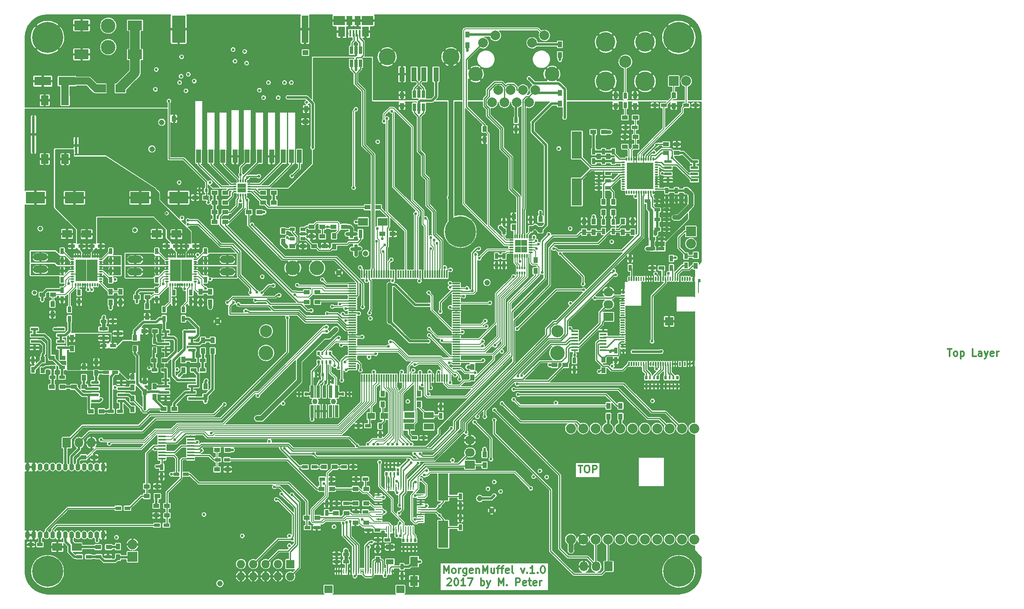
<source format=gbr>
G04 #@! TF.GenerationSoftware,KiCad,Pcbnew,no-vcs-found-7420~56~ubuntu16.04.1*
G04 #@! TF.CreationDate,2017-01-02T14:23:42+01:00*
G04 #@! TF.ProjectId,Mainboard,4D61696E626F6172642E6B696361645F,1.0*
G04 #@! TF.FileFunction,Copper,L1,Top,Signal*
G04 #@! TF.FilePolarity,Positive*
%FSLAX46Y46*%
G04 Gerber Fmt 4.6, Leading zero omitted, Abs format (unit mm)*
G04 Created by KiCad (PCBNEW no-vcs-found-7420~56~ubuntu16.04.1) date Mon Jan  2 14:23:42 2017*
%MOMM*%
%LPD*%
G01*
G04 APERTURE LIST*
%ADD10C,0.100000*%
%ADD11C,0.300000*%
%ADD12R,1.200000X0.750000*%
%ADD13R,1.700000X1.500000*%
%ADD14R,0.250000X1.100000*%
%ADD15R,1.727200X1.727200*%
%ADD16O,1.727200X1.727200*%
%ADD17C,0.300000*%
%ADD18R,1.700000X1.700000*%
%ADD19R,0.550000X0.800000*%
%ADD20R,0.550000X0.660000*%
%ADD21R,0.500000X0.700000*%
%ADD22R,0.200000X2.200000*%
%ADD23R,0.900000X1.200000*%
%ADD24R,2.000000X1.600000*%
%ADD25R,1.600000X1.000000*%
%ADD26R,1.200000X0.900000*%
%ADD27R,2.000000X1.700000*%
%ADD28R,1.500000X1.300000*%
%ADD29R,0.750000X1.200000*%
%ADD30R,2.800000X5.600000*%
%ADD31R,1.200000X1.000000*%
%ADD32R,1.350000X5.600000*%
%ADD33R,1.000000X2.800000*%
%ADD34C,2.500000*%
%ADD35C,3.000000*%
%ADD36R,1.550000X0.300000*%
%ADD37R,0.300000X1.550000*%
%ADD38R,1.300000X0.250000*%
%ADD39R,0.250000X1.300000*%
%ADD40R,0.500000X0.800000*%
%ADD41R,0.400000X0.800000*%
%ADD42O,2.032000X1.727200*%
%ADD43R,2.032000X1.727200*%
%ADD44R,2.100580X5.600700*%
%ADD45R,1.550000X0.600000*%
%ADD46C,0.900000*%
%ADD47C,2.000000*%
%ADD48R,0.800100X1.800860*%
%ADD49R,1.600000X2.000000*%
%ADD50R,4.000500X2.400300*%
%ADD51R,3.500120X1.800860*%
%ADD52R,0.600000X0.700000*%
%ADD53C,6.400000*%
%ADD54R,2.032000X2.032000*%
%ADD55O,2.032000X2.032000*%
%ADD56O,3.014980X1.506220*%
%ADD57R,3.000000X2.000000*%
%ADD58R,0.320000X0.500000*%
%ADD59C,2.032000*%
%ADD60R,1.450000X0.450000*%
%ADD61R,1.500000X0.450000*%
%ADD62R,0.600000X3.000000*%
%ADD63R,0.600000X7.500000*%
%ADD64R,1.580000X2.000000*%
%ADD65R,1.060000X0.650000*%
%ADD66R,0.900000X0.900000*%
%ADD67O,0.300000X0.750000*%
%ADD68O,0.750000X0.300000*%
%ADD69R,0.650000X1.560000*%
%ADD70R,2.000000X1.300000*%
%ADD71O,1.727200X2.032000*%
%ADD72R,1.727200X2.032000*%
%ADD73R,0.450000X1.380000*%
%ADD74R,1.475000X2.100000*%
%ADD75R,1.175000X1.900000*%
%ADD76R,2.375000X1.900000*%
%ADD77R,1.120000X2.880000*%
%ADD78C,3.500000*%
%ADD79C,1.100000*%
%ADD80R,0.650000X2.500000*%
%ADD81C,0.403333*%
%ADD82R,1.210000X1.210000*%
%ADD83O,0.280000X0.900000*%
%ADD84O,0.900000X0.280000*%
%ADD85C,4.000000*%
%ADD86O,0.280000X0.800000*%
%ADD87O,0.800000X0.280000*%
%ADD88R,2.700000X2.700000*%
%ADD89C,0.800000*%
%ADD90R,2.250000X2.250000*%
%ADD91R,1.800860X0.800100*%
%ADD92C,1.143000*%
%ADD93C,0.600000*%
%ADD94C,0.200000*%
%ADD95C,0.150000*%
%ADD96C,0.250000*%
%ADD97C,0.125000*%
%ADD98C,0.500000*%
%ADD99C,0.750000*%
%ADD100C,1.000000*%
%ADD101C,1.500000*%
%ADD102C,0.240000*%
%ADD103C,2.000000*%
%ADD104C,0.254000*%
G04 APERTURE END LIST*
D10*
D11*
X186642857Y-215403571D02*
X186642857Y-213903571D01*
X187142857Y-214975000D01*
X187642857Y-213903571D01*
X187642857Y-215403571D01*
X188571428Y-215403571D02*
X188428571Y-215332142D01*
X188357142Y-215260714D01*
X188285714Y-215117857D01*
X188285714Y-214689285D01*
X188357142Y-214546428D01*
X188428571Y-214475000D01*
X188571428Y-214403571D01*
X188785714Y-214403571D01*
X188928571Y-214475000D01*
X189000000Y-214546428D01*
X189071428Y-214689285D01*
X189071428Y-215117857D01*
X189000000Y-215260714D01*
X188928571Y-215332142D01*
X188785714Y-215403571D01*
X188571428Y-215403571D01*
X189714285Y-215403571D02*
X189714285Y-214403571D01*
X189714285Y-214689285D02*
X189785714Y-214546428D01*
X189857142Y-214475000D01*
X190000000Y-214403571D01*
X190142857Y-214403571D01*
X191285714Y-214403571D02*
X191285714Y-215617857D01*
X191214285Y-215760714D01*
X191142857Y-215832142D01*
X191000000Y-215903571D01*
X190785714Y-215903571D01*
X190642857Y-215832142D01*
X191285714Y-215332142D02*
X191142857Y-215403571D01*
X190857142Y-215403571D01*
X190714285Y-215332142D01*
X190642857Y-215260714D01*
X190571428Y-215117857D01*
X190571428Y-214689285D01*
X190642857Y-214546428D01*
X190714285Y-214475000D01*
X190857142Y-214403571D01*
X191142857Y-214403571D01*
X191285714Y-214475000D01*
X192571428Y-215332142D02*
X192428571Y-215403571D01*
X192142857Y-215403571D01*
X192000000Y-215332142D01*
X191928571Y-215189285D01*
X191928571Y-214617857D01*
X192000000Y-214475000D01*
X192142857Y-214403571D01*
X192428571Y-214403571D01*
X192571428Y-214475000D01*
X192642857Y-214617857D01*
X192642857Y-214760714D01*
X191928571Y-214903571D01*
X193285714Y-214403571D02*
X193285714Y-215403571D01*
X193285714Y-214546428D02*
X193357142Y-214475000D01*
X193500000Y-214403571D01*
X193714285Y-214403571D01*
X193857142Y-214475000D01*
X193928571Y-214617857D01*
X193928571Y-215403571D01*
X194642857Y-215403571D02*
X194642857Y-213903571D01*
X195142857Y-214975000D01*
X195642857Y-213903571D01*
X195642857Y-215403571D01*
X197000000Y-214403571D02*
X197000000Y-215403571D01*
X196357142Y-214403571D02*
X196357142Y-215189285D01*
X196428571Y-215332142D01*
X196571428Y-215403571D01*
X196785714Y-215403571D01*
X196928571Y-215332142D01*
X197000000Y-215260714D01*
X197500000Y-214403571D02*
X198071428Y-214403571D01*
X197714285Y-215403571D02*
X197714285Y-214117857D01*
X197785714Y-213975000D01*
X197928571Y-213903571D01*
X198071428Y-213903571D01*
X198357142Y-214403571D02*
X198928571Y-214403571D01*
X198571428Y-215403571D02*
X198571428Y-214117857D01*
X198642857Y-213975000D01*
X198785714Y-213903571D01*
X198928571Y-213903571D01*
X200000000Y-215332142D02*
X199857142Y-215403571D01*
X199571428Y-215403571D01*
X199428571Y-215332142D01*
X199357142Y-215189285D01*
X199357142Y-214617857D01*
X199428571Y-214475000D01*
X199571428Y-214403571D01*
X199857142Y-214403571D01*
X200000000Y-214475000D01*
X200071428Y-214617857D01*
X200071428Y-214760714D01*
X199357142Y-214903571D01*
X200928571Y-215403571D02*
X200785714Y-215332142D01*
X200714285Y-215189285D01*
X200714285Y-213903571D01*
X202500000Y-214403571D02*
X202857142Y-215403571D01*
X203214285Y-214403571D01*
X203785714Y-215260714D02*
X203857142Y-215332142D01*
X203785714Y-215403571D01*
X203714285Y-215332142D01*
X203785714Y-215260714D01*
X203785714Y-215403571D01*
X205285714Y-215403571D02*
X204428571Y-215403571D01*
X204857142Y-215403571D02*
X204857142Y-213903571D01*
X204714285Y-214117857D01*
X204571428Y-214260714D01*
X204428571Y-214332142D01*
X205928571Y-215260714D02*
X206000000Y-215332142D01*
X205928571Y-215403571D01*
X205857142Y-215332142D01*
X205928571Y-215260714D01*
X205928571Y-215403571D01*
X206928571Y-213903571D02*
X207071428Y-213903571D01*
X207214285Y-213975000D01*
X207285714Y-214046428D01*
X207357142Y-214189285D01*
X207428571Y-214475000D01*
X207428571Y-214832142D01*
X207357142Y-215117857D01*
X207285714Y-215260714D01*
X207214285Y-215332142D01*
X207071428Y-215403571D01*
X206928571Y-215403571D01*
X206785714Y-215332142D01*
X206714285Y-215260714D01*
X206642857Y-215117857D01*
X206571428Y-214832142D01*
X206571428Y-214475000D01*
X206642857Y-214189285D01*
X206714285Y-214046428D01*
X206785714Y-213975000D01*
X206928571Y-213903571D01*
X187321428Y-216596428D02*
X187392857Y-216525000D01*
X187535714Y-216453571D01*
X187892857Y-216453571D01*
X188035714Y-216525000D01*
X188107142Y-216596428D01*
X188178571Y-216739285D01*
X188178571Y-216882142D01*
X188107142Y-217096428D01*
X187250000Y-217953571D01*
X188178571Y-217953571D01*
X189107142Y-216453571D02*
X189250000Y-216453571D01*
X189392857Y-216525000D01*
X189464285Y-216596428D01*
X189535714Y-216739285D01*
X189607142Y-217025000D01*
X189607142Y-217382142D01*
X189535714Y-217667857D01*
X189464285Y-217810714D01*
X189392857Y-217882142D01*
X189250000Y-217953571D01*
X189107142Y-217953571D01*
X188964285Y-217882142D01*
X188892857Y-217810714D01*
X188821428Y-217667857D01*
X188750000Y-217382142D01*
X188750000Y-217025000D01*
X188821428Y-216739285D01*
X188892857Y-216596428D01*
X188964285Y-216525000D01*
X189107142Y-216453571D01*
X191035714Y-217953571D02*
X190178571Y-217953571D01*
X190607142Y-217953571D02*
X190607142Y-216453571D01*
X190464285Y-216667857D01*
X190321428Y-216810714D01*
X190178571Y-216882142D01*
X191535714Y-216453571D02*
X192535714Y-216453571D01*
X191892857Y-217953571D01*
X194250000Y-217953571D02*
X194250000Y-216453571D01*
X194250000Y-217025000D02*
X194392857Y-216953571D01*
X194678571Y-216953571D01*
X194821428Y-217025000D01*
X194892857Y-217096428D01*
X194964285Y-217239285D01*
X194964285Y-217667857D01*
X194892857Y-217810714D01*
X194821428Y-217882142D01*
X194678571Y-217953571D01*
X194392857Y-217953571D01*
X194250000Y-217882142D01*
X195464285Y-216953571D02*
X195821428Y-217953571D01*
X196178571Y-216953571D02*
X195821428Y-217953571D01*
X195678571Y-218310714D01*
X195607142Y-218382142D01*
X195464285Y-218453571D01*
X197892857Y-217953571D02*
X197892857Y-216453571D01*
X198392857Y-217525000D01*
X198892857Y-216453571D01*
X198892857Y-217953571D01*
X199607142Y-217810714D02*
X199678571Y-217882142D01*
X199607142Y-217953571D01*
X199535714Y-217882142D01*
X199607142Y-217810714D01*
X199607142Y-217953571D01*
X201464285Y-217953571D02*
X201464285Y-216453571D01*
X202035714Y-216453571D01*
X202178571Y-216525000D01*
X202250000Y-216596428D01*
X202321428Y-216739285D01*
X202321428Y-216953571D01*
X202250000Y-217096428D01*
X202178571Y-217167857D01*
X202035714Y-217239285D01*
X201464285Y-217239285D01*
X203535714Y-217882142D02*
X203392857Y-217953571D01*
X203107142Y-217953571D01*
X202964285Y-217882142D01*
X202892857Y-217739285D01*
X202892857Y-217167857D01*
X202964285Y-217025000D01*
X203107142Y-216953571D01*
X203392857Y-216953571D01*
X203535714Y-217025000D01*
X203607142Y-217167857D01*
X203607142Y-217310714D01*
X202892857Y-217453571D01*
X204035714Y-216953571D02*
X204607142Y-216953571D01*
X204250000Y-216453571D02*
X204250000Y-217739285D01*
X204321428Y-217882142D01*
X204464285Y-217953571D01*
X204607142Y-217953571D01*
X205678571Y-217882142D02*
X205535714Y-217953571D01*
X205250000Y-217953571D01*
X205107142Y-217882142D01*
X205035714Y-217739285D01*
X205035714Y-217167857D01*
X205107142Y-217025000D01*
X205250000Y-216953571D01*
X205535714Y-216953571D01*
X205678571Y-217025000D01*
X205750000Y-217167857D01*
X205750000Y-217310714D01*
X205035714Y-217453571D01*
X206392857Y-217953571D02*
X206392857Y-216953571D01*
X206392857Y-217239285D02*
X206464285Y-217096428D01*
X206535714Y-217025000D01*
X206678571Y-216953571D01*
X206821428Y-216953571D01*
X290337857Y-169178571D02*
X291195000Y-169178571D01*
X290766428Y-170678571D02*
X290766428Y-169178571D01*
X291909285Y-170678571D02*
X291766428Y-170607142D01*
X291695000Y-170535714D01*
X291623571Y-170392857D01*
X291623571Y-169964285D01*
X291695000Y-169821428D01*
X291766428Y-169750000D01*
X291909285Y-169678571D01*
X292123571Y-169678571D01*
X292266428Y-169750000D01*
X292337857Y-169821428D01*
X292409285Y-169964285D01*
X292409285Y-170392857D01*
X292337857Y-170535714D01*
X292266428Y-170607142D01*
X292123571Y-170678571D01*
X291909285Y-170678571D01*
X293052142Y-169678571D02*
X293052142Y-171178571D01*
X293052142Y-169750000D02*
X293195000Y-169678571D01*
X293480714Y-169678571D01*
X293623571Y-169750000D01*
X293695000Y-169821428D01*
X293766428Y-169964285D01*
X293766428Y-170392857D01*
X293695000Y-170535714D01*
X293623571Y-170607142D01*
X293480714Y-170678571D01*
X293195000Y-170678571D01*
X293052142Y-170607142D01*
X296266428Y-170678571D02*
X295552142Y-170678571D01*
X295552142Y-169178571D01*
X297409285Y-170678571D02*
X297409285Y-169892857D01*
X297337857Y-169750000D01*
X297195000Y-169678571D01*
X296909285Y-169678571D01*
X296766428Y-169750000D01*
X297409285Y-170607142D02*
X297266428Y-170678571D01*
X296909285Y-170678571D01*
X296766428Y-170607142D01*
X296695000Y-170464285D01*
X296695000Y-170321428D01*
X296766428Y-170178571D01*
X296909285Y-170107142D01*
X297266428Y-170107142D01*
X297409285Y-170035714D01*
X297980714Y-169678571D02*
X298337857Y-170678571D01*
X298695000Y-169678571D02*
X298337857Y-170678571D01*
X298195000Y-171035714D01*
X298123571Y-171107142D01*
X297980714Y-171178571D01*
X299837857Y-170607142D02*
X299695000Y-170678571D01*
X299409285Y-170678571D01*
X299266428Y-170607142D01*
X299195000Y-170464285D01*
X299195000Y-169892857D01*
X299266428Y-169750000D01*
X299409285Y-169678571D01*
X299695000Y-169678571D01*
X299837857Y-169750000D01*
X299909285Y-169892857D01*
X299909285Y-170035714D01*
X299195000Y-170178571D01*
X300552142Y-170678571D02*
X300552142Y-169678571D01*
X300552142Y-169964285D02*
X300623571Y-169821428D01*
X300695000Y-169750000D01*
X300837857Y-169678571D01*
X300980714Y-169678571D01*
X214337857Y-193178571D02*
X215195000Y-193178571D01*
X214766428Y-194678571D02*
X214766428Y-193178571D01*
X215980714Y-193178571D02*
X216266428Y-193178571D01*
X216409285Y-193250000D01*
X216552142Y-193392857D01*
X216623571Y-193678571D01*
X216623571Y-194178571D01*
X216552142Y-194464285D01*
X216409285Y-194607142D01*
X216266428Y-194678571D01*
X215980714Y-194678571D01*
X215837857Y-194607142D01*
X215695000Y-194464285D01*
X215623571Y-194178571D01*
X215623571Y-193678571D01*
X215695000Y-193392857D01*
X215837857Y-193250000D01*
X215980714Y-193178571D01*
X217266428Y-194678571D02*
X217266428Y-193178571D01*
X217837857Y-193178571D01*
X217980714Y-193250000D01*
X218052142Y-193321428D01*
X218123571Y-193464285D01*
X218123571Y-193678571D01*
X218052142Y-193821428D01*
X217980714Y-193892857D01*
X217837857Y-193964285D01*
X217266428Y-193964285D01*
D12*
X164550000Y-211500000D03*
X166450000Y-211500000D03*
D13*
X177650000Y-218700000D03*
X162850000Y-218700000D03*
D14*
X176000000Y-215000000D03*
X175500000Y-215000000D03*
X175000000Y-215000000D03*
X174500000Y-215000000D03*
X174000000Y-215000000D03*
X173500000Y-215000000D03*
X173000000Y-215000000D03*
X172500000Y-215000000D03*
X172000000Y-215000000D03*
X171500000Y-215000000D03*
X171000000Y-215000000D03*
X170500000Y-215000000D03*
X170000000Y-215000000D03*
X169500000Y-215000000D03*
X169000000Y-215000000D03*
X168500000Y-215000000D03*
X168000000Y-215000000D03*
X167500000Y-215000000D03*
X167000000Y-215000000D03*
X166500000Y-215000000D03*
X166000000Y-215000000D03*
X165500000Y-215000000D03*
X165000000Y-215000000D03*
X164500000Y-215000000D03*
D15*
X155000000Y-213500000D03*
D16*
X155000000Y-216040000D03*
X152460000Y-213500000D03*
X152460000Y-216040000D03*
X149920000Y-213500000D03*
X149920000Y-216040000D03*
X147380000Y-213500000D03*
X147380000Y-216040000D03*
X144840000Y-213500000D03*
X144840000Y-216040000D03*
D10*
G36*
X224764704Y-171820722D02*
X224779265Y-171822882D01*
X224793544Y-171826459D01*
X224807404Y-171831418D01*
X224820711Y-171837712D01*
X224833337Y-171845280D01*
X224845160Y-171854048D01*
X224856067Y-171863934D01*
X224865953Y-171874841D01*
X224874721Y-171886664D01*
X224882289Y-171899290D01*
X224888583Y-171912597D01*
X224893542Y-171926457D01*
X224897119Y-171940736D01*
X224899279Y-171955297D01*
X224900001Y-171970000D01*
X224900001Y-172560000D01*
X224899279Y-172574703D01*
X224897119Y-172589264D01*
X224893542Y-172603543D01*
X224888583Y-172617403D01*
X224882289Y-172630710D01*
X224874721Y-172643336D01*
X224865953Y-172655159D01*
X224856067Y-172666066D01*
X224845160Y-172675952D01*
X224833337Y-172684720D01*
X224820711Y-172692288D01*
X224807404Y-172698582D01*
X224793544Y-172703541D01*
X224779265Y-172707118D01*
X224764704Y-172709278D01*
X224750001Y-172710000D01*
X224749999Y-172710000D01*
X224735296Y-172709278D01*
X224720735Y-172707118D01*
X224706456Y-172703541D01*
X224692596Y-172698582D01*
X224679289Y-172692288D01*
X224666663Y-172684720D01*
X224654840Y-172675952D01*
X224643933Y-172666066D01*
X224634047Y-172655159D01*
X224625279Y-172643336D01*
X224617711Y-172630710D01*
X224611417Y-172617403D01*
X224606458Y-172603543D01*
X224602881Y-172589264D01*
X224600721Y-172574703D01*
X224599999Y-172560000D01*
X224599999Y-171970000D01*
X224600721Y-171955297D01*
X224602881Y-171940736D01*
X224606458Y-171926457D01*
X224611417Y-171912597D01*
X224617711Y-171899290D01*
X224625279Y-171886664D01*
X224634047Y-171874841D01*
X224643933Y-171863934D01*
X224654840Y-171854048D01*
X224666663Y-171845280D01*
X224679289Y-171837712D01*
X224692596Y-171831418D01*
X224706456Y-171826459D01*
X224720735Y-171822882D01*
X224735296Y-171820722D01*
X224749999Y-171820000D01*
X224750001Y-171820000D01*
X224764704Y-171820722D01*
X224764704Y-171820722D01*
G37*
D17*
X224750000Y-172265000D03*
D10*
G36*
X225264704Y-171820722D02*
X225279265Y-171822882D01*
X225293544Y-171826459D01*
X225307404Y-171831418D01*
X225320711Y-171837712D01*
X225333337Y-171845280D01*
X225345160Y-171854048D01*
X225356067Y-171863934D01*
X225365953Y-171874841D01*
X225374721Y-171886664D01*
X225382289Y-171899290D01*
X225388583Y-171912597D01*
X225393542Y-171926457D01*
X225397119Y-171940736D01*
X225399279Y-171955297D01*
X225400001Y-171970000D01*
X225400001Y-172560000D01*
X225399279Y-172574703D01*
X225397119Y-172589264D01*
X225393542Y-172603543D01*
X225388583Y-172617403D01*
X225382289Y-172630710D01*
X225374721Y-172643336D01*
X225365953Y-172655159D01*
X225356067Y-172666066D01*
X225345160Y-172675952D01*
X225333337Y-172684720D01*
X225320711Y-172692288D01*
X225307404Y-172698582D01*
X225293544Y-172703541D01*
X225279265Y-172707118D01*
X225264704Y-172709278D01*
X225250001Y-172710000D01*
X225249999Y-172710000D01*
X225235296Y-172709278D01*
X225220735Y-172707118D01*
X225206456Y-172703541D01*
X225192596Y-172698582D01*
X225179289Y-172692288D01*
X225166663Y-172684720D01*
X225154840Y-172675952D01*
X225143933Y-172666066D01*
X225134047Y-172655159D01*
X225125279Y-172643336D01*
X225117711Y-172630710D01*
X225111417Y-172617403D01*
X225106458Y-172603543D01*
X225102881Y-172589264D01*
X225100721Y-172574703D01*
X225099999Y-172560000D01*
X225099999Y-171970000D01*
X225100721Y-171955297D01*
X225102881Y-171940736D01*
X225106458Y-171926457D01*
X225111417Y-171912597D01*
X225117711Y-171899290D01*
X225125279Y-171886664D01*
X225134047Y-171874841D01*
X225143933Y-171863934D01*
X225154840Y-171854048D01*
X225166663Y-171845280D01*
X225179289Y-171837712D01*
X225192596Y-171831418D01*
X225206456Y-171826459D01*
X225220735Y-171822882D01*
X225235296Y-171820722D01*
X225249999Y-171820000D01*
X225250001Y-171820000D01*
X225264704Y-171820722D01*
X225264704Y-171820722D01*
G37*
D17*
X225250000Y-172265000D03*
D10*
G36*
X225764704Y-171820722D02*
X225779265Y-171822882D01*
X225793544Y-171826459D01*
X225807404Y-171831418D01*
X225820711Y-171837712D01*
X225833337Y-171845280D01*
X225845160Y-171854048D01*
X225856067Y-171863934D01*
X225865953Y-171874841D01*
X225874721Y-171886664D01*
X225882289Y-171899290D01*
X225888583Y-171912597D01*
X225893542Y-171926457D01*
X225897119Y-171940736D01*
X225899279Y-171955297D01*
X225900001Y-171970000D01*
X225900001Y-172560000D01*
X225899279Y-172574703D01*
X225897119Y-172589264D01*
X225893542Y-172603543D01*
X225888583Y-172617403D01*
X225882289Y-172630710D01*
X225874721Y-172643336D01*
X225865953Y-172655159D01*
X225856067Y-172666066D01*
X225845160Y-172675952D01*
X225833337Y-172684720D01*
X225820711Y-172692288D01*
X225807404Y-172698582D01*
X225793544Y-172703541D01*
X225779265Y-172707118D01*
X225764704Y-172709278D01*
X225750001Y-172710000D01*
X225749999Y-172710000D01*
X225735296Y-172709278D01*
X225720735Y-172707118D01*
X225706456Y-172703541D01*
X225692596Y-172698582D01*
X225679289Y-172692288D01*
X225666663Y-172684720D01*
X225654840Y-172675952D01*
X225643933Y-172666066D01*
X225634047Y-172655159D01*
X225625279Y-172643336D01*
X225617711Y-172630710D01*
X225611417Y-172617403D01*
X225606458Y-172603543D01*
X225602881Y-172589264D01*
X225600721Y-172574703D01*
X225599999Y-172560000D01*
X225599999Y-171970000D01*
X225600721Y-171955297D01*
X225602881Y-171940736D01*
X225606458Y-171926457D01*
X225611417Y-171912597D01*
X225617711Y-171899290D01*
X225625279Y-171886664D01*
X225634047Y-171874841D01*
X225643933Y-171863934D01*
X225654840Y-171854048D01*
X225666663Y-171845280D01*
X225679289Y-171837712D01*
X225692596Y-171831418D01*
X225706456Y-171826459D01*
X225720735Y-171822882D01*
X225735296Y-171820722D01*
X225749999Y-171820000D01*
X225750001Y-171820000D01*
X225764704Y-171820722D01*
X225764704Y-171820722D01*
G37*
D17*
X225750000Y-172265000D03*
D10*
G36*
X226264704Y-171820722D02*
X226279265Y-171822882D01*
X226293544Y-171826459D01*
X226307404Y-171831418D01*
X226320711Y-171837712D01*
X226333337Y-171845280D01*
X226345160Y-171854048D01*
X226356067Y-171863934D01*
X226365953Y-171874841D01*
X226374721Y-171886664D01*
X226382289Y-171899290D01*
X226388583Y-171912597D01*
X226393542Y-171926457D01*
X226397119Y-171940736D01*
X226399279Y-171955297D01*
X226400001Y-171970000D01*
X226400001Y-172560000D01*
X226399279Y-172574703D01*
X226397119Y-172589264D01*
X226393542Y-172603543D01*
X226388583Y-172617403D01*
X226382289Y-172630710D01*
X226374721Y-172643336D01*
X226365953Y-172655159D01*
X226356067Y-172666066D01*
X226345160Y-172675952D01*
X226333337Y-172684720D01*
X226320711Y-172692288D01*
X226307404Y-172698582D01*
X226293544Y-172703541D01*
X226279265Y-172707118D01*
X226264704Y-172709278D01*
X226250001Y-172710000D01*
X226249999Y-172710000D01*
X226235296Y-172709278D01*
X226220735Y-172707118D01*
X226206456Y-172703541D01*
X226192596Y-172698582D01*
X226179289Y-172692288D01*
X226166663Y-172684720D01*
X226154840Y-172675952D01*
X226143933Y-172666066D01*
X226134047Y-172655159D01*
X226125279Y-172643336D01*
X226117711Y-172630710D01*
X226111417Y-172617403D01*
X226106458Y-172603543D01*
X226102881Y-172589264D01*
X226100721Y-172574703D01*
X226099999Y-172560000D01*
X226099999Y-171970000D01*
X226100721Y-171955297D01*
X226102881Y-171940736D01*
X226106458Y-171926457D01*
X226111417Y-171912597D01*
X226117711Y-171899290D01*
X226125279Y-171886664D01*
X226134047Y-171874841D01*
X226143933Y-171863934D01*
X226154840Y-171854048D01*
X226166663Y-171845280D01*
X226179289Y-171837712D01*
X226192596Y-171831418D01*
X226206456Y-171826459D01*
X226220735Y-171822882D01*
X226235296Y-171820722D01*
X226249999Y-171820000D01*
X226250001Y-171820000D01*
X226264704Y-171820722D01*
X226264704Y-171820722D01*
G37*
D17*
X226250000Y-172265000D03*
D10*
G36*
X226764704Y-171820722D02*
X226779265Y-171822882D01*
X226793544Y-171826459D01*
X226807404Y-171831418D01*
X226820711Y-171837712D01*
X226833337Y-171845280D01*
X226845160Y-171854048D01*
X226856067Y-171863934D01*
X226865953Y-171874841D01*
X226874721Y-171886664D01*
X226882289Y-171899290D01*
X226888583Y-171912597D01*
X226893542Y-171926457D01*
X226897119Y-171940736D01*
X226899279Y-171955297D01*
X226900001Y-171970000D01*
X226900001Y-172560000D01*
X226899279Y-172574703D01*
X226897119Y-172589264D01*
X226893542Y-172603543D01*
X226888583Y-172617403D01*
X226882289Y-172630710D01*
X226874721Y-172643336D01*
X226865953Y-172655159D01*
X226856067Y-172666066D01*
X226845160Y-172675952D01*
X226833337Y-172684720D01*
X226820711Y-172692288D01*
X226807404Y-172698582D01*
X226793544Y-172703541D01*
X226779265Y-172707118D01*
X226764704Y-172709278D01*
X226750001Y-172710000D01*
X226749999Y-172710000D01*
X226735296Y-172709278D01*
X226720735Y-172707118D01*
X226706456Y-172703541D01*
X226692596Y-172698582D01*
X226679289Y-172692288D01*
X226666663Y-172684720D01*
X226654840Y-172675952D01*
X226643933Y-172666066D01*
X226634047Y-172655159D01*
X226625279Y-172643336D01*
X226617711Y-172630710D01*
X226611417Y-172617403D01*
X226606458Y-172603543D01*
X226602881Y-172589264D01*
X226600721Y-172574703D01*
X226599999Y-172560000D01*
X226599999Y-171970000D01*
X226600721Y-171955297D01*
X226602881Y-171940736D01*
X226606458Y-171926457D01*
X226611417Y-171912597D01*
X226617711Y-171899290D01*
X226625279Y-171886664D01*
X226634047Y-171874841D01*
X226643933Y-171863934D01*
X226654840Y-171854048D01*
X226666663Y-171845280D01*
X226679289Y-171837712D01*
X226692596Y-171831418D01*
X226706456Y-171826459D01*
X226720735Y-171822882D01*
X226735296Y-171820722D01*
X226749999Y-171820000D01*
X226750001Y-171820000D01*
X226764704Y-171820722D01*
X226764704Y-171820722D01*
G37*
D17*
X226750000Y-172265000D03*
D10*
G36*
X227264704Y-171820722D02*
X227279265Y-171822882D01*
X227293544Y-171826459D01*
X227307404Y-171831418D01*
X227320711Y-171837712D01*
X227333337Y-171845280D01*
X227345160Y-171854048D01*
X227356067Y-171863934D01*
X227365953Y-171874841D01*
X227374721Y-171886664D01*
X227382289Y-171899290D01*
X227388583Y-171912597D01*
X227393542Y-171926457D01*
X227397119Y-171940736D01*
X227399279Y-171955297D01*
X227400001Y-171970000D01*
X227400001Y-172560000D01*
X227399279Y-172574703D01*
X227397119Y-172589264D01*
X227393542Y-172603543D01*
X227388583Y-172617403D01*
X227382289Y-172630710D01*
X227374721Y-172643336D01*
X227365953Y-172655159D01*
X227356067Y-172666066D01*
X227345160Y-172675952D01*
X227333337Y-172684720D01*
X227320711Y-172692288D01*
X227307404Y-172698582D01*
X227293544Y-172703541D01*
X227279265Y-172707118D01*
X227264704Y-172709278D01*
X227250001Y-172710000D01*
X227249999Y-172710000D01*
X227235296Y-172709278D01*
X227220735Y-172707118D01*
X227206456Y-172703541D01*
X227192596Y-172698582D01*
X227179289Y-172692288D01*
X227166663Y-172684720D01*
X227154840Y-172675952D01*
X227143933Y-172666066D01*
X227134047Y-172655159D01*
X227125279Y-172643336D01*
X227117711Y-172630710D01*
X227111417Y-172617403D01*
X227106458Y-172603543D01*
X227102881Y-172589264D01*
X227100721Y-172574703D01*
X227099999Y-172560000D01*
X227099999Y-171970000D01*
X227100721Y-171955297D01*
X227102881Y-171940736D01*
X227106458Y-171926457D01*
X227111417Y-171912597D01*
X227117711Y-171899290D01*
X227125279Y-171886664D01*
X227134047Y-171874841D01*
X227143933Y-171863934D01*
X227154840Y-171854048D01*
X227166663Y-171845280D01*
X227179289Y-171837712D01*
X227192596Y-171831418D01*
X227206456Y-171826459D01*
X227220735Y-171822882D01*
X227235296Y-171820722D01*
X227249999Y-171820000D01*
X227250001Y-171820000D01*
X227264704Y-171820722D01*
X227264704Y-171820722D01*
G37*
D17*
X227250000Y-172265000D03*
D10*
G36*
X227764704Y-171820722D02*
X227779265Y-171822882D01*
X227793544Y-171826459D01*
X227807404Y-171831418D01*
X227820711Y-171837712D01*
X227833337Y-171845280D01*
X227845160Y-171854048D01*
X227856067Y-171863934D01*
X227865953Y-171874841D01*
X227874721Y-171886664D01*
X227882289Y-171899290D01*
X227888583Y-171912597D01*
X227893542Y-171926457D01*
X227897119Y-171940736D01*
X227899279Y-171955297D01*
X227900001Y-171970000D01*
X227900001Y-172560000D01*
X227899279Y-172574703D01*
X227897119Y-172589264D01*
X227893542Y-172603543D01*
X227888583Y-172617403D01*
X227882289Y-172630710D01*
X227874721Y-172643336D01*
X227865953Y-172655159D01*
X227856067Y-172666066D01*
X227845160Y-172675952D01*
X227833337Y-172684720D01*
X227820711Y-172692288D01*
X227807404Y-172698582D01*
X227793544Y-172703541D01*
X227779265Y-172707118D01*
X227764704Y-172709278D01*
X227750001Y-172710000D01*
X227749999Y-172710000D01*
X227735296Y-172709278D01*
X227720735Y-172707118D01*
X227706456Y-172703541D01*
X227692596Y-172698582D01*
X227679289Y-172692288D01*
X227666663Y-172684720D01*
X227654840Y-172675952D01*
X227643933Y-172666066D01*
X227634047Y-172655159D01*
X227625279Y-172643336D01*
X227617711Y-172630710D01*
X227611417Y-172617403D01*
X227606458Y-172603543D01*
X227602881Y-172589264D01*
X227600721Y-172574703D01*
X227599999Y-172560000D01*
X227599999Y-171970000D01*
X227600721Y-171955297D01*
X227602881Y-171940736D01*
X227606458Y-171926457D01*
X227611417Y-171912597D01*
X227617711Y-171899290D01*
X227625279Y-171886664D01*
X227634047Y-171874841D01*
X227643933Y-171863934D01*
X227654840Y-171854048D01*
X227666663Y-171845280D01*
X227679289Y-171837712D01*
X227692596Y-171831418D01*
X227706456Y-171826459D01*
X227720735Y-171822882D01*
X227735296Y-171820722D01*
X227749999Y-171820000D01*
X227750001Y-171820000D01*
X227764704Y-171820722D01*
X227764704Y-171820722D01*
G37*
D17*
X227750000Y-172265000D03*
D10*
G36*
X228264704Y-171820722D02*
X228279265Y-171822882D01*
X228293544Y-171826459D01*
X228307404Y-171831418D01*
X228320711Y-171837712D01*
X228333337Y-171845280D01*
X228345160Y-171854048D01*
X228356067Y-171863934D01*
X228365953Y-171874841D01*
X228374721Y-171886664D01*
X228382289Y-171899290D01*
X228388583Y-171912597D01*
X228393542Y-171926457D01*
X228397119Y-171940736D01*
X228399279Y-171955297D01*
X228400001Y-171970000D01*
X228400001Y-172560000D01*
X228399279Y-172574703D01*
X228397119Y-172589264D01*
X228393542Y-172603543D01*
X228388583Y-172617403D01*
X228382289Y-172630710D01*
X228374721Y-172643336D01*
X228365953Y-172655159D01*
X228356067Y-172666066D01*
X228345160Y-172675952D01*
X228333337Y-172684720D01*
X228320711Y-172692288D01*
X228307404Y-172698582D01*
X228293544Y-172703541D01*
X228279265Y-172707118D01*
X228264704Y-172709278D01*
X228250001Y-172710000D01*
X228249999Y-172710000D01*
X228235296Y-172709278D01*
X228220735Y-172707118D01*
X228206456Y-172703541D01*
X228192596Y-172698582D01*
X228179289Y-172692288D01*
X228166663Y-172684720D01*
X228154840Y-172675952D01*
X228143933Y-172666066D01*
X228134047Y-172655159D01*
X228125279Y-172643336D01*
X228117711Y-172630710D01*
X228111417Y-172617403D01*
X228106458Y-172603543D01*
X228102881Y-172589264D01*
X228100721Y-172574703D01*
X228099999Y-172560000D01*
X228099999Y-171970000D01*
X228100721Y-171955297D01*
X228102881Y-171940736D01*
X228106458Y-171926457D01*
X228111417Y-171912597D01*
X228117711Y-171899290D01*
X228125279Y-171886664D01*
X228134047Y-171874841D01*
X228143933Y-171863934D01*
X228154840Y-171854048D01*
X228166663Y-171845280D01*
X228179289Y-171837712D01*
X228192596Y-171831418D01*
X228206456Y-171826459D01*
X228220735Y-171822882D01*
X228235296Y-171820722D01*
X228249999Y-171820000D01*
X228250001Y-171820000D01*
X228264704Y-171820722D01*
X228264704Y-171820722D01*
G37*
D17*
X228250000Y-172265000D03*
D10*
G36*
X228764704Y-171820722D02*
X228779265Y-171822882D01*
X228793544Y-171826459D01*
X228807404Y-171831418D01*
X228820711Y-171837712D01*
X228833337Y-171845280D01*
X228845160Y-171854048D01*
X228856067Y-171863934D01*
X228865953Y-171874841D01*
X228874721Y-171886664D01*
X228882289Y-171899290D01*
X228888583Y-171912597D01*
X228893542Y-171926457D01*
X228897119Y-171940736D01*
X228899279Y-171955297D01*
X228900001Y-171970000D01*
X228900001Y-172560000D01*
X228899279Y-172574703D01*
X228897119Y-172589264D01*
X228893542Y-172603543D01*
X228888583Y-172617403D01*
X228882289Y-172630710D01*
X228874721Y-172643336D01*
X228865953Y-172655159D01*
X228856067Y-172666066D01*
X228845160Y-172675952D01*
X228833337Y-172684720D01*
X228820711Y-172692288D01*
X228807404Y-172698582D01*
X228793544Y-172703541D01*
X228779265Y-172707118D01*
X228764704Y-172709278D01*
X228750001Y-172710000D01*
X228749999Y-172710000D01*
X228735296Y-172709278D01*
X228720735Y-172707118D01*
X228706456Y-172703541D01*
X228692596Y-172698582D01*
X228679289Y-172692288D01*
X228666663Y-172684720D01*
X228654840Y-172675952D01*
X228643933Y-172666066D01*
X228634047Y-172655159D01*
X228625279Y-172643336D01*
X228617711Y-172630710D01*
X228611417Y-172617403D01*
X228606458Y-172603543D01*
X228602881Y-172589264D01*
X228600721Y-172574703D01*
X228599999Y-172560000D01*
X228599999Y-171970000D01*
X228600721Y-171955297D01*
X228602881Y-171940736D01*
X228606458Y-171926457D01*
X228611417Y-171912597D01*
X228617711Y-171899290D01*
X228625279Y-171886664D01*
X228634047Y-171874841D01*
X228643933Y-171863934D01*
X228654840Y-171854048D01*
X228666663Y-171845280D01*
X228679289Y-171837712D01*
X228692596Y-171831418D01*
X228706456Y-171826459D01*
X228720735Y-171822882D01*
X228735296Y-171820722D01*
X228749999Y-171820000D01*
X228750001Y-171820000D01*
X228764704Y-171820722D01*
X228764704Y-171820722D01*
G37*
D17*
X228750000Y-172265000D03*
D10*
G36*
X229264704Y-171820722D02*
X229279265Y-171822882D01*
X229293544Y-171826459D01*
X229307404Y-171831418D01*
X229320711Y-171837712D01*
X229333337Y-171845280D01*
X229345160Y-171854048D01*
X229356067Y-171863934D01*
X229365953Y-171874841D01*
X229374721Y-171886664D01*
X229382289Y-171899290D01*
X229388583Y-171912597D01*
X229393542Y-171926457D01*
X229397119Y-171940736D01*
X229399279Y-171955297D01*
X229400001Y-171970000D01*
X229400001Y-172560000D01*
X229399279Y-172574703D01*
X229397119Y-172589264D01*
X229393542Y-172603543D01*
X229388583Y-172617403D01*
X229382289Y-172630710D01*
X229374721Y-172643336D01*
X229365953Y-172655159D01*
X229356067Y-172666066D01*
X229345160Y-172675952D01*
X229333337Y-172684720D01*
X229320711Y-172692288D01*
X229307404Y-172698582D01*
X229293544Y-172703541D01*
X229279265Y-172707118D01*
X229264704Y-172709278D01*
X229250001Y-172710000D01*
X229249999Y-172710000D01*
X229235296Y-172709278D01*
X229220735Y-172707118D01*
X229206456Y-172703541D01*
X229192596Y-172698582D01*
X229179289Y-172692288D01*
X229166663Y-172684720D01*
X229154840Y-172675952D01*
X229143933Y-172666066D01*
X229134047Y-172655159D01*
X229125279Y-172643336D01*
X229117711Y-172630710D01*
X229111417Y-172617403D01*
X229106458Y-172603543D01*
X229102881Y-172589264D01*
X229100721Y-172574703D01*
X229099999Y-172560000D01*
X229099999Y-171970000D01*
X229100721Y-171955297D01*
X229102881Y-171940736D01*
X229106458Y-171926457D01*
X229111417Y-171912597D01*
X229117711Y-171899290D01*
X229125279Y-171886664D01*
X229134047Y-171874841D01*
X229143933Y-171863934D01*
X229154840Y-171854048D01*
X229166663Y-171845280D01*
X229179289Y-171837712D01*
X229192596Y-171831418D01*
X229206456Y-171826459D01*
X229220735Y-171822882D01*
X229235296Y-171820722D01*
X229249999Y-171820000D01*
X229250001Y-171820000D01*
X229264704Y-171820722D01*
X229264704Y-171820722D01*
G37*
D17*
X229250000Y-172265000D03*
D10*
G36*
X229764704Y-171820722D02*
X229779265Y-171822882D01*
X229793544Y-171826459D01*
X229807404Y-171831418D01*
X229820711Y-171837712D01*
X229833337Y-171845280D01*
X229845160Y-171854048D01*
X229856067Y-171863934D01*
X229865953Y-171874841D01*
X229874721Y-171886664D01*
X229882289Y-171899290D01*
X229888583Y-171912597D01*
X229893542Y-171926457D01*
X229897119Y-171940736D01*
X229899279Y-171955297D01*
X229900001Y-171970000D01*
X229900001Y-172560000D01*
X229899279Y-172574703D01*
X229897119Y-172589264D01*
X229893542Y-172603543D01*
X229888583Y-172617403D01*
X229882289Y-172630710D01*
X229874721Y-172643336D01*
X229865953Y-172655159D01*
X229856067Y-172666066D01*
X229845160Y-172675952D01*
X229833337Y-172684720D01*
X229820711Y-172692288D01*
X229807404Y-172698582D01*
X229793544Y-172703541D01*
X229779265Y-172707118D01*
X229764704Y-172709278D01*
X229750001Y-172710000D01*
X229749999Y-172710000D01*
X229735296Y-172709278D01*
X229720735Y-172707118D01*
X229706456Y-172703541D01*
X229692596Y-172698582D01*
X229679289Y-172692288D01*
X229666663Y-172684720D01*
X229654840Y-172675952D01*
X229643933Y-172666066D01*
X229634047Y-172655159D01*
X229625279Y-172643336D01*
X229617711Y-172630710D01*
X229611417Y-172617403D01*
X229606458Y-172603543D01*
X229602881Y-172589264D01*
X229600721Y-172574703D01*
X229599999Y-172560000D01*
X229599999Y-171970000D01*
X229600721Y-171955297D01*
X229602881Y-171940736D01*
X229606458Y-171926457D01*
X229611417Y-171912597D01*
X229617711Y-171899290D01*
X229625279Y-171886664D01*
X229634047Y-171874841D01*
X229643933Y-171863934D01*
X229654840Y-171854048D01*
X229666663Y-171845280D01*
X229679289Y-171837712D01*
X229692596Y-171831418D01*
X229706456Y-171826459D01*
X229720735Y-171822882D01*
X229735296Y-171820722D01*
X229749999Y-171820000D01*
X229750001Y-171820000D01*
X229764704Y-171820722D01*
X229764704Y-171820722D01*
G37*
D17*
X229750000Y-172265000D03*
D10*
G36*
X230264704Y-171820722D02*
X230279265Y-171822882D01*
X230293544Y-171826459D01*
X230307404Y-171831418D01*
X230320711Y-171837712D01*
X230333337Y-171845280D01*
X230345160Y-171854048D01*
X230356067Y-171863934D01*
X230365953Y-171874841D01*
X230374721Y-171886664D01*
X230382289Y-171899290D01*
X230388583Y-171912597D01*
X230393542Y-171926457D01*
X230397119Y-171940736D01*
X230399279Y-171955297D01*
X230400001Y-171970000D01*
X230400001Y-172560000D01*
X230399279Y-172574703D01*
X230397119Y-172589264D01*
X230393542Y-172603543D01*
X230388583Y-172617403D01*
X230382289Y-172630710D01*
X230374721Y-172643336D01*
X230365953Y-172655159D01*
X230356067Y-172666066D01*
X230345160Y-172675952D01*
X230333337Y-172684720D01*
X230320711Y-172692288D01*
X230307404Y-172698582D01*
X230293544Y-172703541D01*
X230279265Y-172707118D01*
X230264704Y-172709278D01*
X230250001Y-172710000D01*
X230249999Y-172710000D01*
X230235296Y-172709278D01*
X230220735Y-172707118D01*
X230206456Y-172703541D01*
X230192596Y-172698582D01*
X230179289Y-172692288D01*
X230166663Y-172684720D01*
X230154840Y-172675952D01*
X230143933Y-172666066D01*
X230134047Y-172655159D01*
X230125279Y-172643336D01*
X230117711Y-172630710D01*
X230111417Y-172617403D01*
X230106458Y-172603543D01*
X230102881Y-172589264D01*
X230100721Y-172574703D01*
X230099999Y-172560000D01*
X230099999Y-171970000D01*
X230100721Y-171955297D01*
X230102881Y-171940736D01*
X230106458Y-171926457D01*
X230111417Y-171912597D01*
X230117711Y-171899290D01*
X230125279Y-171886664D01*
X230134047Y-171874841D01*
X230143933Y-171863934D01*
X230154840Y-171854048D01*
X230166663Y-171845280D01*
X230179289Y-171837712D01*
X230192596Y-171831418D01*
X230206456Y-171826459D01*
X230220735Y-171822882D01*
X230235296Y-171820722D01*
X230249999Y-171820000D01*
X230250001Y-171820000D01*
X230264704Y-171820722D01*
X230264704Y-171820722D01*
G37*
D17*
X230250000Y-172265000D03*
D10*
G36*
X230764704Y-171820722D02*
X230779265Y-171822882D01*
X230793544Y-171826459D01*
X230807404Y-171831418D01*
X230820711Y-171837712D01*
X230833337Y-171845280D01*
X230845160Y-171854048D01*
X230856067Y-171863934D01*
X230865953Y-171874841D01*
X230874721Y-171886664D01*
X230882289Y-171899290D01*
X230888583Y-171912597D01*
X230893542Y-171926457D01*
X230897119Y-171940736D01*
X230899279Y-171955297D01*
X230900001Y-171970000D01*
X230900001Y-172560000D01*
X230899279Y-172574703D01*
X230897119Y-172589264D01*
X230893542Y-172603543D01*
X230888583Y-172617403D01*
X230882289Y-172630710D01*
X230874721Y-172643336D01*
X230865953Y-172655159D01*
X230856067Y-172666066D01*
X230845160Y-172675952D01*
X230833337Y-172684720D01*
X230820711Y-172692288D01*
X230807404Y-172698582D01*
X230793544Y-172703541D01*
X230779265Y-172707118D01*
X230764704Y-172709278D01*
X230750001Y-172710000D01*
X230749999Y-172710000D01*
X230735296Y-172709278D01*
X230720735Y-172707118D01*
X230706456Y-172703541D01*
X230692596Y-172698582D01*
X230679289Y-172692288D01*
X230666663Y-172684720D01*
X230654840Y-172675952D01*
X230643933Y-172666066D01*
X230634047Y-172655159D01*
X230625279Y-172643336D01*
X230617711Y-172630710D01*
X230611417Y-172617403D01*
X230606458Y-172603543D01*
X230602881Y-172589264D01*
X230600721Y-172574703D01*
X230599999Y-172560000D01*
X230599999Y-171970000D01*
X230600721Y-171955297D01*
X230602881Y-171940736D01*
X230606458Y-171926457D01*
X230611417Y-171912597D01*
X230617711Y-171899290D01*
X230625279Y-171886664D01*
X230634047Y-171874841D01*
X230643933Y-171863934D01*
X230654840Y-171854048D01*
X230666663Y-171845280D01*
X230679289Y-171837712D01*
X230692596Y-171831418D01*
X230706456Y-171826459D01*
X230720735Y-171822882D01*
X230735296Y-171820722D01*
X230749999Y-171820000D01*
X230750001Y-171820000D01*
X230764704Y-171820722D01*
X230764704Y-171820722D01*
G37*
D17*
X230750000Y-172265000D03*
D10*
G36*
X231264704Y-171820722D02*
X231279265Y-171822882D01*
X231293544Y-171826459D01*
X231307404Y-171831418D01*
X231320711Y-171837712D01*
X231333337Y-171845280D01*
X231345160Y-171854048D01*
X231356067Y-171863934D01*
X231365953Y-171874841D01*
X231374721Y-171886664D01*
X231382289Y-171899290D01*
X231388583Y-171912597D01*
X231393542Y-171926457D01*
X231397119Y-171940736D01*
X231399279Y-171955297D01*
X231400001Y-171970000D01*
X231400001Y-172560000D01*
X231399279Y-172574703D01*
X231397119Y-172589264D01*
X231393542Y-172603543D01*
X231388583Y-172617403D01*
X231382289Y-172630710D01*
X231374721Y-172643336D01*
X231365953Y-172655159D01*
X231356067Y-172666066D01*
X231345160Y-172675952D01*
X231333337Y-172684720D01*
X231320711Y-172692288D01*
X231307404Y-172698582D01*
X231293544Y-172703541D01*
X231279265Y-172707118D01*
X231264704Y-172709278D01*
X231250001Y-172710000D01*
X231249999Y-172710000D01*
X231235296Y-172709278D01*
X231220735Y-172707118D01*
X231206456Y-172703541D01*
X231192596Y-172698582D01*
X231179289Y-172692288D01*
X231166663Y-172684720D01*
X231154840Y-172675952D01*
X231143933Y-172666066D01*
X231134047Y-172655159D01*
X231125279Y-172643336D01*
X231117711Y-172630710D01*
X231111417Y-172617403D01*
X231106458Y-172603543D01*
X231102881Y-172589264D01*
X231100721Y-172574703D01*
X231099999Y-172560000D01*
X231099999Y-171970000D01*
X231100721Y-171955297D01*
X231102881Y-171940736D01*
X231106458Y-171926457D01*
X231111417Y-171912597D01*
X231117711Y-171899290D01*
X231125279Y-171886664D01*
X231134047Y-171874841D01*
X231143933Y-171863934D01*
X231154840Y-171854048D01*
X231166663Y-171845280D01*
X231179289Y-171837712D01*
X231192596Y-171831418D01*
X231206456Y-171826459D01*
X231220735Y-171822882D01*
X231235296Y-171820722D01*
X231249999Y-171820000D01*
X231250001Y-171820000D01*
X231264704Y-171820722D01*
X231264704Y-171820722D01*
G37*
D17*
X231250000Y-172265000D03*
D10*
G36*
X231764704Y-171820722D02*
X231779265Y-171822882D01*
X231793544Y-171826459D01*
X231807404Y-171831418D01*
X231820711Y-171837712D01*
X231833337Y-171845280D01*
X231845160Y-171854048D01*
X231856067Y-171863934D01*
X231865953Y-171874841D01*
X231874721Y-171886664D01*
X231882289Y-171899290D01*
X231888583Y-171912597D01*
X231893542Y-171926457D01*
X231897119Y-171940736D01*
X231899279Y-171955297D01*
X231900001Y-171970000D01*
X231900001Y-172560000D01*
X231899279Y-172574703D01*
X231897119Y-172589264D01*
X231893542Y-172603543D01*
X231888583Y-172617403D01*
X231882289Y-172630710D01*
X231874721Y-172643336D01*
X231865953Y-172655159D01*
X231856067Y-172666066D01*
X231845160Y-172675952D01*
X231833337Y-172684720D01*
X231820711Y-172692288D01*
X231807404Y-172698582D01*
X231793544Y-172703541D01*
X231779265Y-172707118D01*
X231764704Y-172709278D01*
X231750001Y-172710000D01*
X231749999Y-172710000D01*
X231735296Y-172709278D01*
X231720735Y-172707118D01*
X231706456Y-172703541D01*
X231692596Y-172698582D01*
X231679289Y-172692288D01*
X231666663Y-172684720D01*
X231654840Y-172675952D01*
X231643933Y-172666066D01*
X231634047Y-172655159D01*
X231625279Y-172643336D01*
X231617711Y-172630710D01*
X231611417Y-172617403D01*
X231606458Y-172603543D01*
X231602881Y-172589264D01*
X231600721Y-172574703D01*
X231599999Y-172560000D01*
X231599999Y-171970000D01*
X231600721Y-171955297D01*
X231602881Y-171940736D01*
X231606458Y-171926457D01*
X231611417Y-171912597D01*
X231617711Y-171899290D01*
X231625279Y-171886664D01*
X231634047Y-171874841D01*
X231643933Y-171863934D01*
X231654840Y-171854048D01*
X231666663Y-171845280D01*
X231679289Y-171837712D01*
X231692596Y-171831418D01*
X231706456Y-171826459D01*
X231720735Y-171822882D01*
X231735296Y-171820722D01*
X231749999Y-171820000D01*
X231750001Y-171820000D01*
X231764704Y-171820722D01*
X231764704Y-171820722D01*
G37*
D17*
X231750000Y-172265000D03*
D10*
G36*
X232264704Y-171820722D02*
X232279265Y-171822882D01*
X232293544Y-171826459D01*
X232307404Y-171831418D01*
X232320711Y-171837712D01*
X232333337Y-171845280D01*
X232345160Y-171854048D01*
X232356067Y-171863934D01*
X232365953Y-171874841D01*
X232374721Y-171886664D01*
X232382289Y-171899290D01*
X232388583Y-171912597D01*
X232393542Y-171926457D01*
X232397119Y-171940736D01*
X232399279Y-171955297D01*
X232400001Y-171970000D01*
X232400001Y-172560000D01*
X232399279Y-172574703D01*
X232397119Y-172589264D01*
X232393542Y-172603543D01*
X232388583Y-172617403D01*
X232382289Y-172630710D01*
X232374721Y-172643336D01*
X232365953Y-172655159D01*
X232356067Y-172666066D01*
X232345160Y-172675952D01*
X232333337Y-172684720D01*
X232320711Y-172692288D01*
X232307404Y-172698582D01*
X232293544Y-172703541D01*
X232279265Y-172707118D01*
X232264704Y-172709278D01*
X232250001Y-172710000D01*
X232249999Y-172710000D01*
X232235296Y-172709278D01*
X232220735Y-172707118D01*
X232206456Y-172703541D01*
X232192596Y-172698582D01*
X232179289Y-172692288D01*
X232166663Y-172684720D01*
X232154840Y-172675952D01*
X232143933Y-172666066D01*
X232134047Y-172655159D01*
X232125279Y-172643336D01*
X232117711Y-172630710D01*
X232111417Y-172617403D01*
X232106458Y-172603543D01*
X232102881Y-172589264D01*
X232100721Y-172574703D01*
X232099999Y-172560000D01*
X232099999Y-171970000D01*
X232100721Y-171955297D01*
X232102881Y-171940736D01*
X232106458Y-171926457D01*
X232111417Y-171912597D01*
X232117711Y-171899290D01*
X232125279Y-171886664D01*
X232134047Y-171874841D01*
X232143933Y-171863934D01*
X232154840Y-171854048D01*
X232166663Y-171845280D01*
X232179289Y-171837712D01*
X232192596Y-171831418D01*
X232206456Y-171826459D01*
X232220735Y-171822882D01*
X232235296Y-171820722D01*
X232249999Y-171820000D01*
X232250001Y-171820000D01*
X232264704Y-171820722D01*
X232264704Y-171820722D01*
G37*
D17*
X232250000Y-172265000D03*
D10*
G36*
X232764704Y-171820722D02*
X232779265Y-171822882D01*
X232793544Y-171826459D01*
X232807404Y-171831418D01*
X232820711Y-171837712D01*
X232833337Y-171845280D01*
X232845160Y-171854048D01*
X232856067Y-171863934D01*
X232865953Y-171874841D01*
X232874721Y-171886664D01*
X232882289Y-171899290D01*
X232888583Y-171912597D01*
X232893542Y-171926457D01*
X232897119Y-171940736D01*
X232899279Y-171955297D01*
X232900001Y-171970000D01*
X232900001Y-172560000D01*
X232899279Y-172574703D01*
X232897119Y-172589264D01*
X232893542Y-172603543D01*
X232888583Y-172617403D01*
X232882289Y-172630710D01*
X232874721Y-172643336D01*
X232865953Y-172655159D01*
X232856067Y-172666066D01*
X232845160Y-172675952D01*
X232833337Y-172684720D01*
X232820711Y-172692288D01*
X232807404Y-172698582D01*
X232793544Y-172703541D01*
X232779265Y-172707118D01*
X232764704Y-172709278D01*
X232750001Y-172710000D01*
X232749999Y-172710000D01*
X232735296Y-172709278D01*
X232720735Y-172707118D01*
X232706456Y-172703541D01*
X232692596Y-172698582D01*
X232679289Y-172692288D01*
X232666663Y-172684720D01*
X232654840Y-172675952D01*
X232643933Y-172666066D01*
X232634047Y-172655159D01*
X232625279Y-172643336D01*
X232617711Y-172630710D01*
X232611417Y-172617403D01*
X232606458Y-172603543D01*
X232602881Y-172589264D01*
X232600721Y-172574703D01*
X232599999Y-172560000D01*
X232599999Y-171970000D01*
X232600721Y-171955297D01*
X232602881Y-171940736D01*
X232606458Y-171926457D01*
X232611417Y-171912597D01*
X232617711Y-171899290D01*
X232625279Y-171886664D01*
X232634047Y-171874841D01*
X232643933Y-171863934D01*
X232654840Y-171854048D01*
X232666663Y-171845280D01*
X232679289Y-171837712D01*
X232692596Y-171831418D01*
X232706456Y-171826459D01*
X232720735Y-171822882D01*
X232735296Y-171820722D01*
X232749999Y-171820000D01*
X232750001Y-171820000D01*
X232764704Y-171820722D01*
X232764704Y-171820722D01*
G37*
D17*
X232750000Y-172265000D03*
D10*
G36*
X233264704Y-171820722D02*
X233279265Y-171822882D01*
X233293544Y-171826459D01*
X233307404Y-171831418D01*
X233320711Y-171837712D01*
X233333337Y-171845280D01*
X233345160Y-171854048D01*
X233356067Y-171863934D01*
X233365953Y-171874841D01*
X233374721Y-171886664D01*
X233382289Y-171899290D01*
X233388583Y-171912597D01*
X233393542Y-171926457D01*
X233397119Y-171940736D01*
X233399279Y-171955297D01*
X233400001Y-171970000D01*
X233400001Y-172560000D01*
X233399279Y-172574703D01*
X233397119Y-172589264D01*
X233393542Y-172603543D01*
X233388583Y-172617403D01*
X233382289Y-172630710D01*
X233374721Y-172643336D01*
X233365953Y-172655159D01*
X233356067Y-172666066D01*
X233345160Y-172675952D01*
X233333337Y-172684720D01*
X233320711Y-172692288D01*
X233307404Y-172698582D01*
X233293544Y-172703541D01*
X233279265Y-172707118D01*
X233264704Y-172709278D01*
X233250001Y-172710000D01*
X233249999Y-172710000D01*
X233235296Y-172709278D01*
X233220735Y-172707118D01*
X233206456Y-172703541D01*
X233192596Y-172698582D01*
X233179289Y-172692288D01*
X233166663Y-172684720D01*
X233154840Y-172675952D01*
X233143933Y-172666066D01*
X233134047Y-172655159D01*
X233125279Y-172643336D01*
X233117711Y-172630710D01*
X233111417Y-172617403D01*
X233106458Y-172603543D01*
X233102881Y-172589264D01*
X233100721Y-172574703D01*
X233099999Y-172560000D01*
X233099999Y-171970000D01*
X233100721Y-171955297D01*
X233102881Y-171940736D01*
X233106458Y-171926457D01*
X233111417Y-171912597D01*
X233117711Y-171899290D01*
X233125279Y-171886664D01*
X233134047Y-171874841D01*
X233143933Y-171863934D01*
X233154840Y-171854048D01*
X233166663Y-171845280D01*
X233179289Y-171837712D01*
X233192596Y-171831418D01*
X233206456Y-171826459D01*
X233220735Y-171822882D01*
X233235296Y-171820722D01*
X233249999Y-171820000D01*
X233250001Y-171820000D01*
X233264704Y-171820722D01*
X233264704Y-171820722D01*
G37*
D17*
X233250000Y-172265000D03*
D10*
G36*
X233764704Y-171820722D02*
X233779265Y-171822882D01*
X233793544Y-171826459D01*
X233807404Y-171831418D01*
X233820711Y-171837712D01*
X233833337Y-171845280D01*
X233845160Y-171854048D01*
X233856067Y-171863934D01*
X233865953Y-171874841D01*
X233874721Y-171886664D01*
X233882289Y-171899290D01*
X233888583Y-171912597D01*
X233893542Y-171926457D01*
X233897119Y-171940736D01*
X233899279Y-171955297D01*
X233900001Y-171970000D01*
X233900001Y-172560000D01*
X233899279Y-172574703D01*
X233897119Y-172589264D01*
X233893542Y-172603543D01*
X233888583Y-172617403D01*
X233882289Y-172630710D01*
X233874721Y-172643336D01*
X233865953Y-172655159D01*
X233856067Y-172666066D01*
X233845160Y-172675952D01*
X233833337Y-172684720D01*
X233820711Y-172692288D01*
X233807404Y-172698582D01*
X233793544Y-172703541D01*
X233779265Y-172707118D01*
X233764704Y-172709278D01*
X233750001Y-172710000D01*
X233749999Y-172710000D01*
X233735296Y-172709278D01*
X233720735Y-172707118D01*
X233706456Y-172703541D01*
X233692596Y-172698582D01*
X233679289Y-172692288D01*
X233666663Y-172684720D01*
X233654840Y-172675952D01*
X233643933Y-172666066D01*
X233634047Y-172655159D01*
X233625279Y-172643336D01*
X233617711Y-172630710D01*
X233611417Y-172617403D01*
X233606458Y-172603543D01*
X233602881Y-172589264D01*
X233600721Y-172574703D01*
X233599999Y-172560000D01*
X233599999Y-171970000D01*
X233600721Y-171955297D01*
X233602881Y-171940736D01*
X233606458Y-171926457D01*
X233611417Y-171912597D01*
X233617711Y-171899290D01*
X233625279Y-171886664D01*
X233634047Y-171874841D01*
X233643933Y-171863934D01*
X233654840Y-171854048D01*
X233666663Y-171845280D01*
X233679289Y-171837712D01*
X233692596Y-171831418D01*
X233706456Y-171826459D01*
X233720735Y-171822882D01*
X233735296Y-171820722D01*
X233749999Y-171820000D01*
X233750001Y-171820000D01*
X233764704Y-171820722D01*
X233764704Y-171820722D01*
G37*
D17*
X233750000Y-172265000D03*
D10*
G36*
X234264704Y-171820722D02*
X234279265Y-171822882D01*
X234293544Y-171826459D01*
X234307404Y-171831418D01*
X234320711Y-171837712D01*
X234333337Y-171845280D01*
X234345160Y-171854048D01*
X234356067Y-171863934D01*
X234365953Y-171874841D01*
X234374721Y-171886664D01*
X234382289Y-171899290D01*
X234388583Y-171912597D01*
X234393542Y-171926457D01*
X234397119Y-171940736D01*
X234399279Y-171955297D01*
X234400001Y-171970000D01*
X234400001Y-172560000D01*
X234399279Y-172574703D01*
X234397119Y-172589264D01*
X234393542Y-172603543D01*
X234388583Y-172617403D01*
X234382289Y-172630710D01*
X234374721Y-172643336D01*
X234365953Y-172655159D01*
X234356067Y-172666066D01*
X234345160Y-172675952D01*
X234333337Y-172684720D01*
X234320711Y-172692288D01*
X234307404Y-172698582D01*
X234293544Y-172703541D01*
X234279265Y-172707118D01*
X234264704Y-172709278D01*
X234250001Y-172710000D01*
X234249999Y-172710000D01*
X234235296Y-172709278D01*
X234220735Y-172707118D01*
X234206456Y-172703541D01*
X234192596Y-172698582D01*
X234179289Y-172692288D01*
X234166663Y-172684720D01*
X234154840Y-172675952D01*
X234143933Y-172666066D01*
X234134047Y-172655159D01*
X234125279Y-172643336D01*
X234117711Y-172630710D01*
X234111417Y-172617403D01*
X234106458Y-172603543D01*
X234102881Y-172589264D01*
X234100721Y-172574703D01*
X234099999Y-172560000D01*
X234099999Y-171970000D01*
X234100721Y-171955297D01*
X234102881Y-171940736D01*
X234106458Y-171926457D01*
X234111417Y-171912597D01*
X234117711Y-171899290D01*
X234125279Y-171886664D01*
X234134047Y-171874841D01*
X234143933Y-171863934D01*
X234154840Y-171854048D01*
X234166663Y-171845280D01*
X234179289Y-171837712D01*
X234192596Y-171831418D01*
X234206456Y-171826459D01*
X234220735Y-171822882D01*
X234235296Y-171820722D01*
X234249999Y-171820000D01*
X234250001Y-171820000D01*
X234264704Y-171820722D01*
X234264704Y-171820722D01*
G37*
D17*
X234250000Y-172265000D03*
D10*
G36*
X234764704Y-171820722D02*
X234779265Y-171822882D01*
X234793544Y-171826459D01*
X234807404Y-171831418D01*
X234820711Y-171837712D01*
X234833337Y-171845280D01*
X234845160Y-171854048D01*
X234856067Y-171863934D01*
X234865953Y-171874841D01*
X234874721Y-171886664D01*
X234882289Y-171899290D01*
X234888583Y-171912597D01*
X234893542Y-171926457D01*
X234897119Y-171940736D01*
X234899279Y-171955297D01*
X234900001Y-171970000D01*
X234900001Y-172560000D01*
X234899279Y-172574703D01*
X234897119Y-172589264D01*
X234893542Y-172603543D01*
X234888583Y-172617403D01*
X234882289Y-172630710D01*
X234874721Y-172643336D01*
X234865953Y-172655159D01*
X234856067Y-172666066D01*
X234845160Y-172675952D01*
X234833337Y-172684720D01*
X234820711Y-172692288D01*
X234807404Y-172698582D01*
X234793544Y-172703541D01*
X234779265Y-172707118D01*
X234764704Y-172709278D01*
X234750001Y-172710000D01*
X234749999Y-172710000D01*
X234735296Y-172709278D01*
X234720735Y-172707118D01*
X234706456Y-172703541D01*
X234692596Y-172698582D01*
X234679289Y-172692288D01*
X234666663Y-172684720D01*
X234654840Y-172675952D01*
X234643933Y-172666066D01*
X234634047Y-172655159D01*
X234625279Y-172643336D01*
X234617711Y-172630710D01*
X234611417Y-172617403D01*
X234606458Y-172603543D01*
X234602881Y-172589264D01*
X234600721Y-172574703D01*
X234599999Y-172560000D01*
X234599999Y-171970000D01*
X234600721Y-171955297D01*
X234602881Y-171940736D01*
X234606458Y-171926457D01*
X234611417Y-171912597D01*
X234617711Y-171899290D01*
X234625279Y-171886664D01*
X234634047Y-171874841D01*
X234643933Y-171863934D01*
X234654840Y-171854048D01*
X234666663Y-171845280D01*
X234679289Y-171837712D01*
X234692596Y-171831418D01*
X234706456Y-171826459D01*
X234720735Y-171822882D01*
X234735296Y-171820722D01*
X234749999Y-171820000D01*
X234750001Y-171820000D01*
X234764704Y-171820722D01*
X234764704Y-171820722D01*
G37*
D17*
X234750000Y-172265000D03*
D10*
G36*
X235264704Y-171820722D02*
X235279265Y-171822882D01*
X235293544Y-171826459D01*
X235307404Y-171831418D01*
X235320711Y-171837712D01*
X235333337Y-171845280D01*
X235345160Y-171854048D01*
X235356067Y-171863934D01*
X235365953Y-171874841D01*
X235374721Y-171886664D01*
X235382289Y-171899290D01*
X235388583Y-171912597D01*
X235393542Y-171926457D01*
X235397119Y-171940736D01*
X235399279Y-171955297D01*
X235400001Y-171970000D01*
X235400001Y-172560000D01*
X235399279Y-172574703D01*
X235397119Y-172589264D01*
X235393542Y-172603543D01*
X235388583Y-172617403D01*
X235382289Y-172630710D01*
X235374721Y-172643336D01*
X235365953Y-172655159D01*
X235356067Y-172666066D01*
X235345160Y-172675952D01*
X235333337Y-172684720D01*
X235320711Y-172692288D01*
X235307404Y-172698582D01*
X235293544Y-172703541D01*
X235279265Y-172707118D01*
X235264704Y-172709278D01*
X235250001Y-172710000D01*
X235249999Y-172710000D01*
X235235296Y-172709278D01*
X235220735Y-172707118D01*
X235206456Y-172703541D01*
X235192596Y-172698582D01*
X235179289Y-172692288D01*
X235166663Y-172684720D01*
X235154840Y-172675952D01*
X235143933Y-172666066D01*
X235134047Y-172655159D01*
X235125279Y-172643336D01*
X235117711Y-172630710D01*
X235111417Y-172617403D01*
X235106458Y-172603543D01*
X235102881Y-172589264D01*
X235100721Y-172574703D01*
X235099999Y-172560000D01*
X235099999Y-171970000D01*
X235100721Y-171955297D01*
X235102881Y-171940736D01*
X235106458Y-171926457D01*
X235111417Y-171912597D01*
X235117711Y-171899290D01*
X235125279Y-171886664D01*
X235134047Y-171874841D01*
X235143933Y-171863934D01*
X235154840Y-171854048D01*
X235166663Y-171845280D01*
X235179289Y-171837712D01*
X235192596Y-171831418D01*
X235206456Y-171826459D01*
X235220735Y-171822882D01*
X235235296Y-171820722D01*
X235249999Y-171820000D01*
X235250001Y-171820000D01*
X235264704Y-171820722D01*
X235264704Y-171820722D01*
G37*
D17*
X235250000Y-172265000D03*
D10*
G36*
X235764704Y-171820722D02*
X235779265Y-171822882D01*
X235793544Y-171826459D01*
X235807404Y-171831418D01*
X235820711Y-171837712D01*
X235833337Y-171845280D01*
X235845160Y-171854048D01*
X235856067Y-171863934D01*
X235865953Y-171874841D01*
X235874721Y-171886664D01*
X235882289Y-171899290D01*
X235888583Y-171912597D01*
X235893542Y-171926457D01*
X235897119Y-171940736D01*
X235899279Y-171955297D01*
X235900001Y-171970000D01*
X235900001Y-172560000D01*
X235899279Y-172574703D01*
X235897119Y-172589264D01*
X235893542Y-172603543D01*
X235888583Y-172617403D01*
X235882289Y-172630710D01*
X235874721Y-172643336D01*
X235865953Y-172655159D01*
X235856067Y-172666066D01*
X235845160Y-172675952D01*
X235833337Y-172684720D01*
X235820711Y-172692288D01*
X235807404Y-172698582D01*
X235793544Y-172703541D01*
X235779265Y-172707118D01*
X235764704Y-172709278D01*
X235750001Y-172710000D01*
X235749999Y-172710000D01*
X235735296Y-172709278D01*
X235720735Y-172707118D01*
X235706456Y-172703541D01*
X235692596Y-172698582D01*
X235679289Y-172692288D01*
X235666663Y-172684720D01*
X235654840Y-172675952D01*
X235643933Y-172666066D01*
X235634047Y-172655159D01*
X235625279Y-172643336D01*
X235617711Y-172630710D01*
X235611417Y-172617403D01*
X235606458Y-172603543D01*
X235602881Y-172589264D01*
X235600721Y-172574703D01*
X235599999Y-172560000D01*
X235599999Y-171970000D01*
X235600721Y-171955297D01*
X235602881Y-171940736D01*
X235606458Y-171926457D01*
X235611417Y-171912597D01*
X235617711Y-171899290D01*
X235625279Y-171886664D01*
X235634047Y-171874841D01*
X235643933Y-171863934D01*
X235654840Y-171854048D01*
X235666663Y-171845280D01*
X235679289Y-171837712D01*
X235692596Y-171831418D01*
X235706456Y-171826459D01*
X235720735Y-171822882D01*
X235735296Y-171820722D01*
X235749999Y-171820000D01*
X235750001Y-171820000D01*
X235764704Y-171820722D01*
X235764704Y-171820722D01*
G37*
D17*
X235750000Y-172265000D03*
D10*
G36*
X236264704Y-171820722D02*
X236279265Y-171822882D01*
X236293544Y-171826459D01*
X236307404Y-171831418D01*
X236320711Y-171837712D01*
X236333337Y-171845280D01*
X236345160Y-171854048D01*
X236356067Y-171863934D01*
X236365953Y-171874841D01*
X236374721Y-171886664D01*
X236382289Y-171899290D01*
X236388583Y-171912597D01*
X236393542Y-171926457D01*
X236397119Y-171940736D01*
X236399279Y-171955297D01*
X236400001Y-171970000D01*
X236400001Y-172560000D01*
X236399279Y-172574703D01*
X236397119Y-172589264D01*
X236393542Y-172603543D01*
X236388583Y-172617403D01*
X236382289Y-172630710D01*
X236374721Y-172643336D01*
X236365953Y-172655159D01*
X236356067Y-172666066D01*
X236345160Y-172675952D01*
X236333337Y-172684720D01*
X236320711Y-172692288D01*
X236307404Y-172698582D01*
X236293544Y-172703541D01*
X236279265Y-172707118D01*
X236264704Y-172709278D01*
X236250001Y-172710000D01*
X236249999Y-172710000D01*
X236235296Y-172709278D01*
X236220735Y-172707118D01*
X236206456Y-172703541D01*
X236192596Y-172698582D01*
X236179289Y-172692288D01*
X236166663Y-172684720D01*
X236154840Y-172675952D01*
X236143933Y-172666066D01*
X236134047Y-172655159D01*
X236125279Y-172643336D01*
X236117711Y-172630710D01*
X236111417Y-172617403D01*
X236106458Y-172603543D01*
X236102881Y-172589264D01*
X236100721Y-172574703D01*
X236099999Y-172560000D01*
X236099999Y-171970000D01*
X236100721Y-171955297D01*
X236102881Y-171940736D01*
X236106458Y-171926457D01*
X236111417Y-171912597D01*
X236117711Y-171899290D01*
X236125279Y-171886664D01*
X236134047Y-171874841D01*
X236143933Y-171863934D01*
X236154840Y-171854048D01*
X236166663Y-171845280D01*
X236179289Y-171837712D01*
X236192596Y-171831418D01*
X236206456Y-171826459D01*
X236220735Y-171822882D01*
X236235296Y-171820722D01*
X236249999Y-171820000D01*
X236250001Y-171820000D01*
X236264704Y-171820722D01*
X236264704Y-171820722D01*
G37*
D17*
X236250000Y-172265000D03*
D10*
G36*
X236764704Y-171820722D02*
X236779265Y-171822882D01*
X236793544Y-171826459D01*
X236807404Y-171831418D01*
X236820711Y-171837712D01*
X236833337Y-171845280D01*
X236845160Y-171854048D01*
X236856067Y-171863934D01*
X236865953Y-171874841D01*
X236874721Y-171886664D01*
X236882289Y-171899290D01*
X236888583Y-171912597D01*
X236893542Y-171926457D01*
X236897119Y-171940736D01*
X236899279Y-171955297D01*
X236900001Y-171970000D01*
X236900001Y-172560000D01*
X236899279Y-172574703D01*
X236897119Y-172589264D01*
X236893542Y-172603543D01*
X236888583Y-172617403D01*
X236882289Y-172630710D01*
X236874721Y-172643336D01*
X236865953Y-172655159D01*
X236856067Y-172666066D01*
X236845160Y-172675952D01*
X236833337Y-172684720D01*
X236820711Y-172692288D01*
X236807404Y-172698582D01*
X236793544Y-172703541D01*
X236779265Y-172707118D01*
X236764704Y-172709278D01*
X236750001Y-172710000D01*
X236749999Y-172710000D01*
X236735296Y-172709278D01*
X236720735Y-172707118D01*
X236706456Y-172703541D01*
X236692596Y-172698582D01*
X236679289Y-172692288D01*
X236666663Y-172684720D01*
X236654840Y-172675952D01*
X236643933Y-172666066D01*
X236634047Y-172655159D01*
X236625279Y-172643336D01*
X236617711Y-172630710D01*
X236611417Y-172617403D01*
X236606458Y-172603543D01*
X236602881Y-172589264D01*
X236600721Y-172574703D01*
X236599999Y-172560000D01*
X236599999Y-171970000D01*
X236600721Y-171955297D01*
X236602881Y-171940736D01*
X236606458Y-171926457D01*
X236611417Y-171912597D01*
X236617711Y-171899290D01*
X236625279Y-171886664D01*
X236634047Y-171874841D01*
X236643933Y-171863934D01*
X236654840Y-171854048D01*
X236666663Y-171845280D01*
X236679289Y-171837712D01*
X236692596Y-171831418D01*
X236706456Y-171826459D01*
X236720735Y-171822882D01*
X236735296Y-171820722D01*
X236749999Y-171820000D01*
X236750001Y-171820000D01*
X236764704Y-171820722D01*
X236764704Y-171820722D01*
G37*
D17*
X236750000Y-172265000D03*
D10*
G36*
X237264704Y-171820722D02*
X237279265Y-171822882D01*
X237293544Y-171826459D01*
X237307404Y-171831418D01*
X237320711Y-171837712D01*
X237333337Y-171845280D01*
X237345160Y-171854048D01*
X237356067Y-171863934D01*
X237365953Y-171874841D01*
X237374721Y-171886664D01*
X237382289Y-171899290D01*
X237388583Y-171912597D01*
X237393542Y-171926457D01*
X237397119Y-171940736D01*
X237399279Y-171955297D01*
X237400001Y-171970000D01*
X237400001Y-172560000D01*
X237399279Y-172574703D01*
X237397119Y-172589264D01*
X237393542Y-172603543D01*
X237388583Y-172617403D01*
X237382289Y-172630710D01*
X237374721Y-172643336D01*
X237365953Y-172655159D01*
X237356067Y-172666066D01*
X237345160Y-172675952D01*
X237333337Y-172684720D01*
X237320711Y-172692288D01*
X237307404Y-172698582D01*
X237293544Y-172703541D01*
X237279265Y-172707118D01*
X237264704Y-172709278D01*
X237250001Y-172710000D01*
X237249999Y-172710000D01*
X237235296Y-172709278D01*
X237220735Y-172707118D01*
X237206456Y-172703541D01*
X237192596Y-172698582D01*
X237179289Y-172692288D01*
X237166663Y-172684720D01*
X237154840Y-172675952D01*
X237143933Y-172666066D01*
X237134047Y-172655159D01*
X237125279Y-172643336D01*
X237117711Y-172630710D01*
X237111417Y-172617403D01*
X237106458Y-172603543D01*
X237102881Y-172589264D01*
X237100721Y-172574703D01*
X237099999Y-172560000D01*
X237099999Y-171970000D01*
X237100721Y-171955297D01*
X237102881Y-171940736D01*
X237106458Y-171926457D01*
X237111417Y-171912597D01*
X237117711Y-171899290D01*
X237125279Y-171886664D01*
X237134047Y-171874841D01*
X237143933Y-171863934D01*
X237154840Y-171854048D01*
X237166663Y-171845280D01*
X237179289Y-171837712D01*
X237192596Y-171831418D01*
X237206456Y-171826459D01*
X237220735Y-171822882D01*
X237235296Y-171820722D01*
X237249999Y-171820000D01*
X237250001Y-171820000D01*
X237264704Y-171820722D01*
X237264704Y-171820722D01*
G37*
D17*
X237250000Y-172265000D03*
D10*
G36*
X226264704Y-154290722D02*
X226279265Y-154292882D01*
X226293544Y-154296459D01*
X226307404Y-154301418D01*
X226320711Y-154307712D01*
X226333337Y-154315280D01*
X226345160Y-154324048D01*
X226356067Y-154333934D01*
X226365953Y-154344841D01*
X226374721Y-154356664D01*
X226382289Y-154369290D01*
X226388583Y-154382597D01*
X226393542Y-154396457D01*
X226397119Y-154410736D01*
X226399279Y-154425297D01*
X226400001Y-154440000D01*
X226400001Y-155030000D01*
X226399279Y-155044703D01*
X226397119Y-155059264D01*
X226393542Y-155073543D01*
X226388583Y-155087403D01*
X226382289Y-155100710D01*
X226374721Y-155113336D01*
X226365953Y-155125159D01*
X226356067Y-155136066D01*
X226345160Y-155145952D01*
X226333337Y-155154720D01*
X226320711Y-155162288D01*
X226307404Y-155168582D01*
X226293544Y-155173541D01*
X226279265Y-155177118D01*
X226264704Y-155179278D01*
X226250001Y-155180000D01*
X226249999Y-155180000D01*
X226235296Y-155179278D01*
X226220735Y-155177118D01*
X226206456Y-155173541D01*
X226192596Y-155168582D01*
X226179289Y-155162288D01*
X226166663Y-155154720D01*
X226154840Y-155145952D01*
X226143933Y-155136066D01*
X226134047Y-155125159D01*
X226125279Y-155113336D01*
X226117711Y-155100710D01*
X226111417Y-155087403D01*
X226106458Y-155073543D01*
X226102881Y-155059264D01*
X226100721Y-155044703D01*
X226099999Y-155030000D01*
X226099999Y-154440000D01*
X226100721Y-154425297D01*
X226102881Y-154410736D01*
X226106458Y-154396457D01*
X226111417Y-154382597D01*
X226117711Y-154369290D01*
X226125279Y-154356664D01*
X226134047Y-154344841D01*
X226143933Y-154333934D01*
X226154840Y-154324048D01*
X226166663Y-154315280D01*
X226179289Y-154307712D01*
X226192596Y-154301418D01*
X226206456Y-154296459D01*
X226220735Y-154292882D01*
X226235296Y-154290722D01*
X226249999Y-154290000D01*
X226250001Y-154290000D01*
X226264704Y-154290722D01*
X226264704Y-154290722D01*
G37*
D17*
X226250000Y-154735000D03*
D10*
G36*
X224764704Y-154290722D02*
X224779265Y-154292882D01*
X224793544Y-154296459D01*
X224807404Y-154301418D01*
X224820711Y-154307712D01*
X224833337Y-154315280D01*
X224845160Y-154324048D01*
X224856067Y-154333934D01*
X224865953Y-154344841D01*
X224874721Y-154356664D01*
X224882289Y-154369290D01*
X224888583Y-154382597D01*
X224893542Y-154396457D01*
X224897119Y-154410736D01*
X224899279Y-154425297D01*
X224900001Y-154440000D01*
X224900001Y-155030000D01*
X224899279Y-155044703D01*
X224897119Y-155059264D01*
X224893542Y-155073543D01*
X224888583Y-155087403D01*
X224882289Y-155100710D01*
X224874721Y-155113336D01*
X224865953Y-155125159D01*
X224856067Y-155136066D01*
X224845160Y-155145952D01*
X224833337Y-155154720D01*
X224820711Y-155162288D01*
X224807404Y-155168582D01*
X224793544Y-155173541D01*
X224779265Y-155177118D01*
X224764704Y-155179278D01*
X224750001Y-155180000D01*
X224749999Y-155180000D01*
X224735296Y-155179278D01*
X224720735Y-155177118D01*
X224706456Y-155173541D01*
X224692596Y-155168582D01*
X224679289Y-155162288D01*
X224666663Y-155154720D01*
X224654840Y-155145952D01*
X224643933Y-155136066D01*
X224634047Y-155125159D01*
X224625279Y-155113336D01*
X224617711Y-155100710D01*
X224611417Y-155087403D01*
X224606458Y-155073543D01*
X224602881Y-155059264D01*
X224600721Y-155044703D01*
X224599999Y-155030000D01*
X224599999Y-154440000D01*
X224600721Y-154425297D01*
X224602881Y-154410736D01*
X224606458Y-154396457D01*
X224611417Y-154382597D01*
X224617711Y-154369290D01*
X224625279Y-154356664D01*
X224634047Y-154344841D01*
X224643933Y-154333934D01*
X224654840Y-154324048D01*
X224666663Y-154315280D01*
X224679289Y-154307712D01*
X224692596Y-154301418D01*
X224706456Y-154296459D01*
X224720735Y-154292882D01*
X224735296Y-154290722D01*
X224749999Y-154290000D01*
X224750001Y-154290000D01*
X224764704Y-154290722D01*
X224764704Y-154290722D01*
G37*
D17*
X224750000Y-154735000D03*
D10*
G36*
X225264704Y-154290722D02*
X225279265Y-154292882D01*
X225293544Y-154296459D01*
X225307404Y-154301418D01*
X225320711Y-154307712D01*
X225333337Y-154315280D01*
X225345160Y-154324048D01*
X225356067Y-154333934D01*
X225365953Y-154344841D01*
X225374721Y-154356664D01*
X225382289Y-154369290D01*
X225388583Y-154382597D01*
X225393542Y-154396457D01*
X225397119Y-154410736D01*
X225399279Y-154425297D01*
X225400001Y-154440000D01*
X225400001Y-155030000D01*
X225399279Y-155044703D01*
X225397119Y-155059264D01*
X225393542Y-155073543D01*
X225388583Y-155087403D01*
X225382289Y-155100710D01*
X225374721Y-155113336D01*
X225365953Y-155125159D01*
X225356067Y-155136066D01*
X225345160Y-155145952D01*
X225333337Y-155154720D01*
X225320711Y-155162288D01*
X225307404Y-155168582D01*
X225293544Y-155173541D01*
X225279265Y-155177118D01*
X225264704Y-155179278D01*
X225250001Y-155180000D01*
X225249999Y-155180000D01*
X225235296Y-155179278D01*
X225220735Y-155177118D01*
X225206456Y-155173541D01*
X225192596Y-155168582D01*
X225179289Y-155162288D01*
X225166663Y-155154720D01*
X225154840Y-155145952D01*
X225143933Y-155136066D01*
X225134047Y-155125159D01*
X225125279Y-155113336D01*
X225117711Y-155100710D01*
X225111417Y-155087403D01*
X225106458Y-155073543D01*
X225102881Y-155059264D01*
X225100721Y-155044703D01*
X225099999Y-155030000D01*
X225099999Y-154440000D01*
X225100721Y-154425297D01*
X225102881Y-154410736D01*
X225106458Y-154396457D01*
X225111417Y-154382597D01*
X225117711Y-154369290D01*
X225125279Y-154356664D01*
X225134047Y-154344841D01*
X225143933Y-154333934D01*
X225154840Y-154324048D01*
X225166663Y-154315280D01*
X225179289Y-154307712D01*
X225192596Y-154301418D01*
X225206456Y-154296459D01*
X225220735Y-154292882D01*
X225235296Y-154290722D01*
X225249999Y-154290000D01*
X225250001Y-154290000D01*
X225264704Y-154290722D01*
X225264704Y-154290722D01*
G37*
D17*
X225250000Y-154735000D03*
D10*
G36*
X225764704Y-154290722D02*
X225779265Y-154292882D01*
X225793544Y-154296459D01*
X225807404Y-154301418D01*
X225820711Y-154307712D01*
X225833337Y-154315280D01*
X225845160Y-154324048D01*
X225856067Y-154333934D01*
X225865953Y-154344841D01*
X225874721Y-154356664D01*
X225882289Y-154369290D01*
X225888583Y-154382597D01*
X225893542Y-154396457D01*
X225897119Y-154410736D01*
X225899279Y-154425297D01*
X225900001Y-154440000D01*
X225900001Y-155030000D01*
X225899279Y-155044703D01*
X225897119Y-155059264D01*
X225893542Y-155073543D01*
X225888583Y-155087403D01*
X225882289Y-155100710D01*
X225874721Y-155113336D01*
X225865953Y-155125159D01*
X225856067Y-155136066D01*
X225845160Y-155145952D01*
X225833337Y-155154720D01*
X225820711Y-155162288D01*
X225807404Y-155168582D01*
X225793544Y-155173541D01*
X225779265Y-155177118D01*
X225764704Y-155179278D01*
X225750001Y-155180000D01*
X225749999Y-155180000D01*
X225735296Y-155179278D01*
X225720735Y-155177118D01*
X225706456Y-155173541D01*
X225692596Y-155168582D01*
X225679289Y-155162288D01*
X225666663Y-155154720D01*
X225654840Y-155145952D01*
X225643933Y-155136066D01*
X225634047Y-155125159D01*
X225625279Y-155113336D01*
X225617711Y-155100710D01*
X225611417Y-155087403D01*
X225606458Y-155073543D01*
X225602881Y-155059264D01*
X225600721Y-155044703D01*
X225599999Y-155030000D01*
X225599999Y-154440000D01*
X225600721Y-154425297D01*
X225602881Y-154410736D01*
X225606458Y-154396457D01*
X225611417Y-154382597D01*
X225617711Y-154369290D01*
X225625279Y-154356664D01*
X225634047Y-154344841D01*
X225643933Y-154333934D01*
X225654840Y-154324048D01*
X225666663Y-154315280D01*
X225679289Y-154307712D01*
X225692596Y-154301418D01*
X225706456Y-154296459D01*
X225720735Y-154292882D01*
X225735296Y-154290722D01*
X225749999Y-154290000D01*
X225750001Y-154290000D01*
X225764704Y-154290722D01*
X225764704Y-154290722D01*
G37*
D17*
X225750000Y-154735000D03*
D10*
G36*
X226764704Y-154290722D02*
X226779265Y-154292882D01*
X226793544Y-154296459D01*
X226807404Y-154301418D01*
X226820711Y-154307712D01*
X226833337Y-154315280D01*
X226845160Y-154324048D01*
X226856067Y-154333934D01*
X226865953Y-154344841D01*
X226874721Y-154356664D01*
X226882289Y-154369290D01*
X226888583Y-154382597D01*
X226893542Y-154396457D01*
X226897119Y-154410736D01*
X226899279Y-154425297D01*
X226900001Y-154440000D01*
X226900001Y-155030000D01*
X226899279Y-155044703D01*
X226897119Y-155059264D01*
X226893542Y-155073543D01*
X226888583Y-155087403D01*
X226882289Y-155100710D01*
X226874721Y-155113336D01*
X226865953Y-155125159D01*
X226856067Y-155136066D01*
X226845160Y-155145952D01*
X226833337Y-155154720D01*
X226820711Y-155162288D01*
X226807404Y-155168582D01*
X226793544Y-155173541D01*
X226779265Y-155177118D01*
X226764704Y-155179278D01*
X226750001Y-155180000D01*
X226749999Y-155180000D01*
X226735296Y-155179278D01*
X226720735Y-155177118D01*
X226706456Y-155173541D01*
X226692596Y-155168582D01*
X226679289Y-155162288D01*
X226666663Y-155154720D01*
X226654840Y-155145952D01*
X226643933Y-155136066D01*
X226634047Y-155125159D01*
X226625279Y-155113336D01*
X226617711Y-155100710D01*
X226611417Y-155087403D01*
X226606458Y-155073543D01*
X226602881Y-155059264D01*
X226600721Y-155044703D01*
X226599999Y-155030000D01*
X226599999Y-154440000D01*
X226600721Y-154425297D01*
X226602881Y-154410736D01*
X226606458Y-154396457D01*
X226611417Y-154382597D01*
X226617711Y-154369290D01*
X226625279Y-154356664D01*
X226634047Y-154344841D01*
X226643933Y-154333934D01*
X226654840Y-154324048D01*
X226666663Y-154315280D01*
X226679289Y-154307712D01*
X226692596Y-154301418D01*
X226706456Y-154296459D01*
X226720735Y-154292882D01*
X226735296Y-154290722D01*
X226749999Y-154290000D01*
X226750001Y-154290000D01*
X226764704Y-154290722D01*
X226764704Y-154290722D01*
G37*
D17*
X226750000Y-154735000D03*
D10*
G36*
X228764704Y-154290722D02*
X228779265Y-154292882D01*
X228793544Y-154296459D01*
X228807404Y-154301418D01*
X228820711Y-154307712D01*
X228833337Y-154315280D01*
X228845160Y-154324048D01*
X228856067Y-154333934D01*
X228865953Y-154344841D01*
X228874721Y-154356664D01*
X228882289Y-154369290D01*
X228888583Y-154382597D01*
X228893542Y-154396457D01*
X228897119Y-154410736D01*
X228899279Y-154425297D01*
X228900001Y-154440000D01*
X228900001Y-155030000D01*
X228899279Y-155044703D01*
X228897119Y-155059264D01*
X228893542Y-155073543D01*
X228888583Y-155087403D01*
X228882289Y-155100710D01*
X228874721Y-155113336D01*
X228865953Y-155125159D01*
X228856067Y-155136066D01*
X228845160Y-155145952D01*
X228833337Y-155154720D01*
X228820711Y-155162288D01*
X228807404Y-155168582D01*
X228793544Y-155173541D01*
X228779265Y-155177118D01*
X228764704Y-155179278D01*
X228750001Y-155180000D01*
X228749999Y-155180000D01*
X228735296Y-155179278D01*
X228720735Y-155177118D01*
X228706456Y-155173541D01*
X228692596Y-155168582D01*
X228679289Y-155162288D01*
X228666663Y-155154720D01*
X228654840Y-155145952D01*
X228643933Y-155136066D01*
X228634047Y-155125159D01*
X228625279Y-155113336D01*
X228617711Y-155100710D01*
X228611417Y-155087403D01*
X228606458Y-155073543D01*
X228602881Y-155059264D01*
X228600721Y-155044703D01*
X228599999Y-155030000D01*
X228599999Y-154440000D01*
X228600721Y-154425297D01*
X228602881Y-154410736D01*
X228606458Y-154396457D01*
X228611417Y-154382597D01*
X228617711Y-154369290D01*
X228625279Y-154356664D01*
X228634047Y-154344841D01*
X228643933Y-154333934D01*
X228654840Y-154324048D01*
X228666663Y-154315280D01*
X228679289Y-154307712D01*
X228692596Y-154301418D01*
X228706456Y-154296459D01*
X228720735Y-154292882D01*
X228735296Y-154290722D01*
X228749999Y-154290000D01*
X228750001Y-154290000D01*
X228764704Y-154290722D01*
X228764704Y-154290722D01*
G37*
D17*
X228750000Y-154735000D03*
D10*
G36*
X227264704Y-154290722D02*
X227279265Y-154292882D01*
X227293544Y-154296459D01*
X227307404Y-154301418D01*
X227320711Y-154307712D01*
X227333337Y-154315280D01*
X227345160Y-154324048D01*
X227356067Y-154333934D01*
X227365953Y-154344841D01*
X227374721Y-154356664D01*
X227382289Y-154369290D01*
X227388583Y-154382597D01*
X227393542Y-154396457D01*
X227397119Y-154410736D01*
X227399279Y-154425297D01*
X227400001Y-154440000D01*
X227400001Y-155030000D01*
X227399279Y-155044703D01*
X227397119Y-155059264D01*
X227393542Y-155073543D01*
X227388583Y-155087403D01*
X227382289Y-155100710D01*
X227374721Y-155113336D01*
X227365953Y-155125159D01*
X227356067Y-155136066D01*
X227345160Y-155145952D01*
X227333337Y-155154720D01*
X227320711Y-155162288D01*
X227307404Y-155168582D01*
X227293544Y-155173541D01*
X227279265Y-155177118D01*
X227264704Y-155179278D01*
X227250001Y-155180000D01*
X227249999Y-155180000D01*
X227235296Y-155179278D01*
X227220735Y-155177118D01*
X227206456Y-155173541D01*
X227192596Y-155168582D01*
X227179289Y-155162288D01*
X227166663Y-155154720D01*
X227154840Y-155145952D01*
X227143933Y-155136066D01*
X227134047Y-155125159D01*
X227125279Y-155113336D01*
X227117711Y-155100710D01*
X227111417Y-155087403D01*
X227106458Y-155073543D01*
X227102881Y-155059264D01*
X227100721Y-155044703D01*
X227099999Y-155030000D01*
X227099999Y-154440000D01*
X227100721Y-154425297D01*
X227102881Y-154410736D01*
X227106458Y-154396457D01*
X227111417Y-154382597D01*
X227117711Y-154369290D01*
X227125279Y-154356664D01*
X227134047Y-154344841D01*
X227143933Y-154333934D01*
X227154840Y-154324048D01*
X227166663Y-154315280D01*
X227179289Y-154307712D01*
X227192596Y-154301418D01*
X227206456Y-154296459D01*
X227220735Y-154292882D01*
X227235296Y-154290722D01*
X227249999Y-154290000D01*
X227250001Y-154290000D01*
X227264704Y-154290722D01*
X227264704Y-154290722D01*
G37*
D17*
X227250000Y-154735000D03*
D10*
G36*
X227764704Y-154290722D02*
X227779265Y-154292882D01*
X227793544Y-154296459D01*
X227807404Y-154301418D01*
X227820711Y-154307712D01*
X227833337Y-154315280D01*
X227845160Y-154324048D01*
X227856067Y-154333934D01*
X227865953Y-154344841D01*
X227874721Y-154356664D01*
X227882289Y-154369290D01*
X227888583Y-154382597D01*
X227893542Y-154396457D01*
X227897119Y-154410736D01*
X227899279Y-154425297D01*
X227900001Y-154440000D01*
X227900001Y-155030000D01*
X227899279Y-155044703D01*
X227897119Y-155059264D01*
X227893542Y-155073543D01*
X227888583Y-155087403D01*
X227882289Y-155100710D01*
X227874721Y-155113336D01*
X227865953Y-155125159D01*
X227856067Y-155136066D01*
X227845160Y-155145952D01*
X227833337Y-155154720D01*
X227820711Y-155162288D01*
X227807404Y-155168582D01*
X227793544Y-155173541D01*
X227779265Y-155177118D01*
X227764704Y-155179278D01*
X227750001Y-155180000D01*
X227749999Y-155180000D01*
X227735296Y-155179278D01*
X227720735Y-155177118D01*
X227706456Y-155173541D01*
X227692596Y-155168582D01*
X227679289Y-155162288D01*
X227666663Y-155154720D01*
X227654840Y-155145952D01*
X227643933Y-155136066D01*
X227634047Y-155125159D01*
X227625279Y-155113336D01*
X227617711Y-155100710D01*
X227611417Y-155087403D01*
X227606458Y-155073543D01*
X227602881Y-155059264D01*
X227600721Y-155044703D01*
X227599999Y-155030000D01*
X227599999Y-154440000D01*
X227600721Y-154425297D01*
X227602881Y-154410736D01*
X227606458Y-154396457D01*
X227611417Y-154382597D01*
X227617711Y-154369290D01*
X227625279Y-154356664D01*
X227634047Y-154344841D01*
X227643933Y-154333934D01*
X227654840Y-154324048D01*
X227666663Y-154315280D01*
X227679289Y-154307712D01*
X227692596Y-154301418D01*
X227706456Y-154296459D01*
X227720735Y-154292882D01*
X227735296Y-154290722D01*
X227749999Y-154290000D01*
X227750001Y-154290000D01*
X227764704Y-154290722D01*
X227764704Y-154290722D01*
G37*
D17*
X227750000Y-154735000D03*
D10*
G36*
X228264704Y-154290722D02*
X228279265Y-154292882D01*
X228293544Y-154296459D01*
X228307404Y-154301418D01*
X228320711Y-154307712D01*
X228333337Y-154315280D01*
X228345160Y-154324048D01*
X228356067Y-154333934D01*
X228365953Y-154344841D01*
X228374721Y-154356664D01*
X228382289Y-154369290D01*
X228388583Y-154382597D01*
X228393542Y-154396457D01*
X228397119Y-154410736D01*
X228399279Y-154425297D01*
X228400001Y-154440000D01*
X228400001Y-155030000D01*
X228399279Y-155044703D01*
X228397119Y-155059264D01*
X228393542Y-155073543D01*
X228388583Y-155087403D01*
X228382289Y-155100710D01*
X228374721Y-155113336D01*
X228365953Y-155125159D01*
X228356067Y-155136066D01*
X228345160Y-155145952D01*
X228333337Y-155154720D01*
X228320711Y-155162288D01*
X228307404Y-155168582D01*
X228293544Y-155173541D01*
X228279265Y-155177118D01*
X228264704Y-155179278D01*
X228250001Y-155180000D01*
X228249999Y-155180000D01*
X228235296Y-155179278D01*
X228220735Y-155177118D01*
X228206456Y-155173541D01*
X228192596Y-155168582D01*
X228179289Y-155162288D01*
X228166663Y-155154720D01*
X228154840Y-155145952D01*
X228143933Y-155136066D01*
X228134047Y-155125159D01*
X228125279Y-155113336D01*
X228117711Y-155100710D01*
X228111417Y-155087403D01*
X228106458Y-155073543D01*
X228102881Y-155059264D01*
X228100721Y-155044703D01*
X228099999Y-155030000D01*
X228099999Y-154440000D01*
X228100721Y-154425297D01*
X228102881Y-154410736D01*
X228106458Y-154396457D01*
X228111417Y-154382597D01*
X228117711Y-154369290D01*
X228125279Y-154356664D01*
X228134047Y-154344841D01*
X228143933Y-154333934D01*
X228154840Y-154324048D01*
X228166663Y-154315280D01*
X228179289Y-154307712D01*
X228192596Y-154301418D01*
X228206456Y-154296459D01*
X228220735Y-154292882D01*
X228235296Y-154290722D01*
X228249999Y-154290000D01*
X228250001Y-154290000D01*
X228264704Y-154290722D01*
X228264704Y-154290722D01*
G37*
D17*
X228250000Y-154735000D03*
D10*
G36*
X229264704Y-154290722D02*
X229279265Y-154292882D01*
X229293544Y-154296459D01*
X229307404Y-154301418D01*
X229320711Y-154307712D01*
X229333337Y-154315280D01*
X229345160Y-154324048D01*
X229356067Y-154333934D01*
X229365953Y-154344841D01*
X229374721Y-154356664D01*
X229382289Y-154369290D01*
X229388583Y-154382597D01*
X229393542Y-154396457D01*
X229397119Y-154410736D01*
X229399279Y-154425297D01*
X229400001Y-154440000D01*
X229400001Y-155030000D01*
X229399279Y-155044703D01*
X229397119Y-155059264D01*
X229393542Y-155073543D01*
X229388583Y-155087403D01*
X229382289Y-155100710D01*
X229374721Y-155113336D01*
X229365953Y-155125159D01*
X229356067Y-155136066D01*
X229345160Y-155145952D01*
X229333337Y-155154720D01*
X229320711Y-155162288D01*
X229307404Y-155168582D01*
X229293544Y-155173541D01*
X229279265Y-155177118D01*
X229264704Y-155179278D01*
X229250001Y-155180000D01*
X229249999Y-155180000D01*
X229235296Y-155179278D01*
X229220735Y-155177118D01*
X229206456Y-155173541D01*
X229192596Y-155168582D01*
X229179289Y-155162288D01*
X229166663Y-155154720D01*
X229154840Y-155145952D01*
X229143933Y-155136066D01*
X229134047Y-155125159D01*
X229125279Y-155113336D01*
X229117711Y-155100710D01*
X229111417Y-155087403D01*
X229106458Y-155073543D01*
X229102881Y-155059264D01*
X229100721Y-155044703D01*
X229099999Y-155030000D01*
X229099999Y-154440000D01*
X229100721Y-154425297D01*
X229102881Y-154410736D01*
X229106458Y-154396457D01*
X229111417Y-154382597D01*
X229117711Y-154369290D01*
X229125279Y-154356664D01*
X229134047Y-154344841D01*
X229143933Y-154333934D01*
X229154840Y-154324048D01*
X229166663Y-154315280D01*
X229179289Y-154307712D01*
X229192596Y-154301418D01*
X229206456Y-154296459D01*
X229220735Y-154292882D01*
X229235296Y-154290722D01*
X229249999Y-154290000D01*
X229250001Y-154290000D01*
X229264704Y-154290722D01*
X229264704Y-154290722D01*
G37*
D17*
X229250000Y-154735000D03*
D10*
G36*
X231264704Y-154290722D02*
X231279265Y-154292882D01*
X231293544Y-154296459D01*
X231307404Y-154301418D01*
X231320711Y-154307712D01*
X231333337Y-154315280D01*
X231345160Y-154324048D01*
X231356067Y-154333934D01*
X231365953Y-154344841D01*
X231374721Y-154356664D01*
X231382289Y-154369290D01*
X231388583Y-154382597D01*
X231393542Y-154396457D01*
X231397119Y-154410736D01*
X231399279Y-154425297D01*
X231400001Y-154440000D01*
X231400001Y-155030000D01*
X231399279Y-155044703D01*
X231397119Y-155059264D01*
X231393542Y-155073543D01*
X231388583Y-155087403D01*
X231382289Y-155100710D01*
X231374721Y-155113336D01*
X231365953Y-155125159D01*
X231356067Y-155136066D01*
X231345160Y-155145952D01*
X231333337Y-155154720D01*
X231320711Y-155162288D01*
X231307404Y-155168582D01*
X231293544Y-155173541D01*
X231279265Y-155177118D01*
X231264704Y-155179278D01*
X231250001Y-155180000D01*
X231249999Y-155180000D01*
X231235296Y-155179278D01*
X231220735Y-155177118D01*
X231206456Y-155173541D01*
X231192596Y-155168582D01*
X231179289Y-155162288D01*
X231166663Y-155154720D01*
X231154840Y-155145952D01*
X231143933Y-155136066D01*
X231134047Y-155125159D01*
X231125279Y-155113336D01*
X231117711Y-155100710D01*
X231111417Y-155087403D01*
X231106458Y-155073543D01*
X231102881Y-155059264D01*
X231100721Y-155044703D01*
X231099999Y-155030000D01*
X231099999Y-154440000D01*
X231100721Y-154425297D01*
X231102881Y-154410736D01*
X231106458Y-154396457D01*
X231111417Y-154382597D01*
X231117711Y-154369290D01*
X231125279Y-154356664D01*
X231134047Y-154344841D01*
X231143933Y-154333934D01*
X231154840Y-154324048D01*
X231166663Y-154315280D01*
X231179289Y-154307712D01*
X231192596Y-154301418D01*
X231206456Y-154296459D01*
X231220735Y-154292882D01*
X231235296Y-154290722D01*
X231249999Y-154290000D01*
X231250001Y-154290000D01*
X231264704Y-154290722D01*
X231264704Y-154290722D01*
G37*
D17*
X231250000Y-154735000D03*
D10*
G36*
X229764704Y-154290722D02*
X229779265Y-154292882D01*
X229793544Y-154296459D01*
X229807404Y-154301418D01*
X229820711Y-154307712D01*
X229833337Y-154315280D01*
X229845160Y-154324048D01*
X229856067Y-154333934D01*
X229865953Y-154344841D01*
X229874721Y-154356664D01*
X229882289Y-154369290D01*
X229888583Y-154382597D01*
X229893542Y-154396457D01*
X229897119Y-154410736D01*
X229899279Y-154425297D01*
X229900001Y-154440000D01*
X229900001Y-155030000D01*
X229899279Y-155044703D01*
X229897119Y-155059264D01*
X229893542Y-155073543D01*
X229888583Y-155087403D01*
X229882289Y-155100710D01*
X229874721Y-155113336D01*
X229865953Y-155125159D01*
X229856067Y-155136066D01*
X229845160Y-155145952D01*
X229833337Y-155154720D01*
X229820711Y-155162288D01*
X229807404Y-155168582D01*
X229793544Y-155173541D01*
X229779265Y-155177118D01*
X229764704Y-155179278D01*
X229750001Y-155180000D01*
X229749999Y-155180000D01*
X229735296Y-155179278D01*
X229720735Y-155177118D01*
X229706456Y-155173541D01*
X229692596Y-155168582D01*
X229679289Y-155162288D01*
X229666663Y-155154720D01*
X229654840Y-155145952D01*
X229643933Y-155136066D01*
X229634047Y-155125159D01*
X229625279Y-155113336D01*
X229617711Y-155100710D01*
X229611417Y-155087403D01*
X229606458Y-155073543D01*
X229602881Y-155059264D01*
X229600721Y-155044703D01*
X229599999Y-155030000D01*
X229599999Y-154440000D01*
X229600721Y-154425297D01*
X229602881Y-154410736D01*
X229606458Y-154396457D01*
X229611417Y-154382597D01*
X229617711Y-154369290D01*
X229625279Y-154356664D01*
X229634047Y-154344841D01*
X229643933Y-154333934D01*
X229654840Y-154324048D01*
X229666663Y-154315280D01*
X229679289Y-154307712D01*
X229692596Y-154301418D01*
X229706456Y-154296459D01*
X229720735Y-154292882D01*
X229735296Y-154290722D01*
X229749999Y-154290000D01*
X229750001Y-154290000D01*
X229764704Y-154290722D01*
X229764704Y-154290722D01*
G37*
D17*
X229750000Y-154735000D03*
D10*
G36*
X230264704Y-154290722D02*
X230279265Y-154292882D01*
X230293544Y-154296459D01*
X230307404Y-154301418D01*
X230320711Y-154307712D01*
X230333337Y-154315280D01*
X230345160Y-154324048D01*
X230356067Y-154333934D01*
X230365953Y-154344841D01*
X230374721Y-154356664D01*
X230382289Y-154369290D01*
X230388583Y-154382597D01*
X230393542Y-154396457D01*
X230397119Y-154410736D01*
X230399279Y-154425297D01*
X230400001Y-154440000D01*
X230400001Y-155030000D01*
X230399279Y-155044703D01*
X230397119Y-155059264D01*
X230393542Y-155073543D01*
X230388583Y-155087403D01*
X230382289Y-155100710D01*
X230374721Y-155113336D01*
X230365953Y-155125159D01*
X230356067Y-155136066D01*
X230345160Y-155145952D01*
X230333337Y-155154720D01*
X230320711Y-155162288D01*
X230307404Y-155168582D01*
X230293544Y-155173541D01*
X230279265Y-155177118D01*
X230264704Y-155179278D01*
X230250001Y-155180000D01*
X230249999Y-155180000D01*
X230235296Y-155179278D01*
X230220735Y-155177118D01*
X230206456Y-155173541D01*
X230192596Y-155168582D01*
X230179289Y-155162288D01*
X230166663Y-155154720D01*
X230154840Y-155145952D01*
X230143933Y-155136066D01*
X230134047Y-155125159D01*
X230125279Y-155113336D01*
X230117711Y-155100710D01*
X230111417Y-155087403D01*
X230106458Y-155073543D01*
X230102881Y-155059264D01*
X230100721Y-155044703D01*
X230099999Y-155030000D01*
X230099999Y-154440000D01*
X230100721Y-154425297D01*
X230102881Y-154410736D01*
X230106458Y-154396457D01*
X230111417Y-154382597D01*
X230117711Y-154369290D01*
X230125279Y-154356664D01*
X230134047Y-154344841D01*
X230143933Y-154333934D01*
X230154840Y-154324048D01*
X230166663Y-154315280D01*
X230179289Y-154307712D01*
X230192596Y-154301418D01*
X230206456Y-154296459D01*
X230220735Y-154292882D01*
X230235296Y-154290722D01*
X230249999Y-154290000D01*
X230250001Y-154290000D01*
X230264704Y-154290722D01*
X230264704Y-154290722D01*
G37*
D17*
X230250000Y-154735000D03*
D10*
G36*
X230764704Y-154290722D02*
X230779265Y-154292882D01*
X230793544Y-154296459D01*
X230807404Y-154301418D01*
X230820711Y-154307712D01*
X230833337Y-154315280D01*
X230845160Y-154324048D01*
X230856067Y-154333934D01*
X230865953Y-154344841D01*
X230874721Y-154356664D01*
X230882289Y-154369290D01*
X230888583Y-154382597D01*
X230893542Y-154396457D01*
X230897119Y-154410736D01*
X230899279Y-154425297D01*
X230900001Y-154440000D01*
X230900001Y-155030000D01*
X230899279Y-155044703D01*
X230897119Y-155059264D01*
X230893542Y-155073543D01*
X230888583Y-155087403D01*
X230882289Y-155100710D01*
X230874721Y-155113336D01*
X230865953Y-155125159D01*
X230856067Y-155136066D01*
X230845160Y-155145952D01*
X230833337Y-155154720D01*
X230820711Y-155162288D01*
X230807404Y-155168582D01*
X230793544Y-155173541D01*
X230779265Y-155177118D01*
X230764704Y-155179278D01*
X230750001Y-155180000D01*
X230749999Y-155180000D01*
X230735296Y-155179278D01*
X230720735Y-155177118D01*
X230706456Y-155173541D01*
X230692596Y-155168582D01*
X230679289Y-155162288D01*
X230666663Y-155154720D01*
X230654840Y-155145952D01*
X230643933Y-155136066D01*
X230634047Y-155125159D01*
X230625279Y-155113336D01*
X230617711Y-155100710D01*
X230611417Y-155087403D01*
X230606458Y-155073543D01*
X230602881Y-155059264D01*
X230600721Y-155044703D01*
X230599999Y-155030000D01*
X230599999Y-154440000D01*
X230600721Y-154425297D01*
X230602881Y-154410736D01*
X230606458Y-154396457D01*
X230611417Y-154382597D01*
X230617711Y-154369290D01*
X230625279Y-154356664D01*
X230634047Y-154344841D01*
X230643933Y-154333934D01*
X230654840Y-154324048D01*
X230666663Y-154315280D01*
X230679289Y-154307712D01*
X230692596Y-154301418D01*
X230706456Y-154296459D01*
X230720735Y-154292882D01*
X230735296Y-154290722D01*
X230749999Y-154290000D01*
X230750001Y-154290000D01*
X230764704Y-154290722D01*
X230764704Y-154290722D01*
G37*
D17*
X230750000Y-154735000D03*
D10*
G36*
X231764704Y-154290722D02*
X231779265Y-154292882D01*
X231793544Y-154296459D01*
X231807404Y-154301418D01*
X231820711Y-154307712D01*
X231833337Y-154315280D01*
X231845160Y-154324048D01*
X231856067Y-154333934D01*
X231865953Y-154344841D01*
X231874721Y-154356664D01*
X231882289Y-154369290D01*
X231888583Y-154382597D01*
X231893542Y-154396457D01*
X231897119Y-154410736D01*
X231899279Y-154425297D01*
X231900001Y-154440000D01*
X231900001Y-155030000D01*
X231899279Y-155044703D01*
X231897119Y-155059264D01*
X231893542Y-155073543D01*
X231888583Y-155087403D01*
X231882289Y-155100710D01*
X231874721Y-155113336D01*
X231865953Y-155125159D01*
X231856067Y-155136066D01*
X231845160Y-155145952D01*
X231833337Y-155154720D01*
X231820711Y-155162288D01*
X231807404Y-155168582D01*
X231793544Y-155173541D01*
X231779265Y-155177118D01*
X231764704Y-155179278D01*
X231750001Y-155180000D01*
X231749999Y-155180000D01*
X231735296Y-155179278D01*
X231720735Y-155177118D01*
X231706456Y-155173541D01*
X231692596Y-155168582D01*
X231679289Y-155162288D01*
X231666663Y-155154720D01*
X231654840Y-155145952D01*
X231643933Y-155136066D01*
X231634047Y-155125159D01*
X231625279Y-155113336D01*
X231617711Y-155100710D01*
X231611417Y-155087403D01*
X231606458Y-155073543D01*
X231602881Y-155059264D01*
X231600721Y-155044703D01*
X231599999Y-155030000D01*
X231599999Y-154440000D01*
X231600721Y-154425297D01*
X231602881Y-154410736D01*
X231606458Y-154396457D01*
X231611417Y-154382597D01*
X231617711Y-154369290D01*
X231625279Y-154356664D01*
X231634047Y-154344841D01*
X231643933Y-154333934D01*
X231654840Y-154324048D01*
X231666663Y-154315280D01*
X231679289Y-154307712D01*
X231692596Y-154301418D01*
X231706456Y-154296459D01*
X231720735Y-154292882D01*
X231735296Y-154290722D01*
X231749999Y-154290000D01*
X231750001Y-154290000D01*
X231764704Y-154290722D01*
X231764704Y-154290722D01*
G37*
D17*
X231750000Y-154735000D03*
D10*
G36*
X233764704Y-154290722D02*
X233779265Y-154292882D01*
X233793544Y-154296459D01*
X233807404Y-154301418D01*
X233820711Y-154307712D01*
X233833337Y-154315280D01*
X233845160Y-154324048D01*
X233856067Y-154333934D01*
X233865953Y-154344841D01*
X233874721Y-154356664D01*
X233882289Y-154369290D01*
X233888583Y-154382597D01*
X233893542Y-154396457D01*
X233897119Y-154410736D01*
X233899279Y-154425297D01*
X233900001Y-154440000D01*
X233900001Y-155030000D01*
X233899279Y-155044703D01*
X233897119Y-155059264D01*
X233893542Y-155073543D01*
X233888583Y-155087403D01*
X233882289Y-155100710D01*
X233874721Y-155113336D01*
X233865953Y-155125159D01*
X233856067Y-155136066D01*
X233845160Y-155145952D01*
X233833337Y-155154720D01*
X233820711Y-155162288D01*
X233807404Y-155168582D01*
X233793544Y-155173541D01*
X233779265Y-155177118D01*
X233764704Y-155179278D01*
X233750001Y-155180000D01*
X233749999Y-155180000D01*
X233735296Y-155179278D01*
X233720735Y-155177118D01*
X233706456Y-155173541D01*
X233692596Y-155168582D01*
X233679289Y-155162288D01*
X233666663Y-155154720D01*
X233654840Y-155145952D01*
X233643933Y-155136066D01*
X233634047Y-155125159D01*
X233625279Y-155113336D01*
X233617711Y-155100710D01*
X233611417Y-155087403D01*
X233606458Y-155073543D01*
X233602881Y-155059264D01*
X233600721Y-155044703D01*
X233599999Y-155030000D01*
X233599999Y-154440000D01*
X233600721Y-154425297D01*
X233602881Y-154410736D01*
X233606458Y-154396457D01*
X233611417Y-154382597D01*
X233617711Y-154369290D01*
X233625279Y-154356664D01*
X233634047Y-154344841D01*
X233643933Y-154333934D01*
X233654840Y-154324048D01*
X233666663Y-154315280D01*
X233679289Y-154307712D01*
X233692596Y-154301418D01*
X233706456Y-154296459D01*
X233720735Y-154292882D01*
X233735296Y-154290722D01*
X233749999Y-154290000D01*
X233750001Y-154290000D01*
X233764704Y-154290722D01*
X233764704Y-154290722D01*
G37*
D17*
X233750000Y-154735000D03*
D10*
G36*
X232264704Y-154290722D02*
X232279265Y-154292882D01*
X232293544Y-154296459D01*
X232307404Y-154301418D01*
X232320711Y-154307712D01*
X232333337Y-154315280D01*
X232345160Y-154324048D01*
X232356067Y-154333934D01*
X232365953Y-154344841D01*
X232374721Y-154356664D01*
X232382289Y-154369290D01*
X232388583Y-154382597D01*
X232393542Y-154396457D01*
X232397119Y-154410736D01*
X232399279Y-154425297D01*
X232400001Y-154440000D01*
X232400001Y-155030000D01*
X232399279Y-155044703D01*
X232397119Y-155059264D01*
X232393542Y-155073543D01*
X232388583Y-155087403D01*
X232382289Y-155100710D01*
X232374721Y-155113336D01*
X232365953Y-155125159D01*
X232356067Y-155136066D01*
X232345160Y-155145952D01*
X232333337Y-155154720D01*
X232320711Y-155162288D01*
X232307404Y-155168582D01*
X232293544Y-155173541D01*
X232279265Y-155177118D01*
X232264704Y-155179278D01*
X232250001Y-155180000D01*
X232249999Y-155180000D01*
X232235296Y-155179278D01*
X232220735Y-155177118D01*
X232206456Y-155173541D01*
X232192596Y-155168582D01*
X232179289Y-155162288D01*
X232166663Y-155154720D01*
X232154840Y-155145952D01*
X232143933Y-155136066D01*
X232134047Y-155125159D01*
X232125279Y-155113336D01*
X232117711Y-155100710D01*
X232111417Y-155087403D01*
X232106458Y-155073543D01*
X232102881Y-155059264D01*
X232100721Y-155044703D01*
X232099999Y-155030000D01*
X232099999Y-154440000D01*
X232100721Y-154425297D01*
X232102881Y-154410736D01*
X232106458Y-154396457D01*
X232111417Y-154382597D01*
X232117711Y-154369290D01*
X232125279Y-154356664D01*
X232134047Y-154344841D01*
X232143933Y-154333934D01*
X232154840Y-154324048D01*
X232166663Y-154315280D01*
X232179289Y-154307712D01*
X232192596Y-154301418D01*
X232206456Y-154296459D01*
X232220735Y-154292882D01*
X232235296Y-154290722D01*
X232249999Y-154290000D01*
X232250001Y-154290000D01*
X232264704Y-154290722D01*
X232264704Y-154290722D01*
G37*
D17*
X232250000Y-154735000D03*
D10*
G36*
X232764704Y-154290722D02*
X232779265Y-154292882D01*
X232793544Y-154296459D01*
X232807404Y-154301418D01*
X232820711Y-154307712D01*
X232833337Y-154315280D01*
X232845160Y-154324048D01*
X232856067Y-154333934D01*
X232865953Y-154344841D01*
X232874721Y-154356664D01*
X232882289Y-154369290D01*
X232888583Y-154382597D01*
X232893542Y-154396457D01*
X232897119Y-154410736D01*
X232899279Y-154425297D01*
X232900001Y-154440000D01*
X232900001Y-155030000D01*
X232899279Y-155044703D01*
X232897119Y-155059264D01*
X232893542Y-155073543D01*
X232888583Y-155087403D01*
X232882289Y-155100710D01*
X232874721Y-155113336D01*
X232865953Y-155125159D01*
X232856067Y-155136066D01*
X232845160Y-155145952D01*
X232833337Y-155154720D01*
X232820711Y-155162288D01*
X232807404Y-155168582D01*
X232793544Y-155173541D01*
X232779265Y-155177118D01*
X232764704Y-155179278D01*
X232750001Y-155180000D01*
X232749999Y-155180000D01*
X232735296Y-155179278D01*
X232720735Y-155177118D01*
X232706456Y-155173541D01*
X232692596Y-155168582D01*
X232679289Y-155162288D01*
X232666663Y-155154720D01*
X232654840Y-155145952D01*
X232643933Y-155136066D01*
X232634047Y-155125159D01*
X232625279Y-155113336D01*
X232617711Y-155100710D01*
X232611417Y-155087403D01*
X232606458Y-155073543D01*
X232602881Y-155059264D01*
X232600721Y-155044703D01*
X232599999Y-155030000D01*
X232599999Y-154440000D01*
X232600721Y-154425297D01*
X232602881Y-154410736D01*
X232606458Y-154396457D01*
X232611417Y-154382597D01*
X232617711Y-154369290D01*
X232625279Y-154356664D01*
X232634047Y-154344841D01*
X232643933Y-154333934D01*
X232654840Y-154324048D01*
X232666663Y-154315280D01*
X232679289Y-154307712D01*
X232692596Y-154301418D01*
X232706456Y-154296459D01*
X232720735Y-154292882D01*
X232735296Y-154290722D01*
X232749999Y-154290000D01*
X232750001Y-154290000D01*
X232764704Y-154290722D01*
X232764704Y-154290722D01*
G37*
D17*
X232750000Y-154735000D03*
D10*
G36*
X233264704Y-154290722D02*
X233279265Y-154292882D01*
X233293544Y-154296459D01*
X233307404Y-154301418D01*
X233320711Y-154307712D01*
X233333337Y-154315280D01*
X233345160Y-154324048D01*
X233356067Y-154333934D01*
X233365953Y-154344841D01*
X233374721Y-154356664D01*
X233382289Y-154369290D01*
X233388583Y-154382597D01*
X233393542Y-154396457D01*
X233397119Y-154410736D01*
X233399279Y-154425297D01*
X233400001Y-154440000D01*
X233400001Y-155030000D01*
X233399279Y-155044703D01*
X233397119Y-155059264D01*
X233393542Y-155073543D01*
X233388583Y-155087403D01*
X233382289Y-155100710D01*
X233374721Y-155113336D01*
X233365953Y-155125159D01*
X233356067Y-155136066D01*
X233345160Y-155145952D01*
X233333337Y-155154720D01*
X233320711Y-155162288D01*
X233307404Y-155168582D01*
X233293544Y-155173541D01*
X233279265Y-155177118D01*
X233264704Y-155179278D01*
X233250001Y-155180000D01*
X233249999Y-155180000D01*
X233235296Y-155179278D01*
X233220735Y-155177118D01*
X233206456Y-155173541D01*
X233192596Y-155168582D01*
X233179289Y-155162288D01*
X233166663Y-155154720D01*
X233154840Y-155145952D01*
X233143933Y-155136066D01*
X233134047Y-155125159D01*
X233125279Y-155113336D01*
X233117711Y-155100710D01*
X233111417Y-155087403D01*
X233106458Y-155073543D01*
X233102881Y-155059264D01*
X233100721Y-155044703D01*
X233099999Y-155030000D01*
X233099999Y-154440000D01*
X233100721Y-154425297D01*
X233102881Y-154410736D01*
X233106458Y-154396457D01*
X233111417Y-154382597D01*
X233117711Y-154369290D01*
X233125279Y-154356664D01*
X233134047Y-154344841D01*
X233143933Y-154333934D01*
X233154840Y-154324048D01*
X233166663Y-154315280D01*
X233179289Y-154307712D01*
X233192596Y-154301418D01*
X233206456Y-154296459D01*
X233220735Y-154292882D01*
X233235296Y-154290722D01*
X233249999Y-154290000D01*
X233250001Y-154290000D01*
X233264704Y-154290722D01*
X233264704Y-154290722D01*
G37*
D17*
X233250000Y-154735000D03*
D10*
G36*
X234764704Y-154290722D02*
X234779265Y-154292882D01*
X234793544Y-154296459D01*
X234807404Y-154301418D01*
X234820711Y-154307712D01*
X234833337Y-154315280D01*
X234845160Y-154324048D01*
X234856067Y-154333934D01*
X234865953Y-154344841D01*
X234874721Y-154356664D01*
X234882289Y-154369290D01*
X234888583Y-154382597D01*
X234893542Y-154396457D01*
X234897119Y-154410736D01*
X234899279Y-154425297D01*
X234900001Y-154440000D01*
X234900001Y-155030000D01*
X234899279Y-155044703D01*
X234897119Y-155059264D01*
X234893542Y-155073543D01*
X234888583Y-155087403D01*
X234882289Y-155100710D01*
X234874721Y-155113336D01*
X234865953Y-155125159D01*
X234856067Y-155136066D01*
X234845160Y-155145952D01*
X234833337Y-155154720D01*
X234820711Y-155162288D01*
X234807404Y-155168582D01*
X234793544Y-155173541D01*
X234779265Y-155177118D01*
X234764704Y-155179278D01*
X234750001Y-155180000D01*
X234749999Y-155180000D01*
X234735296Y-155179278D01*
X234720735Y-155177118D01*
X234706456Y-155173541D01*
X234692596Y-155168582D01*
X234679289Y-155162288D01*
X234666663Y-155154720D01*
X234654840Y-155145952D01*
X234643933Y-155136066D01*
X234634047Y-155125159D01*
X234625279Y-155113336D01*
X234617711Y-155100710D01*
X234611417Y-155087403D01*
X234606458Y-155073543D01*
X234602881Y-155059264D01*
X234600721Y-155044703D01*
X234599999Y-155030000D01*
X234599999Y-154440000D01*
X234600721Y-154425297D01*
X234602881Y-154410736D01*
X234606458Y-154396457D01*
X234611417Y-154382597D01*
X234617711Y-154369290D01*
X234625279Y-154356664D01*
X234634047Y-154344841D01*
X234643933Y-154333934D01*
X234654840Y-154324048D01*
X234666663Y-154315280D01*
X234679289Y-154307712D01*
X234692596Y-154301418D01*
X234706456Y-154296459D01*
X234720735Y-154292882D01*
X234735296Y-154290722D01*
X234749999Y-154290000D01*
X234750001Y-154290000D01*
X234764704Y-154290722D01*
X234764704Y-154290722D01*
G37*
D17*
X234750000Y-154735000D03*
D10*
G36*
X234264704Y-154290722D02*
X234279265Y-154292882D01*
X234293544Y-154296459D01*
X234307404Y-154301418D01*
X234320711Y-154307712D01*
X234333337Y-154315280D01*
X234345160Y-154324048D01*
X234356067Y-154333934D01*
X234365953Y-154344841D01*
X234374721Y-154356664D01*
X234382289Y-154369290D01*
X234388583Y-154382597D01*
X234393542Y-154396457D01*
X234397119Y-154410736D01*
X234399279Y-154425297D01*
X234400001Y-154440000D01*
X234400001Y-155030000D01*
X234399279Y-155044703D01*
X234397119Y-155059264D01*
X234393542Y-155073543D01*
X234388583Y-155087403D01*
X234382289Y-155100710D01*
X234374721Y-155113336D01*
X234365953Y-155125159D01*
X234356067Y-155136066D01*
X234345160Y-155145952D01*
X234333337Y-155154720D01*
X234320711Y-155162288D01*
X234307404Y-155168582D01*
X234293544Y-155173541D01*
X234279265Y-155177118D01*
X234264704Y-155179278D01*
X234250001Y-155180000D01*
X234249999Y-155180000D01*
X234235296Y-155179278D01*
X234220735Y-155177118D01*
X234206456Y-155173541D01*
X234192596Y-155168582D01*
X234179289Y-155162288D01*
X234166663Y-155154720D01*
X234154840Y-155145952D01*
X234143933Y-155136066D01*
X234134047Y-155125159D01*
X234125279Y-155113336D01*
X234117711Y-155100710D01*
X234111417Y-155087403D01*
X234106458Y-155073543D01*
X234102881Y-155059264D01*
X234100721Y-155044703D01*
X234099999Y-155030000D01*
X234099999Y-154440000D01*
X234100721Y-154425297D01*
X234102881Y-154410736D01*
X234106458Y-154396457D01*
X234111417Y-154382597D01*
X234117711Y-154369290D01*
X234125279Y-154356664D01*
X234134047Y-154344841D01*
X234143933Y-154333934D01*
X234154840Y-154324048D01*
X234166663Y-154315280D01*
X234179289Y-154307712D01*
X234192596Y-154301418D01*
X234206456Y-154296459D01*
X234220735Y-154292882D01*
X234235296Y-154290722D01*
X234249999Y-154290000D01*
X234250001Y-154290000D01*
X234264704Y-154290722D01*
X234264704Y-154290722D01*
G37*
D17*
X234250000Y-154735000D03*
D10*
G36*
X236764704Y-154290722D02*
X236779265Y-154292882D01*
X236793544Y-154296459D01*
X236807404Y-154301418D01*
X236820711Y-154307712D01*
X236833337Y-154315280D01*
X236845160Y-154324048D01*
X236856067Y-154333934D01*
X236865953Y-154344841D01*
X236874721Y-154356664D01*
X236882289Y-154369290D01*
X236888583Y-154382597D01*
X236893542Y-154396457D01*
X236897119Y-154410736D01*
X236899279Y-154425297D01*
X236900001Y-154440000D01*
X236900001Y-155030000D01*
X236899279Y-155044703D01*
X236897119Y-155059264D01*
X236893542Y-155073543D01*
X236888583Y-155087403D01*
X236882289Y-155100710D01*
X236874721Y-155113336D01*
X236865953Y-155125159D01*
X236856067Y-155136066D01*
X236845160Y-155145952D01*
X236833337Y-155154720D01*
X236820711Y-155162288D01*
X236807404Y-155168582D01*
X236793544Y-155173541D01*
X236779265Y-155177118D01*
X236764704Y-155179278D01*
X236750001Y-155180000D01*
X236749999Y-155180000D01*
X236735296Y-155179278D01*
X236720735Y-155177118D01*
X236706456Y-155173541D01*
X236692596Y-155168582D01*
X236679289Y-155162288D01*
X236666663Y-155154720D01*
X236654840Y-155145952D01*
X236643933Y-155136066D01*
X236634047Y-155125159D01*
X236625279Y-155113336D01*
X236617711Y-155100710D01*
X236611417Y-155087403D01*
X236606458Y-155073543D01*
X236602881Y-155059264D01*
X236600721Y-155044703D01*
X236599999Y-155030000D01*
X236599999Y-154440000D01*
X236600721Y-154425297D01*
X236602881Y-154410736D01*
X236606458Y-154396457D01*
X236611417Y-154382597D01*
X236617711Y-154369290D01*
X236625279Y-154356664D01*
X236634047Y-154344841D01*
X236643933Y-154333934D01*
X236654840Y-154324048D01*
X236666663Y-154315280D01*
X236679289Y-154307712D01*
X236692596Y-154301418D01*
X236706456Y-154296459D01*
X236720735Y-154292882D01*
X236735296Y-154290722D01*
X236749999Y-154290000D01*
X236750001Y-154290000D01*
X236764704Y-154290722D01*
X236764704Y-154290722D01*
G37*
D17*
X236750000Y-154735000D03*
D10*
G36*
X236264704Y-154290722D02*
X236279265Y-154292882D01*
X236293544Y-154296459D01*
X236307404Y-154301418D01*
X236320711Y-154307712D01*
X236333337Y-154315280D01*
X236345160Y-154324048D01*
X236356067Y-154333934D01*
X236365953Y-154344841D01*
X236374721Y-154356664D01*
X236382289Y-154369290D01*
X236388583Y-154382597D01*
X236393542Y-154396457D01*
X236397119Y-154410736D01*
X236399279Y-154425297D01*
X236400001Y-154440000D01*
X236400001Y-155030000D01*
X236399279Y-155044703D01*
X236397119Y-155059264D01*
X236393542Y-155073543D01*
X236388583Y-155087403D01*
X236382289Y-155100710D01*
X236374721Y-155113336D01*
X236365953Y-155125159D01*
X236356067Y-155136066D01*
X236345160Y-155145952D01*
X236333337Y-155154720D01*
X236320711Y-155162288D01*
X236307404Y-155168582D01*
X236293544Y-155173541D01*
X236279265Y-155177118D01*
X236264704Y-155179278D01*
X236250001Y-155180000D01*
X236249999Y-155180000D01*
X236235296Y-155179278D01*
X236220735Y-155177118D01*
X236206456Y-155173541D01*
X236192596Y-155168582D01*
X236179289Y-155162288D01*
X236166663Y-155154720D01*
X236154840Y-155145952D01*
X236143933Y-155136066D01*
X236134047Y-155125159D01*
X236125279Y-155113336D01*
X236117711Y-155100710D01*
X236111417Y-155087403D01*
X236106458Y-155073543D01*
X236102881Y-155059264D01*
X236100721Y-155044703D01*
X236099999Y-155030000D01*
X236099999Y-154440000D01*
X236100721Y-154425297D01*
X236102881Y-154410736D01*
X236106458Y-154396457D01*
X236111417Y-154382597D01*
X236117711Y-154369290D01*
X236125279Y-154356664D01*
X236134047Y-154344841D01*
X236143933Y-154333934D01*
X236154840Y-154324048D01*
X236166663Y-154315280D01*
X236179289Y-154307712D01*
X236192596Y-154301418D01*
X236206456Y-154296459D01*
X236220735Y-154292882D01*
X236235296Y-154290722D01*
X236249999Y-154290000D01*
X236250001Y-154290000D01*
X236264704Y-154290722D01*
X236264704Y-154290722D01*
G37*
D17*
X236250000Y-154735000D03*
D10*
G36*
X235264704Y-154290722D02*
X235279265Y-154292882D01*
X235293544Y-154296459D01*
X235307404Y-154301418D01*
X235320711Y-154307712D01*
X235333337Y-154315280D01*
X235345160Y-154324048D01*
X235356067Y-154333934D01*
X235365953Y-154344841D01*
X235374721Y-154356664D01*
X235382289Y-154369290D01*
X235388583Y-154382597D01*
X235393542Y-154396457D01*
X235397119Y-154410736D01*
X235399279Y-154425297D01*
X235400001Y-154440000D01*
X235400001Y-155030000D01*
X235399279Y-155044703D01*
X235397119Y-155059264D01*
X235393542Y-155073543D01*
X235388583Y-155087403D01*
X235382289Y-155100710D01*
X235374721Y-155113336D01*
X235365953Y-155125159D01*
X235356067Y-155136066D01*
X235345160Y-155145952D01*
X235333337Y-155154720D01*
X235320711Y-155162288D01*
X235307404Y-155168582D01*
X235293544Y-155173541D01*
X235279265Y-155177118D01*
X235264704Y-155179278D01*
X235250001Y-155180000D01*
X235249999Y-155180000D01*
X235235296Y-155179278D01*
X235220735Y-155177118D01*
X235206456Y-155173541D01*
X235192596Y-155168582D01*
X235179289Y-155162288D01*
X235166663Y-155154720D01*
X235154840Y-155145952D01*
X235143933Y-155136066D01*
X235134047Y-155125159D01*
X235125279Y-155113336D01*
X235117711Y-155100710D01*
X235111417Y-155087403D01*
X235106458Y-155073543D01*
X235102881Y-155059264D01*
X235100721Y-155044703D01*
X235099999Y-155030000D01*
X235099999Y-154440000D01*
X235100721Y-154425297D01*
X235102881Y-154410736D01*
X235106458Y-154396457D01*
X235111417Y-154382597D01*
X235117711Y-154369290D01*
X235125279Y-154356664D01*
X235134047Y-154344841D01*
X235143933Y-154333934D01*
X235154840Y-154324048D01*
X235166663Y-154315280D01*
X235179289Y-154307712D01*
X235192596Y-154301418D01*
X235206456Y-154296459D01*
X235220735Y-154292882D01*
X235235296Y-154290722D01*
X235249999Y-154290000D01*
X235250001Y-154290000D01*
X235264704Y-154290722D01*
X235264704Y-154290722D01*
G37*
D17*
X235250000Y-154735000D03*
D10*
G36*
X235764704Y-154290722D02*
X235779265Y-154292882D01*
X235793544Y-154296459D01*
X235807404Y-154301418D01*
X235820711Y-154307712D01*
X235833337Y-154315280D01*
X235845160Y-154324048D01*
X235856067Y-154333934D01*
X235865953Y-154344841D01*
X235874721Y-154356664D01*
X235882289Y-154369290D01*
X235888583Y-154382597D01*
X235893542Y-154396457D01*
X235897119Y-154410736D01*
X235899279Y-154425297D01*
X235900001Y-154440000D01*
X235900001Y-155030000D01*
X235899279Y-155044703D01*
X235897119Y-155059264D01*
X235893542Y-155073543D01*
X235888583Y-155087403D01*
X235882289Y-155100710D01*
X235874721Y-155113336D01*
X235865953Y-155125159D01*
X235856067Y-155136066D01*
X235845160Y-155145952D01*
X235833337Y-155154720D01*
X235820711Y-155162288D01*
X235807404Y-155168582D01*
X235793544Y-155173541D01*
X235779265Y-155177118D01*
X235764704Y-155179278D01*
X235750001Y-155180000D01*
X235749999Y-155180000D01*
X235735296Y-155179278D01*
X235720735Y-155177118D01*
X235706456Y-155173541D01*
X235692596Y-155168582D01*
X235679289Y-155162288D01*
X235666663Y-155154720D01*
X235654840Y-155145952D01*
X235643933Y-155136066D01*
X235634047Y-155125159D01*
X235625279Y-155113336D01*
X235617711Y-155100710D01*
X235611417Y-155087403D01*
X235606458Y-155073543D01*
X235602881Y-155059264D01*
X235600721Y-155044703D01*
X235599999Y-155030000D01*
X235599999Y-154440000D01*
X235600721Y-154425297D01*
X235602881Y-154410736D01*
X235606458Y-154396457D01*
X235611417Y-154382597D01*
X235617711Y-154369290D01*
X235625279Y-154356664D01*
X235634047Y-154344841D01*
X235643933Y-154333934D01*
X235654840Y-154324048D01*
X235666663Y-154315280D01*
X235679289Y-154307712D01*
X235692596Y-154301418D01*
X235706456Y-154296459D01*
X235720735Y-154292882D01*
X235735296Y-154290722D01*
X235749999Y-154290000D01*
X235750001Y-154290000D01*
X235764704Y-154290722D01*
X235764704Y-154290722D01*
G37*
D17*
X235750000Y-154735000D03*
D10*
G36*
X237264704Y-154290722D02*
X237279265Y-154292882D01*
X237293544Y-154296459D01*
X237307404Y-154301418D01*
X237320711Y-154307712D01*
X237333337Y-154315280D01*
X237345160Y-154324048D01*
X237356067Y-154333934D01*
X237365953Y-154344841D01*
X237374721Y-154356664D01*
X237382289Y-154369290D01*
X237388583Y-154382597D01*
X237393542Y-154396457D01*
X237397119Y-154410736D01*
X237399279Y-154425297D01*
X237400001Y-154440000D01*
X237400001Y-155030000D01*
X237399279Y-155044703D01*
X237397119Y-155059264D01*
X237393542Y-155073543D01*
X237388583Y-155087403D01*
X237382289Y-155100710D01*
X237374721Y-155113336D01*
X237365953Y-155125159D01*
X237356067Y-155136066D01*
X237345160Y-155145952D01*
X237333337Y-155154720D01*
X237320711Y-155162288D01*
X237307404Y-155168582D01*
X237293544Y-155173541D01*
X237279265Y-155177118D01*
X237264704Y-155179278D01*
X237250001Y-155180000D01*
X237249999Y-155180000D01*
X237235296Y-155179278D01*
X237220735Y-155177118D01*
X237206456Y-155173541D01*
X237192596Y-155168582D01*
X237179289Y-155162288D01*
X237166663Y-155154720D01*
X237154840Y-155145952D01*
X237143933Y-155136066D01*
X237134047Y-155125159D01*
X237125279Y-155113336D01*
X237117711Y-155100710D01*
X237111417Y-155087403D01*
X237106458Y-155073543D01*
X237102881Y-155059264D01*
X237100721Y-155044703D01*
X237099999Y-155030000D01*
X237099999Y-154440000D01*
X237100721Y-154425297D01*
X237102881Y-154410736D01*
X237106458Y-154396457D01*
X237111417Y-154382597D01*
X237117711Y-154369290D01*
X237125279Y-154356664D01*
X237134047Y-154344841D01*
X237143933Y-154333934D01*
X237154840Y-154324048D01*
X237166663Y-154315280D01*
X237179289Y-154307712D01*
X237192596Y-154301418D01*
X237206456Y-154296459D01*
X237220735Y-154292882D01*
X237235296Y-154290722D01*
X237249999Y-154290000D01*
X237250001Y-154290000D01*
X237264704Y-154290722D01*
X237264704Y-154290722D01*
G37*
D17*
X237250000Y-154735000D03*
D18*
X233000000Y-163500000D03*
D10*
G36*
X223734703Y-168600721D02*
X223749264Y-168602881D01*
X223763543Y-168606458D01*
X223777403Y-168611417D01*
X223790710Y-168617711D01*
X223803336Y-168625279D01*
X223815159Y-168634047D01*
X223826066Y-168643933D01*
X223835952Y-168654840D01*
X223844720Y-168666663D01*
X223852288Y-168679289D01*
X223858582Y-168692596D01*
X223863541Y-168706456D01*
X223867118Y-168720735D01*
X223869278Y-168735296D01*
X223870000Y-168749999D01*
X223870000Y-168750001D01*
X223869278Y-168764704D01*
X223867118Y-168779265D01*
X223863541Y-168793544D01*
X223858582Y-168807404D01*
X223852288Y-168820711D01*
X223844720Y-168833337D01*
X223835952Y-168845160D01*
X223826066Y-168856067D01*
X223815159Y-168865953D01*
X223803336Y-168874721D01*
X223790710Y-168882289D01*
X223777403Y-168888583D01*
X223763543Y-168893542D01*
X223749264Y-168897119D01*
X223734703Y-168899279D01*
X223720000Y-168900001D01*
X223130000Y-168900001D01*
X223115297Y-168899279D01*
X223100736Y-168897119D01*
X223086457Y-168893542D01*
X223072597Y-168888583D01*
X223059290Y-168882289D01*
X223046664Y-168874721D01*
X223034841Y-168865953D01*
X223023934Y-168856067D01*
X223014048Y-168845160D01*
X223005280Y-168833337D01*
X222997712Y-168820711D01*
X222991418Y-168807404D01*
X222986459Y-168793544D01*
X222982882Y-168779265D01*
X222980722Y-168764704D01*
X222980000Y-168750001D01*
X222980000Y-168749999D01*
X222980722Y-168735296D01*
X222982882Y-168720735D01*
X222986459Y-168706456D01*
X222991418Y-168692596D01*
X222997712Y-168679289D01*
X223005280Y-168666663D01*
X223014048Y-168654840D01*
X223023934Y-168643933D01*
X223034841Y-168634047D01*
X223046664Y-168625279D01*
X223059290Y-168617711D01*
X223072597Y-168611417D01*
X223086457Y-168606458D01*
X223100736Y-168602881D01*
X223115297Y-168600721D01*
X223130000Y-168599999D01*
X223720000Y-168599999D01*
X223734703Y-168600721D01*
X223734703Y-168600721D01*
G37*
D17*
X223425000Y-168750000D03*
D10*
G36*
X223734703Y-168100721D02*
X223749264Y-168102881D01*
X223763543Y-168106458D01*
X223777403Y-168111417D01*
X223790710Y-168117711D01*
X223803336Y-168125279D01*
X223815159Y-168134047D01*
X223826066Y-168143933D01*
X223835952Y-168154840D01*
X223844720Y-168166663D01*
X223852288Y-168179289D01*
X223858582Y-168192596D01*
X223863541Y-168206456D01*
X223867118Y-168220735D01*
X223869278Y-168235296D01*
X223870000Y-168249999D01*
X223870000Y-168250001D01*
X223869278Y-168264704D01*
X223867118Y-168279265D01*
X223863541Y-168293544D01*
X223858582Y-168307404D01*
X223852288Y-168320711D01*
X223844720Y-168333337D01*
X223835952Y-168345160D01*
X223826066Y-168356067D01*
X223815159Y-168365953D01*
X223803336Y-168374721D01*
X223790710Y-168382289D01*
X223777403Y-168388583D01*
X223763543Y-168393542D01*
X223749264Y-168397119D01*
X223734703Y-168399279D01*
X223720000Y-168400001D01*
X223130000Y-168400001D01*
X223115297Y-168399279D01*
X223100736Y-168397119D01*
X223086457Y-168393542D01*
X223072597Y-168388583D01*
X223059290Y-168382289D01*
X223046664Y-168374721D01*
X223034841Y-168365953D01*
X223023934Y-168356067D01*
X223014048Y-168345160D01*
X223005280Y-168333337D01*
X222997712Y-168320711D01*
X222991418Y-168307404D01*
X222986459Y-168293544D01*
X222982882Y-168279265D01*
X222980722Y-168264704D01*
X222980000Y-168250001D01*
X222980000Y-168249999D01*
X222980722Y-168235296D01*
X222982882Y-168220735D01*
X222986459Y-168206456D01*
X222991418Y-168192596D01*
X222997712Y-168179289D01*
X223005280Y-168166663D01*
X223014048Y-168154840D01*
X223023934Y-168143933D01*
X223034841Y-168134047D01*
X223046664Y-168125279D01*
X223059290Y-168117711D01*
X223072597Y-168111417D01*
X223086457Y-168106458D01*
X223100736Y-168102881D01*
X223115297Y-168100721D01*
X223130000Y-168099999D01*
X223720000Y-168099999D01*
X223734703Y-168100721D01*
X223734703Y-168100721D01*
G37*
D17*
X223425000Y-168250000D03*
D10*
G36*
X223734703Y-167600721D02*
X223749264Y-167602881D01*
X223763543Y-167606458D01*
X223777403Y-167611417D01*
X223790710Y-167617711D01*
X223803336Y-167625279D01*
X223815159Y-167634047D01*
X223826066Y-167643933D01*
X223835952Y-167654840D01*
X223844720Y-167666663D01*
X223852288Y-167679289D01*
X223858582Y-167692596D01*
X223863541Y-167706456D01*
X223867118Y-167720735D01*
X223869278Y-167735296D01*
X223870000Y-167749999D01*
X223870000Y-167750001D01*
X223869278Y-167764704D01*
X223867118Y-167779265D01*
X223863541Y-167793544D01*
X223858582Y-167807404D01*
X223852288Y-167820711D01*
X223844720Y-167833337D01*
X223835952Y-167845160D01*
X223826066Y-167856067D01*
X223815159Y-167865953D01*
X223803336Y-167874721D01*
X223790710Y-167882289D01*
X223777403Y-167888583D01*
X223763543Y-167893542D01*
X223749264Y-167897119D01*
X223734703Y-167899279D01*
X223720000Y-167900001D01*
X223130000Y-167900001D01*
X223115297Y-167899279D01*
X223100736Y-167897119D01*
X223086457Y-167893542D01*
X223072597Y-167888583D01*
X223059290Y-167882289D01*
X223046664Y-167874721D01*
X223034841Y-167865953D01*
X223023934Y-167856067D01*
X223014048Y-167845160D01*
X223005280Y-167833337D01*
X222997712Y-167820711D01*
X222991418Y-167807404D01*
X222986459Y-167793544D01*
X222982882Y-167779265D01*
X222980722Y-167764704D01*
X222980000Y-167750001D01*
X222980000Y-167749999D01*
X222980722Y-167735296D01*
X222982882Y-167720735D01*
X222986459Y-167706456D01*
X222991418Y-167692596D01*
X222997712Y-167679289D01*
X223005280Y-167666663D01*
X223014048Y-167654840D01*
X223023934Y-167643933D01*
X223034841Y-167634047D01*
X223046664Y-167625279D01*
X223059290Y-167617711D01*
X223072597Y-167611417D01*
X223086457Y-167606458D01*
X223100736Y-167602881D01*
X223115297Y-167600721D01*
X223130000Y-167599999D01*
X223720000Y-167599999D01*
X223734703Y-167600721D01*
X223734703Y-167600721D01*
G37*
D17*
X223425000Y-167750000D03*
D10*
G36*
X223734703Y-166100721D02*
X223749264Y-166102881D01*
X223763543Y-166106458D01*
X223777403Y-166111417D01*
X223790710Y-166117711D01*
X223803336Y-166125279D01*
X223815159Y-166134047D01*
X223826066Y-166143933D01*
X223835952Y-166154840D01*
X223844720Y-166166663D01*
X223852288Y-166179289D01*
X223858582Y-166192596D01*
X223863541Y-166206456D01*
X223867118Y-166220735D01*
X223869278Y-166235296D01*
X223870000Y-166249999D01*
X223870000Y-166250001D01*
X223869278Y-166264704D01*
X223867118Y-166279265D01*
X223863541Y-166293544D01*
X223858582Y-166307404D01*
X223852288Y-166320711D01*
X223844720Y-166333337D01*
X223835952Y-166345160D01*
X223826066Y-166356067D01*
X223815159Y-166365953D01*
X223803336Y-166374721D01*
X223790710Y-166382289D01*
X223777403Y-166388583D01*
X223763543Y-166393542D01*
X223749264Y-166397119D01*
X223734703Y-166399279D01*
X223720000Y-166400001D01*
X223130000Y-166400001D01*
X223115297Y-166399279D01*
X223100736Y-166397119D01*
X223086457Y-166393542D01*
X223072597Y-166388583D01*
X223059290Y-166382289D01*
X223046664Y-166374721D01*
X223034841Y-166365953D01*
X223023934Y-166356067D01*
X223014048Y-166345160D01*
X223005280Y-166333337D01*
X222997712Y-166320711D01*
X222991418Y-166307404D01*
X222986459Y-166293544D01*
X222982882Y-166279265D01*
X222980722Y-166264704D01*
X222980000Y-166250001D01*
X222980000Y-166249999D01*
X222980722Y-166235296D01*
X222982882Y-166220735D01*
X222986459Y-166206456D01*
X222991418Y-166192596D01*
X222997712Y-166179289D01*
X223005280Y-166166663D01*
X223014048Y-166154840D01*
X223023934Y-166143933D01*
X223034841Y-166134047D01*
X223046664Y-166125279D01*
X223059290Y-166117711D01*
X223072597Y-166111417D01*
X223086457Y-166106458D01*
X223100736Y-166102881D01*
X223115297Y-166100721D01*
X223130000Y-166099999D01*
X223720000Y-166099999D01*
X223734703Y-166100721D01*
X223734703Y-166100721D01*
G37*
D17*
X223425000Y-166250000D03*
D10*
G36*
X223734703Y-165600721D02*
X223749264Y-165602881D01*
X223763543Y-165606458D01*
X223777403Y-165611417D01*
X223790710Y-165617711D01*
X223803336Y-165625279D01*
X223815159Y-165634047D01*
X223826066Y-165643933D01*
X223835952Y-165654840D01*
X223844720Y-165666663D01*
X223852288Y-165679289D01*
X223858582Y-165692596D01*
X223863541Y-165706456D01*
X223867118Y-165720735D01*
X223869278Y-165735296D01*
X223870000Y-165749999D01*
X223870000Y-165750001D01*
X223869278Y-165764704D01*
X223867118Y-165779265D01*
X223863541Y-165793544D01*
X223858582Y-165807404D01*
X223852288Y-165820711D01*
X223844720Y-165833337D01*
X223835952Y-165845160D01*
X223826066Y-165856067D01*
X223815159Y-165865953D01*
X223803336Y-165874721D01*
X223790710Y-165882289D01*
X223777403Y-165888583D01*
X223763543Y-165893542D01*
X223749264Y-165897119D01*
X223734703Y-165899279D01*
X223720000Y-165900001D01*
X223130000Y-165900001D01*
X223115297Y-165899279D01*
X223100736Y-165897119D01*
X223086457Y-165893542D01*
X223072597Y-165888583D01*
X223059290Y-165882289D01*
X223046664Y-165874721D01*
X223034841Y-165865953D01*
X223023934Y-165856067D01*
X223014048Y-165845160D01*
X223005280Y-165833337D01*
X222997712Y-165820711D01*
X222991418Y-165807404D01*
X222986459Y-165793544D01*
X222982882Y-165779265D01*
X222980722Y-165764704D01*
X222980000Y-165750001D01*
X222980000Y-165749999D01*
X222980722Y-165735296D01*
X222982882Y-165720735D01*
X222986459Y-165706456D01*
X222991418Y-165692596D01*
X222997712Y-165679289D01*
X223005280Y-165666663D01*
X223014048Y-165654840D01*
X223023934Y-165643933D01*
X223034841Y-165634047D01*
X223046664Y-165625279D01*
X223059290Y-165617711D01*
X223072597Y-165611417D01*
X223086457Y-165606458D01*
X223100736Y-165602881D01*
X223115297Y-165600721D01*
X223130000Y-165599999D01*
X223720000Y-165599999D01*
X223734703Y-165600721D01*
X223734703Y-165600721D01*
G37*
D17*
X223425000Y-165750000D03*
D10*
G36*
X223734703Y-167100721D02*
X223749264Y-167102881D01*
X223763543Y-167106458D01*
X223777403Y-167111417D01*
X223790710Y-167117711D01*
X223803336Y-167125279D01*
X223815159Y-167134047D01*
X223826066Y-167143933D01*
X223835952Y-167154840D01*
X223844720Y-167166663D01*
X223852288Y-167179289D01*
X223858582Y-167192596D01*
X223863541Y-167206456D01*
X223867118Y-167220735D01*
X223869278Y-167235296D01*
X223870000Y-167249999D01*
X223870000Y-167250001D01*
X223869278Y-167264704D01*
X223867118Y-167279265D01*
X223863541Y-167293544D01*
X223858582Y-167307404D01*
X223852288Y-167320711D01*
X223844720Y-167333337D01*
X223835952Y-167345160D01*
X223826066Y-167356067D01*
X223815159Y-167365953D01*
X223803336Y-167374721D01*
X223790710Y-167382289D01*
X223777403Y-167388583D01*
X223763543Y-167393542D01*
X223749264Y-167397119D01*
X223734703Y-167399279D01*
X223720000Y-167400001D01*
X223130000Y-167400001D01*
X223115297Y-167399279D01*
X223100736Y-167397119D01*
X223086457Y-167393542D01*
X223072597Y-167388583D01*
X223059290Y-167382289D01*
X223046664Y-167374721D01*
X223034841Y-167365953D01*
X223023934Y-167356067D01*
X223014048Y-167345160D01*
X223005280Y-167333337D01*
X222997712Y-167320711D01*
X222991418Y-167307404D01*
X222986459Y-167293544D01*
X222982882Y-167279265D01*
X222980722Y-167264704D01*
X222980000Y-167250001D01*
X222980000Y-167249999D01*
X222980722Y-167235296D01*
X222982882Y-167220735D01*
X222986459Y-167206456D01*
X222991418Y-167192596D01*
X222997712Y-167179289D01*
X223005280Y-167166663D01*
X223014048Y-167154840D01*
X223023934Y-167143933D01*
X223034841Y-167134047D01*
X223046664Y-167125279D01*
X223059290Y-167117711D01*
X223072597Y-167111417D01*
X223086457Y-167106458D01*
X223100736Y-167102881D01*
X223115297Y-167100721D01*
X223130000Y-167099999D01*
X223720000Y-167099999D01*
X223734703Y-167100721D01*
X223734703Y-167100721D01*
G37*
D17*
X223425000Y-167250000D03*
D10*
G36*
X223734703Y-166600721D02*
X223749264Y-166602881D01*
X223763543Y-166606458D01*
X223777403Y-166611417D01*
X223790710Y-166617711D01*
X223803336Y-166625279D01*
X223815159Y-166634047D01*
X223826066Y-166643933D01*
X223835952Y-166654840D01*
X223844720Y-166666663D01*
X223852288Y-166679289D01*
X223858582Y-166692596D01*
X223863541Y-166706456D01*
X223867118Y-166720735D01*
X223869278Y-166735296D01*
X223870000Y-166749999D01*
X223870000Y-166750001D01*
X223869278Y-166764704D01*
X223867118Y-166779265D01*
X223863541Y-166793544D01*
X223858582Y-166807404D01*
X223852288Y-166820711D01*
X223844720Y-166833337D01*
X223835952Y-166845160D01*
X223826066Y-166856067D01*
X223815159Y-166865953D01*
X223803336Y-166874721D01*
X223790710Y-166882289D01*
X223777403Y-166888583D01*
X223763543Y-166893542D01*
X223749264Y-166897119D01*
X223734703Y-166899279D01*
X223720000Y-166900001D01*
X223130000Y-166900001D01*
X223115297Y-166899279D01*
X223100736Y-166897119D01*
X223086457Y-166893542D01*
X223072597Y-166888583D01*
X223059290Y-166882289D01*
X223046664Y-166874721D01*
X223034841Y-166865953D01*
X223023934Y-166856067D01*
X223014048Y-166845160D01*
X223005280Y-166833337D01*
X222997712Y-166820711D01*
X222991418Y-166807404D01*
X222986459Y-166793544D01*
X222982882Y-166779265D01*
X222980722Y-166764704D01*
X222980000Y-166750001D01*
X222980000Y-166749999D01*
X222980722Y-166735296D01*
X222982882Y-166720735D01*
X222986459Y-166706456D01*
X222991418Y-166692596D01*
X222997712Y-166679289D01*
X223005280Y-166666663D01*
X223014048Y-166654840D01*
X223023934Y-166643933D01*
X223034841Y-166634047D01*
X223046664Y-166625279D01*
X223059290Y-166617711D01*
X223072597Y-166611417D01*
X223086457Y-166606458D01*
X223100736Y-166602881D01*
X223115297Y-166600721D01*
X223130000Y-166599999D01*
X223720000Y-166599999D01*
X223734703Y-166600721D01*
X223734703Y-166600721D01*
G37*
D17*
X223425000Y-166750000D03*
D10*
G36*
X223734703Y-165100721D02*
X223749264Y-165102881D01*
X223763543Y-165106458D01*
X223777403Y-165111417D01*
X223790710Y-165117711D01*
X223803336Y-165125279D01*
X223815159Y-165134047D01*
X223826066Y-165143933D01*
X223835952Y-165154840D01*
X223844720Y-165166663D01*
X223852288Y-165179289D01*
X223858582Y-165192596D01*
X223863541Y-165206456D01*
X223867118Y-165220735D01*
X223869278Y-165235296D01*
X223870000Y-165249999D01*
X223870000Y-165250001D01*
X223869278Y-165264704D01*
X223867118Y-165279265D01*
X223863541Y-165293544D01*
X223858582Y-165307404D01*
X223852288Y-165320711D01*
X223844720Y-165333337D01*
X223835952Y-165345160D01*
X223826066Y-165356067D01*
X223815159Y-165365953D01*
X223803336Y-165374721D01*
X223790710Y-165382289D01*
X223777403Y-165388583D01*
X223763543Y-165393542D01*
X223749264Y-165397119D01*
X223734703Y-165399279D01*
X223720000Y-165400001D01*
X223130000Y-165400001D01*
X223115297Y-165399279D01*
X223100736Y-165397119D01*
X223086457Y-165393542D01*
X223072597Y-165388583D01*
X223059290Y-165382289D01*
X223046664Y-165374721D01*
X223034841Y-165365953D01*
X223023934Y-165356067D01*
X223014048Y-165345160D01*
X223005280Y-165333337D01*
X222997712Y-165320711D01*
X222991418Y-165307404D01*
X222986459Y-165293544D01*
X222982882Y-165279265D01*
X222980722Y-165264704D01*
X222980000Y-165250001D01*
X222980000Y-165249999D01*
X222980722Y-165235296D01*
X222982882Y-165220735D01*
X222986459Y-165206456D01*
X222991418Y-165192596D01*
X222997712Y-165179289D01*
X223005280Y-165166663D01*
X223014048Y-165154840D01*
X223023934Y-165143933D01*
X223034841Y-165134047D01*
X223046664Y-165125279D01*
X223059290Y-165117711D01*
X223072597Y-165111417D01*
X223086457Y-165106458D01*
X223100736Y-165102881D01*
X223115297Y-165100721D01*
X223130000Y-165099999D01*
X223720000Y-165099999D01*
X223734703Y-165100721D01*
X223734703Y-165100721D01*
G37*
D17*
X223425000Y-165250000D03*
D10*
G36*
X223734703Y-163600721D02*
X223749264Y-163602881D01*
X223763543Y-163606458D01*
X223777403Y-163611417D01*
X223790710Y-163617711D01*
X223803336Y-163625279D01*
X223815159Y-163634047D01*
X223826066Y-163643933D01*
X223835952Y-163654840D01*
X223844720Y-163666663D01*
X223852288Y-163679289D01*
X223858582Y-163692596D01*
X223863541Y-163706456D01*
X223867118Y-163720735D01*
X223869278Y-163735296D01*
X223870000Y-163749999D01*
X223870000Y-163750001D01*
X223869278Y-163764704D01*
X223867118Y-163779265D01*
X223863541Y-163793544D01*
X223858582Y-163807404D01*
X223852288Y-163820711D01*
X223844720Y-163833337D01*
X223835952Y-163845160D01*
X223826066Y-163856067D01*
X223815159Y-163865953D01*
X223803336Y-163874721D01*
X223790710Y-163882289D01*
X223777403Y-163888583D01*
X223763543Y-163893542D01*
X223749264Y-163897119D01*
X223734703Y-163899279D01*
X223720000Y-163900001D01*
X223130000Y-163900001D01*
X223115297Y-163899279D01*
X223100736Y-163897119D01*
X223086457Y-163893542D01*
X223072597Y-163888583D01*
X223059290Y-163882289D01*
X223046664Y-163874721D01*
X223034841Y-163865953D01*
X223023934Y-163856067D01*
X223014048Y-163845160D01*
X223005280Y-163833337D01*
X222997712Y-163820711D01*
X222991418Y-163807404D01*
X222986459Y-163793544D01*
X222982882Y-163779265D01*
X222980722Y-163764704D01*
X222980000Y-163750001D01*
X222980000Y-163749999D01*
X222980722Y-163735296D01*
X222982882Y-163720735D01*
X222986459Y-163706456D01*
X222991418Y-163692596D01*
X222997712Y-163679289D01*
X223005280Y-163666663D01*
X223014048Y-163654840D01*
X223023934Y-163643933D01*
X223034841Y-163634047D01*
X223046664Y-163625279D01*
X223059290Y-163617711D01*
X223072597Y-163611417D01*
X223086457Y-163606458D01*
X223100736Y-163602881D01*
X223115297Y-163600721D01*
X223130000Y-163599999D01*
X223720000Y-163599999D01*
X223734703Y-163600721D01*
X223734703Y-163600721D01*
G37*
D17*
X223425000Y-163750000D03*
D10*
G36*
X223734703Y-163100721D02*
X223749264Y-163102881D01*
X223763543Y-163106458D01*
X223777403Y-163111417D01*
X223790710Y-163117711D01*
X223803336Y-163125279D01*
X223815159Y-163134047D01*
X223826066Y-163143933D01*
X223835952Y-163154840D01*
X223844720Y-163166663D01*
X223852288Y-163179289D01*
X223858582Y-163192596D01*
X223863541Y-163206456D01*
X223867118Y-163220735D01*
X223869278Y-163235296D01*
X223870000Y-163249999D01*
X223870000Y-163250001D01*
X223869278Y-163264704D01*
X223867118Y-163279265D01*
X223863541Y-163293544D01*
X223858582Y-163307404D01*
X223852288Y-163320711D01*
X223844720Y-163333337D01*
X223835952Y-163345160D01*
X223826066Y-163356067D01*
X223815159Y-163365953D01*
X223803336Y-163374721D01*
X223790710Y-163382289D01*
X223777403Y-163388583D01*
X223763543Y-163393542D01*
X223749264Y-163397119D01*
X223734703Y-163399279D01*
X223720000Y-163400001D01*
X223130000Y-163400001D01*
X223115297Y-163399279D01*
X223100736Y-163397119D01*
X223086457Y-163393542D01*
X223072597Y-163388583D01*
X223059290Y-163382289D01*
X223046664Y-163374721D01*
X223034841Y-163365953D01*
X223023934Y-163356067D01*
X223014048Y-163345160D01*
X223005280Y-163333337D01*
X222997712Y-163320711D01*
X222991418Y-163307404D01*
X222986459Y-163293544D01*
X222982882Y-163279265D01*
X222980722Y-163264704D01*
X222980000Y-163250001D01*
X222980000Y-163249999D01*
X222980722Y-163235296D01*
X222982882Y-163220735D01*
X222986459Y-163206456D01*
X222991418Y-163192596D01*
X222997712Y-163179289D01*
X223005280Y-163166663D01*
X223014048Y-163154840D01*
X223023934Y-163143933D01*
X223034841Y-163134047D01*
X223046664Y-163125279D01*
X223059290Y-163117711D01*
X223072597Y-163111417D01*
X223086457Y-163106458D01*
X223100736Y-163102881D01*
X223115297Y-163100721D01*
X223130000Y-163099999D01*
X223720000Y-163099999D01*
X223734703Y-163100721D01*
X223734703Y-163100721D01*
G37*
D17*
X223425000Y-163250000D03*
D10*
G36*
X223734703Y-164600721D02*
X223749264Y-164602881D01*
X223763543Y-164606458D01*
X223777403Y-164611417D01*
X223790710Y-164617711D01*
X223803336Y-164625279D01*
X223815159Y-164634047D01*
X223826066Y-164643933D01*
X223835952Y-164654840D01*
X223844720Y-164666663D01*
X223852288Y-164679289D01*
X223858582Y-164692596D01*
X223863541Y-164706456D01*
X223867118Y-164720735D01*
X223869278Y-164735296D01*
X223870000Y-164749999D01*
X223870000Y-164750001D01*
X223869278Y-164764704D01*
X223867118Y-164779265D01*
X223863541Y-164793544D01*
X223858582Y-164807404D01*
X223852288Y-164820711D01*
X223844720Y-164833337D01*
X223835952Y-164845160D01*
X223826066Y-164856067D01*
X223815159Y-164865953D01*
X223803336Y-164874721D01*
X223790710Y-164882289D01*
X223777403Y-164888583D01*
X223763543Y-164893542D01*
X223749264Y-164897119D01*
X223734703Y-164899279D01*
X223720000Y-164900001D01*
X223130000Y-164900001D01*
X223115297Y-164899279D01*
X223100736Y-164897119D01*
X223086457Y-164893542D01*
X223072597Y-164888583D01*
X223059290Y-164882289D01*
X223046664Y-164874721D01*
X223034841Y-164865953D01*
X223023934Y-164856067D01*
X223014048Y-164845160D01*
X223005280Y-164833337D01*
X222997712Y-164820711D01*
X222991418Y-164807404D01*
X222986459Y-164793544D01*
X222982882Y-164779265D01*
X222980722Y-164764704D01*
X222980000Y-164750001D01*
X222980000Y-164749999D01*
X222980722Y-164735296D01*
X222982882Y-164720735D01*
X222986459Y-164706456D01*
X222991418Y-164692596D01*
X222997712Y-164679289D01*
X223005280Y-164666663D01*
X223014048Y-164654840D01*
X223023934Y-164643933D01*
X223034841Y-164634047D01*
X223046664Y-164625279D01*
X223059290Y-164617711D01*
X223072597Y-164611417D01*
X223086457Y-164606458D01*
X223100736Y-164602881D01*
X223115297Y-164600721D01*
X223130000Y-164599999D01*
X223720000Y-164599999D01*
X223734703Y-164600721D01*
X223734703Y-164600721D01*
G37*
D17*
X223425000Y-164750000D03*
D10*
G36*
X223734703Y-164100721D02*
X223749264Y-164102881D01*
X223763543Y-164106458D01*
X223777403Y-164111417D01*
X223790710Y-164117711D01*
X223803336Y-164125279D01*
X223815159Y-164134047D01*
X223826066Y-164143933D01*
X223835952Y-164154840D01*
X223844720Y-164166663D01*
X223852288Y-164179289D01*
X223858582Y-164192596D01*
X223863541Y-164206456D01*
X223867118Y-164220735D01*
X223869278Y-164235296D01*
X223870000Y-164249999D01*
X223870000Y-164250001D01*
X223869278Y-164264704D01*
X223867118Y-164279265D01*
X223863541Y-164293544D01*
X223858582Y-164307404D01*
X223852288Y-164320711D01*
X223844720Y-164333337D01*
X223835952Y-164345160D01*
X223826066Y-164356067D01*
X223815159Y-164365953D01*
X223803336Y-164374721D01*
X223790710Y-164382289D01*
X223777403Y-164388583D01*
X223763543Y-164393542D01*
X223749264Y-164397119D01*
X223734703Y-164399279D01*
X223720000Y-164400001D01*
X223130000Y-164400001D01*
X223115297Y-164399279D01*
X223100736Y-164397119D01*
X223086457Y-164393542D01*
X223072597Y-164388583D01*
X223059290Y-164382289D01*
X223046664Y-164374721D01*
X223034841Y-164365953D01*
X223023934Y-164356067D01*
X223014048Y-164345160D01*
X223005280Y-164333337D01*
X222997712Y-164320711D01*
X222991418Y-164307404D01*
X222986459Y-164293544D01*
X222982882Y-164279265D01*
X222980722Y-164264704D01*
X222980000Y-164250001D01*
X222980000Y-164249999D01*
X222980722Y-164235296D01*
X222982882Y-164220735D01*
X222986459Y-164206456D01*
X222991418Y-164192596D01*
X222997712Y-164179289D01*
X223005280Y-164166663D01*
X223014048Y-164154840D01*
X223023934Y-164143933D01*
X223034841Y-164134047D01*
X223046664Y-164125279D01*
X223059290Y-164117711D01*
X223072597Y-164111417D01*
X223086457Y-164106458D01*
X223100736Y-164102881D01*
X223115297Y-164100721D01*
X223130000Y-164099999D01*
X223720000Y-164099999D01*
X223734703Y-164100721D01*
X223734703Y-164100721D01*
G37*
D17*
X223425000Y-164250000D03*
D10*
G36*
X223734703Y-162600721D02*
X223749264Y-162602881D01*
X223763543Y-162606458D01*
X223777403Y-162611417D01*
X223790710Y-162617711D01*
X223803336Y-162625279D01*
X223815159Y-162634047D01*
X223826066Y-162643933D01*
X223835952Y-162654840D01*
X223844720Y-162666663D01*
X223852288Y-162679289D01*
X223858582Y-162692596D01*
X223863541Y-162706456D01*
X223867118Y-162720735D01*
X223869278Y-162735296D01*
X223870000Y-162749999D01*
X223870000Y-162750001D01*
X223869278Y-162764704D01*
X223867118Y-162779265D01*
X223863541Y-162793544D01*
X223858582Y-162807404D01*
X223852288Y-162820711D01*
X223844720Y-162833337D01*
X223835952Y-162845160D01*
X223826066Y-162856067D01*
X223815159Y-162865953D01*
X223803336Y-162874721D01*
X223790710Y-162882289D01*
X223777403Y-162888583D01*
X223763543Y-162893542D01*
X223749264Y-162897119D01*
X223734703Y-162899279D01*
X223720000Y-162900001D01*
X223130000Y-162900001D01*
X223115297Y-162899279D01*
X223100736Y-162897119D01*
X223086457Y-162893542D01*
X223072597Y-162888583D01*
X223059290Y-162882289D01*
X223046664Y-162874721D01*
X223034841Y-162865953D01*
X223023934Y-162856067D01*
X223014048Y-162845160D01*
X223005280Y-162833337D01*
X222997712Y-162820711D01*
X222991418Y-162807404D01*
X222986459Y-162793544D01*
X222982882Y-162779265D01*
X222980722Y-162764704D01*
X222980000Y-162750001D01*
X222980000Y-162749999D01*
X222980722Y-162735296D01*
X222982882Y-162720735D01*
X222986459Y-162706456D01*
X222991418Y-162692596D01*
X222997712Y-162679289D01*
X223005280Y-162666663D01*
X223014048Y-162654840D01*
X223023934Y-162643933D01*
X223034841Y-162634047D01*
X223046664Y-162625279D01*
X223059290Y-162617711D01*
X223072597Y-162611417D01*
X223086457Y-162606458D01*
X223100736Y-162602881D01*
X223115297Y-162600721D01*
X223130000Y-162599999D01*
X223720000Y-162599999D01*
X223734703Y-162600721D01*
X223734703Y-162600721D01*
G37*
D17*
X223425000Y-162750000D03*
D10*
G36*
X223734703Y-159600721D02*
X223749264Y-159602881D01*
X223763543Y-159606458D01*
X223777403Y-159611417D01*
X223790710Y-159617711D01*
X223803336Y-159625279D01*
X223815159Y-159634047D01*
X223826066Y-159643933D01*
X223835952Y-159654840D01*
X223844720Y-159666663D01*
X223852288Y-159679289D01*
X223858582Y-159692596D01*
X223863541Y-159706456D01*
X223867118Y-159720735D01*
X223869278Y-159735296D01*
X223870000Y-159749999D01*
X223870000Y-159750001D01*
X223869278Y-159764704D01*
X223867118Y-159779265D01*
X223863541Y-159793544D01*
X223858582Y-159807404D01*
X223852288Y-159820711D01*
X223844720Y-159833337D01*
X223835952Y-159845160D01*
X223826066Y-159856067D01*
X223815159Y-159865953D01*
X223803336Y-159874721D01*
X223790710Y-159882289D01*
X223777403Y-159888583D01*
X223763543Y-159893542D01*
X223749264Y-159897119D01*
X223734703Y-159899279D01*
X223720000Y-159900001D01*
X223130000Y-159900001D01*
X223115297Y-159899279D01*
X223100736Y-159897119D01*
X223086457Y-159893542D01*
X223072597Y-159888583D01*
X223059290Y-159882289D01*
X223046664Y-159874721D01*
X223034841Y-159865953D01*
X223023934Y-159856067D01*
X223014048Y-159845160D01*
X223005280Y-159833337D01*
X222997712Y-159820711D01*
X222991418Y-159807404D01*
X222986459Y-159793544D01*
X222982882Y-159779265D01*
X222980722Y-159764704D01*
X222980000Y-159750001D01*
X222980000Y-159749999D01*
X222980722Y-159735296D01*
X222982882Y-159720735D01*
X222986459Y-159706456D01*
X222991418Y-159692596D01*
X222997712Y-159679289D01*
X223005280Y-159666663D01*
X223014048Y-159654840D01*
X223023934Y-159643933D01*
X223034841Y-159634047D01*
X223046664Y-159625279D01*
X223059290Y-159617711D01*
X223072597Y-159611417D01*
X223086457Y-159606458D01*
X223100736Y-159602881D01*
X223115297Y-159600721D01*
X223130000Y-159599999D01*
X223720000Y-159599999D01*
X223734703Y-159600721D01*
X223734703Y-159600721D01*
G37*
D17*
X223425000Y-159750000D03*
D10*
G36*
X223734703Y-160600721D02*
X223749264Y-160602881D01*
X223763543Y-160606458D01*
X223777403Y-160611417D01*
X223790710Y-160617711D01*
X223803336Y-160625279D01*
X223815159Y-160634047D01*
X223826066Y-160643933D01*
X223835952Y-160654840D01*
X223844720Y-160666663D01*
X223852288Y-160679289D01*
X223858582Y-160692596D01*
X223863541Y-160706456D01*
X223867118Y-160720735D01*
X223869278Y-160735296D01*
X223870000Y-160749999D01*
X223870000Y-160750001D01*
X223869278Y-160764704D01*
X223867118Y-160779265D01*
X223863541Y-160793544D01*
X223858582Y-160807404D01*
X223852288Y-160820711D01*
X223844720Y-160833337D01*
X223835952Y-160845160D01*
X223826066Y-160856067D01*
X223815159Y-160865953D01*
X223803336Y-160874721D01*
X223790710Y-160882289D01*
X223777403Y-160888583D01*
X223763543Y-160893542D01*
X223749264Y-160897119D01*
X223734703Y-160899279D01*
X223720000Y-160900001D01*
X223130000Y-160900001D01*
X223115297Y-160899279D01*
X223100736Y-160897119D01*
X223086457Y-160893542D01*
X223072597Y-160888583D01*
X223059290Y-160882289D01*
X223046664Y-160874721D01*
X223034841Y-160865953D01*
X223023934Y-160856067D01*
X223014048Y-160845160D01*
X223005280Y-160833337D01*
X222997712Y-160820711D01*
X222991418Y-160807404D01*
X222986459Y-160793544D01*
X222982882Y-160779265D01*
X222980722Y-160764704D01*
X222980000Y-160750001D01*
X222980000Y-160749999D01*
X222980722Y-160735296D01*
X222982882Y-160720735D01*
X222986459Y-160706456D01*
X222991418Y-160692596D01*
X222997712Y-160679289D01*
X223005280Y-160666663D01*
X223014048Y-160654840D01*
X223023934Y-160643933D01*
X223034841Y-160634047D01*
X223046664Y-160625279D01*
X223059290Y-160617711D01*
X223072597Y-160611417D01*
X223086457Y-160606458D01*
X223100736Y-160602881D01*
X223115297Y-160600721D01*
X223130000Y-160599999D01*
X223720000Y-160599999D01*
X223734703Y-160600721D01*
X223734703Y-160600721D01*
G37*
D17*
X223425000Y-160750000D03*
D10*
G36*
X223734703Y-162100721D02*
X223749264Y-162102881D01*
X223763543Y-162106458D01*
X223777403Y-162111417D01*
X223790710Y-162117711D01*
X223803336Y-162125279D01*
X223815159Y-162134047D01*
X223826066Y-162143933D01*
X223835952Y-162154840D01*
X223844720Y-162166663D01*
X223852288Y-162179289D01*
X223858582Y-162192596D01*
X223863541Y-162206456D01*
X223867118Y-162220735D01*
X223869278Y-162235296D01*
X223870000Y-162249999D01*
X223870000Y-162250001D01*
X223869278Y-162264704D01*
X223867118Y-162279265D01*
X223863541Y-162293544D01*
X223858582Y-162307404D01*
X223852288Y-162320711D01*
X223844720Y-162333337D01*
X223835952Y-162345160D01*
X223826066Y-162356067D01*
X223815159Y-162365953D01*
X223803336Y-162374721D01*
X223790710Y-162382289D01*
X223777403Y-162388583D01*
X223763543Y-162393542D01*
X223749264Y-162397119D01*
X223734703Y-162399279D01*
X223720000Y-162400001D01*
X223130000Y-162400001D01*
X223115297Y-162399279D01*
X223100736Y-162397119D01*
X223086457Y-162393542D01*
X223072597Y-162388583D01*
X223059290Y-162382289D01*
X223046664Y-162374721D01*
X223034841Y-162365953D01*
X223023934Y-162356067D01*
X223014048Y-162345160D01*
X223005280Y-162333337D01*
X222997712Y-162320711D01*
X222991418Y-162307404D01*
X222986459Y-162293544D01*
X222982882Y-162279265D01*
X222980722Y-162264704D01*
X222980000Y-162250001D01*
X222980000Y-162249999D01*
X222980722Y-162235296D01*
X222982882Y-162220735D01*
X222986459Y-162206456D01*
X222991418Y-162192596D01*
X222997712Y-162179289D01*
X223005280Y-162166663D01*
X223014048Y-162154840D01*
X223023934Y-162143933D01*
X223034841Y-162134047D01*
X223046664Y-162125279D01*
X223059290Y-162117711D01*
X223072597Y-162111417D01*
X223086457Y-162106458D01*
X223100736Y-162102881D01*
X223115297Y-162100721D01*
X223130000Y-162099999D01*
X223720000Y-162099999D01*
X223734703Y-162100721D01*
X223734703Y-162100721D01*
G37*
D17*
X223425000Y-162250000D03*
D10*
G36*
X223734703Y-161600721D02*
X223749264Y-161602881D01*
X223763543Y-161606458D01*
X223777403Y-161611417D01*
X223790710Y-161617711D01*
X223803336Y-161625279D01*
X223815159Y-161634047D01*
X223826066Y-161643933D01*
X223835952Y-161654840D01*
X223844720Y-161666663D01*
X223852288Y-161679289D01*
X223858582Y-161692596D01*
X223863541Y-161706456D01*
X223867118Y-161720735D01*
X223869278Y-161735296D01*
X223870000Y-161749999D01*
X223870000Y-161750001D01*
X223869278Y-161764704D01*
X223867118Y-161779265D01*
X223863541Y-161793544D01*
X223858582Y-161807404D01*
X223852288Y-161820711D01*
X223844720Y-161833337D01*
X223835952Y-161845160D01*
X223826066Y-161856067D01*
X223815159Y-161865953D01*
X223803336Y-161874721D01*
X223790710Y-161882289D01*
X223777403Y-161888583D01*
X223763543Y-161893542D01*
X223749264Y-161897119D01*
X223734703Y-161899279D01*
X223720000Y-161900001D01*
X223130000Y-161900001D01*
X223115297Y-161899279D01*
X223100736Y-161897119D01*
X223086457Y-161893542D01*
X223072597Y-161888583D01*
X223059290Y-161882289D01*
X223046664Y-161874721D01*
X223034841Y-161865953D01*
X223023934Y-161856067D01*
X223014048Y-161845160D01*
X223005280Y-161833337D01*
X222997712Y-161820711D01*
X222991418Y-161807404D01*
X222986459Y-161793544D01*
X222982882Y-161779265D01*
X222980722Y-161764704D01*
X222980000Y-161750001D01*
X222980000Y-161749999D01*
X222980722Y-161735296D01*
X222982882Y-161720735D01*
X222986459Y-161706456D01*
X222991418Y-161692596D01*
X222997712Y-161679289D01*
X223005280Y-161666663D01*
X223014048Y-161654840D01*
X223023934Y-161643933D01*
X223034841Y-161634047D01*
X223046664Y-161625279D01*
X223059290Y-161617711D01*
X223072597Y-161611417D01*
X223086457Y-161606458D01*
X223100736Y-161602881D01*
X223115297Y-161600721D01*
X223130000Y-161599999D01*
X223720000Y-161599999D01*
X223734703Y-161600721D01*
X223734703Y-161600721D01*
G37*
D17*
X223425000Y-161750000D03*
D10*
G36*
X223734703Y-161100721D02*
X223749264Y-161102881D01*
X223763543Y-161106458D01*
X223777403Y-161111417D01*
X223790710Y-161117711D01*
X223803336Y-161125279D01*
X223815159Y-161134047D01*
X223826066Y-161143933D01*
X223835952Y-161154840D01*
X223844720Y-161166663D01*
X223852288Y-161179289D01*
X223858582Y-161192596D01*
X223863541Y-161206456D01*
X223867118Y-161220735D01*
X223869278Y-161235296D01*
X223870000Y-161249999D01*
X223870000Y-161250001D01*
X223869278Y-161264704D01*
X223867118Y-161279265D01*
X223863541Y-161293544D01*
X223858582Y-161307404D01*
X223852288Y-161320711D01*
X223844720Y-161333337D01*
X223835952Y-161345160D01*
X223826066Y-161356067D01*
X223815159Y-161365953D01*
X223803336Y-161374721D01*
X223790710Y-161382289D01*
X223777403Y-161388583D01*
X223763543Y-161393542D01*
X223749264Y-161397119D01*
X223734703Y-161399279D01*
X223720000Y-161400001D01*
X223130000Y-161400001D01*
X223115297Y-161399279D01*
X223100736Y-161397119D01*
X223086457Y-161393542D01*
X223072597Y-161388583D01*
X223059290Y-161382289D01*
X223046664Y-161374721D01*
X223034841Y-161365953D01*
X223023934Y-161356067D01*
X223014048Y-161345160D01*
X223005280Y-161333337D01*
X222997712Y-161320711D01*
X222991418Y-161307404D01*
X222986459Y-161293544D01*
X222982882Y-161279265D01*
X222980722Y-161264704D01*
X222980000Y-161250001D01*
X222980000Y-161249999D01*
X222980722Y-161235296D01*
X222982882Y-161220735D01*
X222986459Y-161206456D01*
X222991418Y-161192596D01*
X222997712Y-161179289D01*
X223005280Y-161166663D01*
X223014048Y-161154840D01*
X223023934Y-161143933D01*
X223034841Y-161134047D01*
X223046664Y-161125279D01*
X223059290Y-161117711D01*
X223072597Y-161111417D01*
X223086457Y-161106458D01*
X223100736Y-161102881D01*
X223115297Y-161100721D01*
X223130000Y-161099999D01*
X223720000Y-161099999D01*
X223734703Y-161100721D01*
X223734703Y-161100721D01*
G37*
D17*
X223425000Y-161250000D03*
D10*
G36*
X223734703Y-160100721D02*
X223749264Y-160102881D01*
X223763543Y-160106458D01*
X223777403Y-160111417D01*
X223790710Y-160117711D01*
X223803336Y-160125279D01*
X223815159Y-160134047D01*
X223826066Y-160143933D01*
X223835952Y-160154840D01*
X223844720Y-160166663D01*
X223852288Y-160179289D01*
X223858582Y-160192596D01*
X223863541Y-160206456D01*
X223867118Y-160220735D01*
X223869278Y-160235296D01*
X223870000Y-160249999D01*
X223870000Y-160250001D01*
X223869278Y-160264704D01*
X223867118Y-160279265D01*
X223863541Y-160293544D01*
X223858582Y-160307404D01*
X223852288Y-160320711D01*
X223844720Y-160333337D01*
X223835952Y-160345160D01*
X223826066Y-160356067D01*
X223815159Y-160365953D01*
X223803336Y-160374721D01*
X223790710Y-160382289D01*
X223777403Y-160388583D01*
X223763543Y-160393542D01*
X223749264Y-160397119D01*
X223734703Y-160399279D01*
X223720000Y-160400001D01*
X223130000Y-160400001D01*
X223115297Y-160399279D01*
X223100736Y-160397119D01*
X223086457Y-160393542D01*
X223072597Y-160388583D01*
X223059290Y-160382289D01*
X223046664Y-160374721D01*
X223034841Y-160365953D01*
X223023934Y-160356067D01*
X223014048Y-160345160D01*
X223005280Y-160333337D01*
X222997712Y-160320711D01*
X222991418Y-160307404D01*
X222986459Y-160293544D01*
X222982882Y-160279265D01*
X222980722Y-160264704D01*
X222980000Y-160250001D01*
X222980000Y-160249999D01*
X222980722Y-160235296D01*
X222982882Y-160220735D01*
X222986459Y-160206456D01*
X222991418Y-160192596D01*
X222997712Y-160179289D01*
X223005280Y-160166663D01*
X223014048Y-160154840D01*
X223023934Y-160143933D01*
X223034841Y-160134047D01*
X223046664Y-160125279D01*
X223059290Y-160117711D01*
X223072597Y-160111417D01*
X223086457Y-160106458D01*
X223100736Y-160102881D01*
X223115297Y-160100721D01*
X223130000Y-160099999D01*
X223720000Y-160099999D01*
X223734703Y-160100721D01*
X223734703Y-160100721D01*
G37*
D17*
X223425000Y-160250000D03*
D10*
G36*
X223734703Y-158600721D02*
X223749264Y-158602881D01*
X223763543Y-158606458D01*
X223777403Y-158611417D01*
X223790710Y-158617711D01*
X223803336Y-158625279D01*
X223815159Y-158634047D01*
X223826066Y-158643933D01*
X223835952Y-158654840D01*
X223844720Y-158666663D01*
X223852288Y-158679289D01*
X223858582Y-158692596D01*
X223863541Y-158706456D01*
X223867118Y-158720735D01*
X223869278Y-158735296D01*
X223870000Y-158749999D01*
X223870000Y-158750001D01*
X223869278Y-158764704D01*
X223867118Y-158779265D01*
X223863541Y-158793544D01*
X223858582Y-158807404D01*
X223852288Y-158820711D01*
X223844720Y-158833337D01*
X223835952Y-158845160D01*
X223826066Y-158856067D01*
X223815159Y-158865953D01*
X223803336Y-158874721D01*
X223790710Y-158882289D01*
X223777403Y-158888583D01*
X223763543Y-158893542D01*
X223749264Y-158897119D01*
X223734703Y-158899279D01*
X223720000Y-158900001D01*
X223130000Y-158900001D01*
X223115297Y-158899279D01*
X223100736Y-158897119D01*
X223086457Y-158893542D01*
X223072597Y-158888583D01*
X223059290Y-158882289D01*
X223046664Y-158874721D01*
X223034841Y-158865953D01*
X223023934Y-158856067D01*
X223014048Y-158845160D01*
X223005280Y-158833337D01*
X222997712Y-158820711D01*
X222991418Y-158807404D01*
X222986459Y-158793544D01*
X222982882Y-158779265D01*
X222980722Y-158764704D01*
X222980000Y-158750001D01*
X222980000Y-158749999D01*
X222980722Y-158735296D01*
X222982882Y-158720735D01*
X222986459Y-158706456D01*
X222991418Y-158692596D01*
X222997712Y-158679289D01*
X223005280Y-158666663D01*
X223014048Y-158654840D01*
X223023934Y-158643933D01*
X223034841Y-158634047D01*
X223046664Y-158625279D01*
X223059290Y-158617711D01*
X223072597Y-158611417D01*
X223086457Y-158606458D01*
X223100736Y-158602881D01*
X223115297Y-158600721D01*
X223130000Y-158599999D01*
X223720000Y-158599999D01*
X223734703Y-158600721D01*
X223734703Y-158600721D01*
G37*
D17*
X223425000Y-158750000D03*
D10*
G36*
X223734703Y-159100721D02*
X223749264Y-159102881D01*
X223763543Y-159106458D01*
X223777403Y-159111417D01*
X223790710Y-159117711D01*
X223803336Y-159125279D01*
X223815159Y-159134047D01*
X223826066Y-159143933D01*
X223835952Y-159154840D01*
X223844720Y-159166663D01*
X223852288Y-159179289D01*
X223858582Y-159192596D01*
X223863541Y-159206456D01*
X223867118Y-159220735D01*
X223869278Y-159235296D01*
X223870000Y-159249999D01*
X223870000Y-159250001D01*
X223869278Y-159264704D01*
X223867118Y-159279265D01*
X223863541Y-159293544D01*
X223858582Y-159307404D01*
X223852288Y-159320711D01*
X223844720Y-159333337D01*
X223835952Y-159345160D01*
X223826066Y-159356067D01*
X223815159Y-159365953D01*
X223803336Y-159374721D01*
X223790710Y-159382289D01*
X223777403Y-159388583D01*
X223763543Y-159393542D01*
X223749264Y-159397119D01*
X223734703Y-159399279D01*
X223720000Y-159400001D01*
X223130000Y-159400001D01*
X223115297Y-159399279D01*
X223100736Y-159397119D01*
X223086457Y-159393542D01*
X223072597Y-159388583D01*
X223059290Y-159382289D01*
X223046664Y-159374721D01*
X223034841Y-159365953D01*
X223023934Y-159356067D01*
X223014048Y-159345160D01*
X223005280Y-159333337D01*
X222997712Y-159320711D01*
X222991418Y-159307404D01*
X222986459Y-159293544D01*
X222982882Y-159279265D01*
X222980722Y-159264704D01*
X222980000Y-159250001D01*
X222980000Y-159249999D01*
X222980722Y-159235296D01*
X222982882Y-159220735D01*
X222986459Y-159206456D01*
X222991418Y-159192596D01*
X222997712Y-159179289D01*
X223005280Y-159166663D01*
X223014048Y-159154840D01*
X223023934Y-159143933D01*
X223034841Y-159134047D01*
X223046664Y-159125279D01*
X223059290Y-159117711D01*
X223072597Y-159111417D01*
X223086457Y-159106458D01*
X223100736Y-159102881D01*
X223115297Y-159100721D01*
X223130000Y-159099999D01*
X223720000Y-159099999D01*
X223734703Y-159100721D01*
X223734703Y-159100721D01*
G37*
D17*
X223425000Y-159250000D03*
D10*
G36*
X223734703Y-158100721D02*
X223749264Y-158102881D01*
X223763543Y-158106458D01*
X223777403Y-158111417D01*
X223790710Y-158117711D01*
X223803336Y-158125279D01*
X223815159Y-158134047D01*
X223826066Y-158143933D01*
X223835952Y-158154840D01*
X223844720Y-158166663D01*
X223852288Y-158179289D01*
X223858582Y-158192596D01*
X223863541Y-158206456D01*
X223867118Y-158220735D01*
X223869278Y-158235296D01*
X223870000Y-158249999D01*
X223870000Y-158250001D01*
X223869278Y-158264704D01*
X223867118Y-158279265D01*
X223863541Y-158293544D01*
X223858582Y-158307404D01*
X223852288Y-158320711D01*
X223844720Y-158333337D01*
X223835952Y-158345160D01*
X223826066Y-158356067D01*
X223815159Y-158365953D01*
X223803336Y-158374721D01*
X223790710Y-158382289D01*
X223777403Y-158388583D01*
X223763543Y-158393542D01*
X223749264Y-158397119D01*
X223734703Y-158399279D01*
X223720000Y-158400001D01*
X223130000Y-158400001D01*
X223115297Y-158399279D01*
X223100736Y-158397119D01*
X223086457Y-158393542D01*
X223072597Y-158388583D01*
X223059290Y-158382289D01*
X223046664Y-158374721D01*
X223034841Y-158365953D01*
X223023934Y-158356067D01*
X223014048Y-158345160D01*
X223005280Y-158333337D01*
X222997712Y-158320711D01*
X222991418Y-158307404D01*
X222986459Y-158293544D01*
X222982882Y-158279265D01*
X222980722Y-158264704D01*
X222980000Y-158250001D01*
X222980000Y-158249999D01*
X222980722Y-158235296D01*
X222982882Y-158220735D01*
X222986459Y-158206456D01*
X222991418Y-158192596D01*
X222997712Y-158179289D01*
X223005280Y-158166663D01*
X223014048Y-158154840D01*
X223023934Y-158143933D01*
X223034841Y-158134047D01*
X223046664Y-158125279D01*
X223059290Y-158117711D01*
X223072597Y-158111417D01*
X223086457Y-158106458D01*
X223100736Y-158102881D01*
X223115297Y-158100721D01*
X223130000Y-158099999D01*
X223720000Y-158099999D01*
X223734703Y-158100721D01*
X223734703Y-158100721D01*
G37*
D17*
X223425000Y-158250000D03*
D19*
X223595000Y-157450000D03*
X223595000Y-169550000D03*
D20*
X238050000Y-154850000D03*
X238050000Y-172150000D03*
D21*
X239200000Y-155100000D03*
D22*
X239050000Y-156550000D03*
D23*
X206500000Y-142400000D03*
X206500000Y-144600000D03*
D24*
X111000000Y-210000000D03*
X107000000Y-210000000D03*
D25*
X175500000Y-213000000D03*
X175500000Y-210000000D03*
D26*
X115400000Y-210000000D03*
X117600000Y-210000000D03*
D27*
X116000000Y-115500000D03*
X120000000Y-115500000D03*
D28*
X171650000Y-183000000D03*
X174350000Y-183000000D03*
D29*
X178000000Y-215950000D03*
X178000000Y-214050000D03*
D26*
X170600000Y-205000000D03*
X168400000Y-205000000D03*
D30*
X131995000Y-103300000D03*
D31*
X158095000Y-108100000D03*
D23*
X131045000Y-121750000D03*
X158245000Y-119750000D03*
D32*
X158020000Y-103300000D03*
D31*
X158095000Y-122350000D03*
D33*
X156855000Y-129500000D03*
X136125000Y-129500000D03*
X155250000Y-129500000D03*
X153550000Y-129500000D03*
X151125000Y-129500000D03*
X148625000Y-129500000D03*
X146125000Y-129500000D03*
X143625000Y-129500000D03*
X141125000Y-129500000D03*
X138625000Y-129500000D03*
D12*
X127550000Y-205500000D03*
X129450000Y-205500000D03*
D34*
X210000000Y-165500000D03*
D35*
X210000000Y-170000000D03*
D36*
X167800000Y-173250000D03*
X167800000Y-172750000D03*
X167800000Y-172250000D03*
X167800000Y-171750000D03*
X167800000Y-171250000D03*
X167800000Y-170750000D03*
X167800000Y-170250000D03*
X167800000Y-169750000D03*
X167800000Y-169250000D03*
X167800000Y-168750000D03*
X167800000Y-168250000D03*
X167800000Y-167750000D03*
X167800000Y-167250000D03*
X167800000Y-166750000D03*
X167800000Y-166250000D03*
X167800000Y-165750000D03*
X167800000Y-165250000D03*
X167800000Y-164750000D03*
X167800000Y-164250000D03*
X167800000Y-163750000D03*
X167800000Y-163250000D03*
X167800000Y-162750000D03*
X167800000Y-162250000D03*
X167800000Y-161750000D03*
X167800000Y-161250000D03*
X167800000Y-160750000D03*
X167800000Y-160250000D03*
X167800000Y-159750000D03*
X167800000Y-159250000D03*
X167800000Y-158750000D03*
X167800000Y-158250000D03*
X167800000Y-157750000D03*
X167800000Y-157250000D03*
X167800000Y-156750000D03*
X167800000Y-156250000D03*
X167800000Y-155750000D03*
D37*
X169750000Y-153800000D03*
X170250000Y-153800000D03*
X170750000Y-153800000D03*
X171250000Y-153800000D03*
X171750000Y-153800000D03*
X172250000Y-153800000D03*
X172750000Y-153800000D03*
X173250000Y-153800000D03*
X173750000Y-153800000D03*
X174250000Y-153800000D03*
X174750000Y-153800000D03*
X175250000Y-153800000D03*
X175750000Y-153800000D03*
X176250000Y-153800000D03*
X176750000Y-153800000D03*
X177250000Y-153800000D03*
X177750000Y-153800000D03*
X178250000Y-153800000D03*
X178750000Y-153800000D03*
X179250000Y-153800000D03*
X179750000Y-153800000D03*
X180250000Y-153800000D03*
X180750000Y-153800000D03*
X181250000Y-153800000D03*
X181750000Y-153800000D03*
X182250000Y-153800000D03*
X182750000Y-153800000D03*
X183250000Y-153800000D03*
X183750000Y-153800000D03*
X184250000Y-153800000D03*
X184750000Y-153800000D03*
X185250000Y-153800000D03*
X185750000Y-153800000D03*
X186250000Y-153800000D03*
X186750000Y-153800000D03*
X187250000Y-153800000D03*
D36*
X189200000Y-155750000D03*
X189200000Y-156250000D03*
X189200000Y-156750000D03*
X189200000Y-157250000D03*
X189200000Y-157750000D03*
X189200000Y-158250000D03*
X189200000Y-158750000D03*
X189200000Y-159250000D03*
X189200000Y-159750000D03*
X189200000Y-160250000D03*
X189200000Y-160750000D03*
X189200000Y-161250000D03*
X189200000Y-161750000D03*
X189200000Y-162250000D03*
X189200000Y-162750000D03*
X189200000Y-163250000D03*
X189200000Y-163750000D03*
X189200000Y-164250000D03*
X189200000Y-164750000D03*
X189200000Y-165250000D03*
X189200000Y-165750000D03*
X189200000Y-166250000D03*
X189200000Y-166750000D03*
X189200000Y-167250000D03*
X189200000Y-167750000D03*
X189200000Y-168250000D03*
X189200000Y-168750000D03*
X189200000Y-169250000D03*
X189200000Y-169750000D03*
X189200000Y-170250000D03*
X189200000Y-170750000D03*
X189200000Y-171250000D03*
X189200000Y-171750000D03*
X189200000Y-172250000D03*
X189200000Y-172750000D03*
X189200000Y-173250000D03*
D37*
X187250000Y-175200000D03*
X186750000Y-175200000D03*
X186250000Y-175200000D03*
X185750000Y-175200000D03*
X185250000Y-175200000D03*
X184750000Y-175200000D03*
X184250000Y-175200000D03*
X183750000Y-175200000D03*
X183250000Y-175200000D03*
X182750000Y-175200000D03*
X182250000Y-175200000D03*
X181750000Y-175200000D03*
X181250000Y-175200000D03*
X180750000Y-175200000D03*
X180250000Y-175200000D03*
X179750000Y-175200000D03*
X179250000Y-175200000D03*
X178750000Y-175200000D03*
X178250000Y-175200000D03*
X177750000Y-175200000D03*
X177250000Y-175200000D03*
X176750000Y-175200000D03*
X176250000Y-175200000D03*
X175750000Y-175200000D03*
X175250000Y-175200000D03*
X174750000Y-175200000D03*
X174250000Y-175200000D03*
X173750000Y-175200000D03*
X173250000Y-175200000D03*
X172750000Y-175200000D03*
X172250000Y-175200000D03*
X171750000Y-175200000D03*
X171250000Y-175200000D03*
X170750000Y-175200000D03*
X170250000Y-175200000D03*
X169750000Y-175200000D03*
D38*
X173150000Y-204750000D03*
X173150000Y-204250000D03*
X173150000Y-203750000D03*
X173150000Y-203250000D03*
X173150000Y-202750000D03*
X173150000Y-202250000D03*
X173150000Y-201750000D03*
X173150000Y-201250000D03*
X173150000Y-200750000D03*
X173150000Y-200250000D03*
X173150000Y-199750000D03*
X173150000Y-199250000D03*
D39*
X174750000Y-197650000D03*
X175250000Y-197650000D03*
X175750000Y-197650000D03*
X176250000Y-197650000D03*
X176750000Y-197650000D03*
X177250000Y-197650000D03*
X177750000Y-197650000D03*
X178250000Y-197650000D03*
X178750000Y-197650000D03*
X179250000Y-197650000D03*
X179750000Y-197650000D03*
X180250000Y-197650000D03*
D38*
X181850000Y-199250000D03*
X181850000Y-199750000D03*
X181850000Y-200250000D03*
X181850000Y-200750000D03*
X181850000Y-201250000D03*
X181850000Y-201750000D03*
X181850000Y-202250000D03*
X181850000Y-202750000D03*
X181850000Y-203250000D03*
X181850000Y-203750000D03*
X181850000Y-204250000D03*
X181850000Y-204750000D03*
D39*
X180250000Y-206350000D03*
X179750000Y-206350000D03*
X179250000Y-206350000D03*
X178750000Y-206350000D03*
X178250000Y-206350000D03*
X177750000Y-206350000D03*
X177250000Y-206350000D03*
X176750000Y-206350000D03*
X176250000Y-206350000D03*
X175750000Y-206350000D03*
X175250000Y-206350000D03*
X174750000Y-206350000D03*
D40*
X160800000Y-171900000D03*
D41*
X161600000Y-171900000D03*
D40*
X163200000Y-171900000D03*
D41*
X162400000Y-171900000D03*
D40*
X160800000Y-170100000D03*
D41*
X162400000Y-170100000D03*
X161600000Y-170100000D03*
D40*
X163200000Y-170100000D03*
D29*
X236500000Y-151950000D03*
X236500000Y-150050000D03*
D42*
X220500000Y-157460000D03*
X220500000Y-160000000D03*
D43*
X220500000Y-162540000D03*
D44*
X214000000Y-136848860D03*
X214000000Y-127151140D03*
D26*
X223900000Y-125500000D03*
X226100000Y-125500000D03*
D34*
X150000000Y-165500000D03*
D35*
X150000000Y-170000000D03*
D12*
X107950000Y-173000000D03*
X106050000Y-173000000D03*
X107950000Y-175000000D03*
X106050000Y-175000000D03*
D45*
X134700000Y-165595000D03*
X134700000Y-166865000D03*
X134700000Y-168135000D03*
X134700000Y-169405000D03*
X129300000Y-169405000D03*
X129300000Y-168135000D03*
X129300000Y-166865000D03*
X129300000Y-165595000D03*
D29*
X213500000Y-173450000D03*
X213500000Y-171550000D03*
D10*
G36*
X100975286Y-192801733D02*
X101010233Y-192806917D01*
X101044502Y-192815501D01*
X101077766Y-192827403D01*
X101109703Y-192842508D01*
X101140005Y-192860671D01*
X101168382Y-192881716D01*
X101194558Y-192905442D01*
X101218284Y-192931618D01*
X101239329Y-192959995D01*
X101257492Y-192990297D01*
X101272597Y-193022234D01*
X101284499Y-193055498D01*
X101293083Y-193089767D01*
X101298267Y-193124714D01*
X101300000Y-193160000D01*
X101300000Y-193840000D01*
X101298267Y-193875286D01*
X101293083Y-193910233D01*
X101284499Y-193944502D01*
X101272597Y-193977766D01*
X101257492Y-194009703D01*
X101239329Y-194040005D01*
X101218284Y-194068382D01*
X101194558Y-194094558D01*
X101168382Y-194118284D01*
X101140005Y-194139329D01*
X101109703Y-194157492D01*
X101077766Y-194172597D01*
X101044502Y-194184499D01*
X101010233Y-194193083D01*
X100975286Y-194198267D01*
X100940000Y-194200000D01*
X100760000Y-194200000D01*
X100724714Y-194198267D01*
X100689767Y-194193083D01*
X100655498Y-194184499D01*
X100622234Y-194172597D01*
X100590297Y-194157492D01*
X100559995Y-194139329D01*
X100531618Y-194118284D01*
X100505442Y-194094558D01*
X100481716Y-194068382D01*
X100460671Y-194040005D01*
X100442508Y-194009703D01*
X100427403Y-193977766D01*
X100415501Y-193944502D01*
X100406917Y-193910233D01*
X100401733Y-193875286D01*
X100400000Y-193840000D01*
X100400000Y-193160000D01*
X100401733Y-193124714D01*
X100406917Y-193089767D01*
X100415501Y-193055498D01*
X100427403Y-193022234D01*
X100442508Y-192990297D01*
X100460671Y-192959995D01*
X100481716Y-192931618D01*
X100505442Y-192905442D01*
X100531618Y-192881716D01*
X100559995Y-192860671D01*
X100590297Y-192842508D01*
X100622234Y-192827403D01*
X100655498Y-192815501D01*
X100689767Y-192806917D01*
X100724714Y-192801733D01*
X100760000Y-192800000D01*
X100940000Y-192800000D01*
X100975286Y-192801733D01*
X100975286Y-192801733D01*
G37*
D46*
X100850000Y-193500000D03*
D10*
G36*
X100975286Y-206801733D02*
X101010233Y-206806917D01*
X101044502Y-206815501D01*
X101077766Y-206827403D01*
X101109703Y-206842508D01*
X101140005Y-206860671D01*
X101168382Y-206881716D01*
X101194558Y-206905442D01*
X101218284Y-206931618D01*
X101239329Y-206959995D01*
X101257492Y-206990297D01*
X101272597Y-207022234D01*
X101284499Y-207055498D01*
X101293083Y-207089767D01*
X101298267Y-207124714D01*
X101300000Y-207160000D01*
X101300000Y-207840000D01*
X101298267Y-207875286D01*
X101293083Y-207910233D01*
X101284499Y-207944502D01*
X101272597Y-207977766D01*
X101257492Y-208009703D01*
X101239329Y-208040005D01*
X101218284Y-208068382D01*
X101194558Y-208094558D01*
X101168382Y-208118284D01*
X101140005Y-208139329D01*
X101109703Y-208157492D01*
X101077766Y-208172597D01*
X101044502Y-208184499D01*
X101010233Y-208193083D01*
X100975286Y-208198267D01*
X100940000Y-208200000D01*
X100760000Y-208200000D01*
X100724714Y-208198267D01*
X100689767Y-208193083D01*
X100655498Y-208184499D01*
X100622234Y-208172597D01*
X100590297Y-208157492D01*
X100559995Y-208139329D01*
X100531618Y-208118284D01*
X100505442Y-208094558D01*
X100481716Y-208068382D01*
X100460671Y-208040005D01*
X100442508Y-208009703D01*
X100427403Y-207977766D01*
X100415501Y-207944502D01*
X100406917Y-207910233D01*
X100401733Y-207875286D01*
X100400000Y-207840000D01*
X100400000Y-207160000D01*
X100401733Y-207124714D01*
X100406917Y-207089767D01*
X100415501Y-207055498D01*
X100427403Y-207022234D01*
X100442508Y-206990297D01*
X100460671Y-206959995D01*
X100481716Y-206931618D01*
X100505442Y-206905442D01*
X100531618Y-206881716D01*
X100559995Y-206860671D01*
X100590297Y-206842508D01*
X100622234Y-206827403D01*
X100655498Y-206815501D01*
X100689767Y-206806917D01*
X100724714Y-206801733D01*
X100760000Y-206800000D01*
X100940000Y-206800000D01*
X100975286Y-206801733D01*
X100975286Y-206801733D01*
G37*
D46*
X100850000Y-207500000D03*
D10*
G36*
X102275286Y-192801733D02*
X102310233Y-192806917D01*
X102344502Y-192815501D01*
X102377766Y-192827403D01*
X102409703Y-192842508D01*
X102440005Y-192860671D01*
X102468382Y-192881716D01*
X102494558Y-192905442D01*
X102518284Y-192931618D01*
X102539329Y-192959995D01*
X102557492Y-192990297D01*
X102572597Y-193022234D01*
X102584499Y-193055498D01*
X102593083Y-193089767D01*
X102598267Y-193124714D01*
X102600000Y-193160000D01*
X102600000Y-193840000D01*
X102598267Y-193875286D01*
X102593083Y-193910233D01*
X102584499Y-193944502D01*
X102572597Y-193977766D01*
X102557492Y-194009703D01*
X102539329Y-194040005D01*
X102518284Y-194068382D01*
X102494558Y-194094558D01*
X102468382Y-194118284D01*
X102440005Y-194139329D01*
X102409703Y-194157492D01*
X102377766Y-194172597D01*
X102344502Y-194184499D01*
X102310233Y-194193083D01*
X102275286Y-194198267D01*
X102240000Y-194200000D01*
X102060000Y-194200000D01*
X102024714Y-194198267D01*
X101989767Y-194193083D01*
X101955498Y-194184499D01*
X101922234Y-194172597D01*
X101890297Y-194157492D01*
X101859995Y-194139329D01*
X101831618Y-194118284D01*
X101805442Y-194094558D01*
X101781716Y-194068382D01*
X101760671Y-194040005D01*
X101742508Y-194009703D01*
X101727403Y-193977766D01*
X101715501Y-193944502D01*
X101706917Y-193910233D01*
X101701733Y-193875286D01*
X101700000Y-193840000D01*
X101700000Y-193160000D01*
X101701733Y-193124714D01*
X101706917Y-193089767D01*
X101715501Y-193055498D01*
X101727403Y-193022234D01*
X101742508Y-192990297D01*
X101760671Y-192959995D01*
X101781716Y-192931618D01*
X101805442Y-192905442D01*
X101831618Y-192881716D01*
X101859995Y-192860671D01*
X101890297Y-192842508D01*
X101922234Y-192827403D01*
X101955498Y-192815501D01*
X101989767Y-192806917D01*
X102024714Y-192801733D01*
X102060000Y-192800000D01*
X102240000Y-192800000D01*
X102275286Y-192801733D01*
X102275286Y-192801733D01*
G37*
D46*
X102150000Y-193500000D03*
D10*
G36*
X103575286Y-192801733D02*
X103610233Y-192806917D01*
X103644502Y-192815501D01*
X103677766Y-192827403D01*
X103709703Y-192842508D01*
X103740005Y-192860671D01*
X103768382Y-192881716D01*
X103794558Y-192905442D01*
X103818284Y-192931618D01*
X103839329Y-192959995D01*
X103857492Y-192990297D01*
X103872597Y-193022234D01*
X103884499Y-193055498D01*
X103893083Y-193089767D01*
X103898267Y-193124714D01*
X103900000Y-193160000D01*
X103900000Y-193840000D01*
X103898267Y-193875286D01*
X103893083Y-193910233D01*
X103884499Y-193944502D01*
X103872597Y-193977766D01*
X103857492Y-194009703D01*
X103839329Y-194040005D01*
X103818284Y-194068382D01*
X103794558Y-194094558D01*
X103768382Y-194118284D01*
X103740005Y-194139329D01*
X103709703Y-194157492D01*
X103677766Y-194172597D01*
X103644502Y-194184499D01*
X103610233Y-194193083D01*
X103575286Y-194198267D01*
X103540000Y-194200000D01*
X103360000Y-194200000D01*
X103324714Y-194198267D01*
X103289767Y-194193083D01*
X103255498Y-194184499D01*
X103222234Y-194172597D01*
X103190297Y-194157492D01*
X103159995Y-194139329D01*
X103131618Y-194118284D01*
X103105442Y-194094558D01*
X103081716Y-194068382D01*
X103060671Y-194040005D01*
X103042508Y-194009703D01*
X103027403Y-193977766D01*
X103015501Y-193944502D01*
X103006917Y-193910233D01*
X103001733Y-193875286D01*
X103000000Y-193840000D01*
X103000000Y-193160000D01*
X103001733Y-193124714D01*
X103006917Y-193089767D01*
X103015501Y-193055498D01*
X103027403Y-193022234D01*
X103042508Y-192990297D01*
X103060671Y-192959995D01*
X103081716Y-192931618D01*
X103105442Y-192905442D01*
X103131618Y-192881716D01*
X103159995Y-192860671D01*
X103190297Y-192842508D01*
X103222234Y-192827403D01*
X103255498Y-192815501D01*
X103289767Y-192806917D01*
X103324714Y-192801733D01*
X103360000Y-192800000D01*
X103540000Y-192800000D01*
X103575286Y-192801733D01*
X103575286Y-192801733D01*
G37*
D46*
X103450000Y-193500000D03*
D10*
G36*
X104875286Y-192801733D02*
X104910233Y-192806917D01*
X104944502Y-192815501D01*
X104977766Y-192827403D01*
X105009703Y-192842508D01*
X105040005Y-192860671D01*
X105068382Y-192881716D01*
X105094558Y-192905442D01*
X105118284Y-192931618D01*
X105139329Y-192959995D01*
X105157492Y-192990297D01*
X105172597Y-193022234D01*
X105184499Y-193055498D01*
X105193083Y-193089767D01*
X105198267Y-193124714D01*
X105200000Y-193160000D01*
X105200000Y-193840000D01*
X105198267Y-193875286D01*
X105193083Y-193910233D01*
X105184499Y-193944502D01*
X105172597Y-193977766D01*
X105157492Y-194009703D01*
X105139329Y-194040005D01*
X105118284Y-194068382D01*
X105094558Y-194094558D01*
X105068382Y-194118284D01*
X105040005Y-194139329D01*
X105009703Y-194157492D01*
X104977766Y-194172597D01*
X104944502Y-194184499D01*
X104910233Y-194193083D01*
X104875286Y-194198267D01*
X104840000Y-194200000D01*
X104660000Y-194200000D01*
X104624714Y-194198267D01*
X104589767Y-194193083D01*
X104555498Y-194184499D01*
X104522234Y-194172597D01*
X104490297Y-194157492D01*
X104459995Y-194139329D01*
X104431618Y-194118284D01*
X104405442Y-194094558D01*
X104381716Y-194068382D01*
X104360671Y-194040005D01*
X104342508Y-194009703D01*
X104327403Y-193977766D01*
X104315501Y-193944502D01*
X104306917Y-193910233D01*
X104301733Y-193875286D01*
X104300000Y-193840000D01*
X104300000Y-193160000D01*
X104301733Y-193124714D01*
X104306917Y-193089767D01*
X104315501Y-193055498D01*
X104327403Y-193022234D01*
X104342508Y-192990297D01*
X104360671Y-192959995D01*
X104381716Y-192931618D01*
X104405442Y-192905442D01*
X104431618Y-192881716D01*
X104459995Y-192860671D01*
X104490297Y-192842508D01*
X104522234Y-192827403D01*
X104555498Y-192815501D01*
X104589767Y-192806917D01*
X104624714Y-192801733D01*
X104660000Y-192800000D01*
X104840000Y-192800000D01*
X104875286Y-192801733D01*
X104875286Y-192801733D01*
G37*
D46*
X104750000Y-193500000D03*
D10*
G36*
X106175286Y-192801733D02*
X106210233Y-192806917D01*
X106244502Y-192815501D01*
X106277766Y-192827403D01*
X106309703Y-192842508D01*
X106340005Y-192860671D01*
X106368382Y-192881716D01*
X106394558Y-192905442D01*
X106418284Y-192931618D01*
X106439329Y-192959995D01*
X106457492Y-192990297D01*
X106472597Y-193022234D01*
X106484499Y-193055498D01*
X106493083Y-193089767D01*
X106498267Y-193124714D01*
X106500000Y-193160000D01*
X106500000Y-193840000D01*
X106498267Y-193875286D01*
X106493083Y-193910233D01*
X106484499Y-193944502D01*
X106472597Y-193977766D01*
X106457492Y-194009703D01*
X106439329Y-194040005D01*
X106418284Y-194068382D01*
X106394558Y-194094558D01*
X106368382Y-194118284D01*
X106340005Y-194139329D01*
X106309703Y-194157492D01*
X106277766Y-194172597D01*
X106244502Y-194184499D01*
X106210233Y-194193083D01*
X106175286Y-194198267D01*
X106140000Y-194200000D01*
X105960000Y-194200000D01*
X105924714Y-194198267D01*
X105889767Y-194193083D01*
X105855498Y-194184499D01*
X105822234Y-194172597D01*
X105790297Y-194157492D01*
X105759995Y-194139329D01*
X105731618Y-194118284D01*
X105705442Y-194094558D01*
X105681716Y-194068382D01*
X105660671Y-194040005D01*
X105642508Y-194009703D01*
X105627403Y-193977766D01*
X105615501Y-193944502D01*
X105606917Y-193910233D01*
X105601733Y-193875286D01*
X105600000Y-193840000D01*
X105600000Y-193160000D01*
X105601733Y-193124714D01*
X105606917Y-193089767D01*
X105615501Y-193055498D01*
X105627403Y-193022234D01*
X105642508Y-192990297D01*
X105660671Y-192959995D01*
X105681716Y-192931618D01*
X105705442Y-192905442D01*
X105731618Y-192881716D01*
X105759995Y-192860671D01*
X105790297Y-192842508D01*
X105822234Y-192827403D01*
X105855498Y-192815501D01*
X105889767Y-192806917D01*
X105924714Y-192801733D01*
X105960000Y-192800000D01*
X106140000Y-192800000D01*
X106175286Y-192801733D01*
X106175286Y-192801733D01*
G37*
D46*
X106050000Y-193500000D03*
D10*
G36*
X107475286Y-192801733D02*
X107510233Y-192806917D01*
X107544502Y-192815501D01*
X107577766Y-192827403D01*
X107609703Y-192842508D01*
X107640005Y-192860671D01*
X107668382Y-192881716D01*
X107694558Y-192905442D01*
X107718284Y-192931618D01*
X107739329Y-192959995D01*
X107757492Y-192990297D01*
X107772597Y-193022234D01*
X107784499Y-193055498D01*
X107793083Y-193089767D01*
X107798267Y-193124714D01*
X107800000Y-193160000D01*
X107800000Y-193840000D01*
X107798267Y-193875286D01*
X107793083Y-193910233D01*
X107784499Y-193944502D01*
X107772597Y-193977766D01*
X107757492Y-194009703D01*
X107739329Y-194040005D01*
X107718284Y-194068382D01*
X107694558Y-194094558D01*
X107668382Y-194118284D01*
X107640005Y-194139329D01*
X107609703Y-194157492D01*
X107577766Y-194172597D01*
X107544502Y-194184499D01*
X107510233Y-194193083D01*
X107475286Y-194198267D01*
X107440000Y-194200000D01*
X107260000Y-194200000D01*
X107224714Y-194198267D01*
X107189767Y-194193083D01*
X107155498Y-194184499D01*
X107122234Y-194172597D01*
X107090297Y-194157492D01*
X107059995Y-194139329D01*
X107031618Y-194118284D01*
X107005442Y-194094558D01*
X106981716Y-194068382D01*
X106960671Y-194040005D01*
X106942508Y-194009703D01*
X106927403Y-193977766D01*
X106915501Y-193944502D01*
X106906917Y-193910233D01*
X106901733Y-193875286D01*
X106900000Y-193840000D01*
X106900000Y-193160000D01*
X106901733Y-193124714D01*
X106906917Y-193089767D01*
X106915501Y-193055498D01*
X106927403Y-193022234D01*
X106942508Y-192990297D01*
X106960671Y-192959995D01*
X106981716Y-192931618D01*
X107005442Y-192905442D01*
X107031618Y-192881716D01*
X107059995Y-192860671D01*
X107090297Y-192842508D01*
X107122234Y-192827403D01*
X107155498Y-192815501D01*
X107189767Y-192806917D01*
X107224714Y-192801733D01*
X107260000Y-192800000D01*
X107440000Y-192800000D01*
X107475286Y-192801733D01*
X107475286Y-192801733D01*
G37*
D46*
X107350000Y-193500000D03*
D10*
G36*
X108775286Y-192801733D02*
X108810233Y-192806917D01*
X108844502Y-192815501D01*
X108877766Y-192827403D01*
X108909703Y-192842508D01*
X108940005Y-192860671D01*
X108968382Y-192881716D01*
X108994558Y-192905442D01*
X109018284Y-192931618D01*
X109039329Y-192959995D01*
X109057492Y-192990297D01*
X109072597Y-193022234D01*
X109084499Y-193055498D01*
X109093083Y-193089767D01*
X109098267Y-193124714D01*
X109100000Y-193160000D01*
X109100000Y-193840000D01*
X109098267Y-193875286D01*
X109093083Y-193910233D01*
X109084499Y-193944502D01*
X109072597Y-193977766D01*
X109057492Y-194009703D01*
X109039329Y-194040005D01*
X109018284Y-194068382D01*
X108994558Y-194094558D01*
X108968382Y-194118284D01*
X108940005Y-194139329D01*
X108909703Y-194157492D01*
X108877766Y-194172597D01*
X108844502Y-194184499D01*
X108810233Y-194193083D01*
X108775286Y-194198267D01*
X108740000Y-194200000D01*
X108560000Y-194200000D01*
X108524714Y-194198267D01*
X108489767Y-194193083D01*
X108455498Y-194184499D01*
X108422234Y-194172597D01*
X108390297Y-194157492D01*
X108359995Y-194139329D01*
X108331618Y-194118284D01*
X108305442Y-194094558D01*
X108281716Y-194068382D01*
X108260671Y-194040005D01*
X108242508Y-194009703D01*
X108227403Y-193977766D01*
X108215501Y-193944502D01*
X108206917Y-193910233D01*
X108201733Y-193875286D01*
X108200000Y-193840000D01*
X108200000Y-193160000D01*
X108201733Y-193124714D01*
X108206917Y-193089767D01*
X108215501Y-193055498D01*
X108227403Y-193022234D01*
X108242508Y-192990297D01*
X108260671Y-192959995D01*
X108281716Y-192931618D01*
X108305442Y-192905442D01*
X108331618Y-192881716D01*
X108359995Y-192860671D01*
X108390297Y-192842508D01*
X108422234Y-192827403D01*
X108455498Y-192815501D01*
X108489767Y-192806917D01*
X108524714Y-192801733D01*
X108560000Y-192800000D01*
X108740000Y-192800000D01*
X108775286Y-192801733D01*
X108775286Y-192801733D01*
G37*
D46*
X108650000Y-193500000D03*
D10*
G36*
X110075286Y-192801733D02*
X110110233Y-192806917D01*
X110144502Y-192815501D01*
X110177766Y-192827403D01*
X110209703Y-192842508D01*
X110240005Y-192860671D01*
X110268382Y-192881716D01*
X110294558Y-192905442D01*
X110318284Y-192931618D01*
X110339329Y-192959995D01*
X110357492Y-192990297D01*
X110372597Y-193022234D01*
X110384499Y-193055498D01*
X110393083Y-193089767D01*
X110398267Y-193124714D01*
X110400000Y-193160000D01*
X110400000Y-193840000D01*
X110398267Y-193875286D01*
X110393083Y-193910233D01*
X110384499Y-193944502D01*
X110372597Y-193977766D01*
X110357492Y-194009703D01*
X110339329Y-194040005D01*
X110318284Y-194068382D01*
X110294558Y-194094558D01*
X110268382Y-194118284D01*
X110240005Y-194139329D01*
X110209703Y-194157492D01*
X110177766Y-194172597D01*
X110144502Y-194184499D01*
X110110233Y-194193083D01*
X110075286Y-194198267D01*
X110040000Y-194200000D01*
X109860000Y-194200000D01*
X109824714Y-194198267D01*
X109789767Y-194193083D01*
X109755498Y-194184499D01*
X109722234Y-194172597D01*
X109690297Y-194157492D01*
X109659995Y-194139329D01*
X109631618Y-194118284D01*
X109605442Y-194094558D01*
X109581716Y-194068382D01*
X109560671Y-194040005D01*
X109542508Y-194009703D01*
X109527403Y-193977766D01*
X109515501Y-193944502D01*
X109506917Y-193910233D01*
X109501733Y-193875286D01*
X109500000Y-193840000D01*
X109500000Y-193160000D01*
X109501733Y-193124714D01*
X109506917Y-193089767D01*
X109515501Y-193055498D01*
X109527403Y-193022234D01*
X109542508Y-192990297D01*
X109560671Y-192959995D01*
X109581716Y-192931618D01*
X109605442Y-192905442D01*
X109631618Y-192881716D01*
X109659995Y-192860671D01*
X109690297Y-192842508D01*
X109722234Y-192827403D01*
X109755498Y-192815501D01*
X109789767Y-192806917D01*
X109824714Y-192801733D01*
X109860000Y-192800000D01*
X110040000Y-192800000D01*
X110075286Y-192801733D01*
X110075286Y-192801733D01*
G37*
D46*
X109950000Y-193500000D03*
D10*
G36*
X111375286Y-192801733D02*
X111410233Y-192806917D01*
X111444502Y-192815501D01*
X111477766Y-192827403D01*
X111509703Y-192842508D01*
X111540005Y-192860671D01*
X111568382Y-192881716D01*
X111594558Y-192905442D01*
X111618284Y-192931618D01*
X111639329Y-192959995D01*
X111657492Y-192990297D01*
X111672597Y-193022234D01*
X111684499Y-193055498D01*
X111693083Y-193089767D01*
X111698267Y-193124714D01*
X111700000Y-193160000D01*
X111700000Y-193840000D01*
X111698267Y-193875286D01*
X111693083Y-193910233D01*
X111684499Y-193944502D01*
X111672597Y-193977766D01*
X111657492Y-194009703D01*
X111639329Y-194040005D01*
X111618284Y-194068382D01*
X111594558Y-194094558D01*
X111568382Y-194118284D01*
X111540005Y-194139329D01*
X111509703Y-194157492D01*
X111477766Y-194172597D01*
X111444502Y-194184499D01*
X111410233Y-194193083D01*
X111375286Y-194198267D01*
X111340000Y-194200000D01*
X111160000Y-194200000D01*
X111124714Y-194198267D01*
X111089767Y-194193083D01*
X111055498Y-194184499D01*
X111022234Y-194172597D01*
X110990297Y-194157492D01*
X110959995Y-194139329D01*
X110931618Y-194118284D01*
X110905442Y-194094558D01*
X110881716Y-194068382D01*
X110860671Y-194040005D01*
X110842508Y-194009703D01*
X110827403Y-193977766D01*
X110815501Y-193944502D01*
X110806917Y-193910233D01*
X110801733Y-193875286D01*
X110800000Y-193840000D01*
X110800000Y-193160000D01*
X110801733Y-193124714D01*
X110806917Y-193089767D01*
X110815501Y-193055498D01*
X110827403Y-193022234D01*
X110842508Y-192990297D01*
X110860671Y-192959995D01*
X110881716Y-192931618D01*
X110905442Y-192905442D01*
X110931618Y-192881716D01*
X110959995Y-192860671D01*
X110990297Y-192842508D01*
X111022234Y-192827403D01*
X111055498Y-192815501D01*
X111089767Y-192806917D01*
X111124714Y-192801733D01*
X111160000Y-192800000D01*
X111340000Y-192800000D01*
X111375286Y-192801733D01*
X111375286Y-192801733D01*
G37*
D46*
X111250000Y-193500000D03*
D10*
G36*
X112675286Y-192801733D02*
X112710233Y-192806917D01*
X112744502Y-192815501D01*
X112777766Y-192827403D01*
X112809703Y-192842508D01*
X112840005Y-192860671D01*
X112868382Y-192881716D01*
X112894558Y-192905442D01*
X112918284Y-192931618D01*
X112939329Y-192959995D01*
X112957492Y-192990297D01*
X112972597Y-193022234D01*
X112984499Y-193055498D01*
X112993083Y-193089767D01*
X112998267Y-193124714D01*
X113000000Y-193160000D01*
X113000000Y-193840000D01*
X112998267Y-193875286D01*
X112993083Y-193910233D01*
X112984499Y-193944502D01*
X112972597Y-193977766D01*
X112957492Y-194009703D01*
X112939329Y-194040005D01*
X112918284Y-194068382D01*
X112894558Y-194094558D01*
X112868382Y-194118284D01*
X112840005Y-194139329D01*
X112809703Y-194157492D01*
X112777766Y-194172597D01*
X112744502Y-194184499D01*
X112710233Y-194193083D01*
X112675286Y-194198267D01*
X112640000Y-194200000D01*
X112460000Y-194200000D01*
X112424714Y-194198267D01*
X112389767Y-194193083D01*
X112355498Y-194184499D01*
X112322234Y-194172597D01*
X112290297Y-194157492D01*
X112259995Y-194139329D01*
X112231618Y-194118284D01*
X112205442Y-194094558D01*
X112181716Y-194068382D01*
X112160671Y-194040005D01*
X112142508Y-194009703D01*
X112127403Y-193977766D01*
X112115501Y-193944502D01*
X112106917Y-193910233D01*
X112101733Y-193875286D01*
X112100000Y-193840000D01*
X112100000Y-193160000D01*
X112101733Y-193124714D01*
X112106917Y-193089767D01*
X112115501Y-193055498D01*
X112127403Y-193022234D01*
X112142508Y-192990297D01*
X112160671Y-192959995D01*
X112181716Y-192931618D01*
X112205442Y-192905442D01*
X112231618Y-192881716D01*
X112259995Y-192860671D01*
X112290297Y-192842508D01*
X112322234Y-192827403D01*
X112355498Y-192815501D01*
X112389767Y-192806917D01*
X112424714Y-192801733D01*
X112460000Y-192800000D01*
X112640000Y-192800000D01*
X112675286Y-192801733D01*
X112675286Y-192801733D01*
G37*
D46*
X112550000Y-193500000D03*
D10*
G36*
X113975286Y-192801733D02*
X114010233Y-192806917D01*
X114044502Y-192815501D01*
X114077766Y-192827403D01*
X114109703Y-192842508D01*
X114140005Y-192860671D01*
X114168382Y-192881716D01*
X114194558Y-192905442D01*
X114218284Y-192931618D01*
X114239329Y-192959995D01*
X114257492Y-192990297D01*
X114272597Y-193022234D01*
X114284499Y-193055498D01*
X114293083Y-193089767D01*
X114298267Y-193124714D01*
X114300000Y-193160000D01*
X114300000Y-193840000D01*
X114298267Y-193875286D01*
X114293083Y-193910233D01*
X114284499Y-193944502D01*
X114272597Y-193977766D01*
X114257492Y-194009703D01*
X114239329Y-194040005D01*
X114218284Y-194068382D01*
X114194558Y-194094558D01*
X114168382Y-194118284D01*
X114140005Y-194139329D01*
X114109703Y-194157492D01*
X114077766Y-194172597D01*
X114044502Y-194184499D01*
X114010233Y-194193083D01*
X113975286Y-194198267D01*
X113940000Y-194200000D01*
X113760000Y-194200000D01*
X113724714Y-194198267D01*
X113689767Y-194193083D01*
X113655498Y-194184499D01*
X113622234Y-194172597D01*
X113590297Y-194157492D01*
X113559995Y-194139329D01*
X113531618Y-194118284D01*
X113505442Y-194094558D01*
X113481716Y-194068382D01*
X113460671Y-194040005D01*
X113442508Y-194009703D01*
X113427403Y-193977766D01*
X113415501Y-193944502D01*
X113406917Y-193910233D01*
X113401733Y-193875286D01*
X113400000Y-193840000D01*
X113400000Y-193160000D01*
X113401733Y-193124714D01*
X113406917Y-193089767D01*
X113415501Y-193055498D01*
X113427403Y-193022234D01*
X113442508Y-192990297D01*
X113460671Y-192959995D01*
X113481716Y-192931618D01*
X113505442Y-192905442D01*
X113531618Y-192881716D01*
X113559995Y-192860671D01*
X113590297Y-192842508D01*
X113622234Y-192827403D01*
X113655498Y-192815501D01*
X113689767Y-192806917D01*
X113724714Y-192801733D01*
X113760000Y-192800000D01*
X113940000Y-192800000D01*
X113975286Y-192801733D01*
X113975286Y-192801733D01*
G37*
D46*
X113850000Y-193500000D03*
D10*
G36*
X115275286Y-192801733D02*
X115310233Y-192806917D01*
X115344502Y-192815501D01*
X115377766Y-192827403D01*
X115409703Y-192842508D01*
X115440005Y-192860671D01*
X115468382Y-192881716D01*
X115494558Y-192905442D01*
X115518284Y-192931618D01*
X115539329Y-192959995D01*
X115557492Y-192990297D01*
X115572597Y-193022234D01*
X115584499Y-193055498D01*
X115593083Y-193089767D01*
X115598267Y-193124714D01*
X115600000Y-193160000D01*
X115600000Y-193840000D01*
X115598267Y-193875286D01*
X115593083Y-193910233D01*
X115584499Y-193944502D01*
X115572597Y-193977766D01*
X115557492Y-194009703D01*
X115539329Y-194040005D01*
X115518284Y-194068382D01*
X115494558Y-194094558D01*
X115468382Y-194118284D01*
X115440005Y-194139329D01*
X115409703Y-194157492D01*
X115377766Y-194172597D01*
X115344502Y-194184499D01*
X115310233Y-194193083D01*
X115275286Y-194198267D01*
X115240000Y-194200000D01*
X115060000Y-194200000D01*
X115024714Y-194198267D01*
X114989767Y-194193083D01*
X114955498Y-194184499D01*
X114922234Y-194172597D01*
X114890297Y-194157492D01*
X114859995Y-194139329D01*
X114831618Y-194118284D01*
X114805442Y-194094558D01*
X114781716Y-194068382D01*
X114760671Y-194040005D01*
X114742508Y-194009703D01*
X114727403Y-193977766D01*
X114715501Y-193944502D01*
X114706917Y-193910233D01*
X114701733Y-193875286D01*
X114700000Y-193840000D01*
X114700000Y-193160000D01*
X114701733Y-193124714D01*
X114706917Y-193089767D01*
X114715501Y-193055498D01*
X114727403Y-193022234D01*
X114742508Y-192990297D01*
X114760671Y-192959995D01*
X114781716Y-192931618D01*
X114805442Y-192905442D01*
X114831618Y-192881716D01*
X114859995Y-192860671D01*
X114890297Y-192842508D01*
X114922234Y-192827403D01*
X114955498Y-192815501D01*
X114989767Y-192806917D01*
X115024714Y-192801733D01*
X115060000Y-192800000D01*
X115240000Y-192800000D01*
X115275286Y-192801733D01*
X115275286Y-192801733D01*
G37*
D46*
X115150000Y-193500000D03*
D10*
G36*
X116575286Y-192801733D02*
X116610233Y-192806917D01*
X116644502Y-192815501D01*
X116677766Y-192827403D01*
X116709703Y-192842508D01*
X116740005Y-192860671D01*
X116768382Y-192881716D01*
X116794558Y-192905442D01*
X116818284Y-192931618D01*
X116839329Y-192959995D01*
X116857492Y-192990297D01*
X116872597Y-193022234D01*
X116884499Y-193055498D01*
X116893083Y-193089767D01*
X116898267Y-193124714D01*
X116900000Y-193160000D01*
X116900000Y-193840000D01*
X116898267Y-193875286D01*
X116893083Y-193910233D01*
X116884499Y-193944502D01*
X116872597Y-193977766D01*
X116857492Y-194009703D01*
X116839329Y-194040005D01*
X116818284Y-194068382D01*
X116794558Y-194094558D01*
X116768382Y-194118284D01*
X116740005Y-194139329D01*
X116709703Y-194157492D01*
X116677766Y-194172597D01*
X116644502Y-194184499D01*
X116610233Y-194193083D01*
X116575286Y-194198267D01*
X116540000Y-194200000D01*
X116360000Y-194200000D01*
X116324714Y-194198267D01*
X116289767Y-194193083D01*
X116255498Y-194184499D01*
X116222234Y-194172597D01*
X116190297Y-194157492D01*
X116159995Y-194139329D01*
X116131618Y-194118284D01*
X116105442Y-194094558D01*
X116081716Y-194068382D01*
X116060671Y-194040005D01*
X116042508Y-194009703D01*
X116027403Y-193977766D01*
X116015501Y-193944502D01*
X116006917Y-193910233D01*
X116001733Y-193875286D01*
X116000000Y-193840000D01*
X116000000Y-193160000D01*
X116001733Y-193124714D01*
X116006917Y-193089767D01*
X116015501Y-193055498D01*
X116027403Y-193022234D01*
X116042508Y-192990297D01*
X116060671Y-192959995D01*
X116081716Y-192931618D01*
X116105442Y-192905442D01*
X116131618Y-192881716D01*
X116159995Y-192860671D01*
X116190297Y-192842508D01*
X116222234Y-192827403D01*
X116255498Y-192815501D01*
X116289767Y-192806917D01*
X116324714Y-192801733D01*
X116360000Y-192800000D01*
X116540000Y-192800000D01*
X116575286Y-192801733D01*
X116575286Y-192801733D01*
G37*
D46*
X116450000Y-193500000D03*
D10*
G36*
X102275286Y-206801733D02*
X102310233Y-206806917D01*
X102344502Y-206815501D01*
X102377766Y-206827403D01*
X102409703Y-206842508D01*
X102440005Y-206860671D01*
X102468382Y-206881716D01*
X102494558Y-206905442D01*
X102518284Y-206931618D01*
X102539329Y-206959995D01*
X102557492Y-206990297D01*
X102572597Y-207022234D01*
X102584499Y-207055498D01*
X102593083Y-207089767D01*
X102598267Y-207124714D01*
X102600000Y-207160000D01*
X102600000Y-207840000D01*
X102598267Y-207875286D01*
X102593083Y-207910233D01*
X102584499Y-207944502D01*
X102572597Y-207977766D01*
X102557492Y-208009703D01*
X102539329Y-208040005D01*
X102518284Y-208068382D01*
X102494558Y-208094558D01*
X102468382Y-208118284D01*
X102440005Y-208139329D01*
X102409703Y-208157492D01*
X102377766Y-208172597D01*
X102344502Y-208184499D01*
X102310233Y-208193083D01*
X102275286Y-208198267D01*
X102240000Y-208200000D01*
X102060000Y-208200000D01*
X102024714Y-208198267D01*
X101989767Y-208193083D01*
X101955498Y-208184499D01*
X101922234Y-208172597D01*
X101890297Y-208157492D01*
X101859995Y-208139329D01*
X101831618Y-208118284D01*
X101805442Y-208094558D01*
X101781716Y-208068382D01*
X101760671Y-208040005D01*
X101742508Y-208009703D01*
X101727403Y-207977766D01*
X101715501Y-207944502D01*
X101706917Y-207910233D01*
X101701733Y-207875286D01*
X101700000Y-207840000D01*
X101700000Y-207160000D01*
X101701733Y-207124714D01*
X101706917Y-207089767D01*
X101715501Y-207055498D01*
X101727403Y-207022234D01*
X101742508Y-206990297D01*
X101760671Y-206959995D01*
X101781716Y-206931618D01*
X101805442Y-206905442D01*
X101831618Y-206881716D01*
X101859995Y-206860671D01*
X101890297Y-206842508D01*
X101922234Y-206827403D01*
X101955498Y-206815501D01*
X101989767Y-206806917D01*
X102024714Y-206801733D01*
X102060000Y-206800000D01*
X102240000Y-206800000D01*
X102275286Y-206801733D01*
X102275286Y-206801733D01*
G37*
D46*
X102150000Y-207500000D03*
D10*
G36*
X103575286Y-206801733D02*
X103610233Y-206806917D01*
X103644502Y-206815501D01*
X103677766Y-206827403D01*
X103709703Y-206842508D01*
X103740005Y-206860671D01*
X103768382Y-206881716D01*
X103794558Y-206905442D01*
X103818284Y-206931618D01*
X103839329Y-206959995D01*
X103857492Y-206990297D01*
X103872597Y-207022234D01*
X103884499Y-207055498D01*
X103893083Y-207089767D01*
X103898267Y-207124714D01*
X103900000Y-207160000D01*
X103900000Y-207840000D01*
X103898267Y-207875286D01*
X103893083Y-207910233D01*
X103884499Y-207944502D01*
X103872597Y-207977766D01*
X103857492Y-208009703D01*
X103839329Y-208040005D01*
X103818284Y-208068382D01*
X103794558Y-208094558D01*
X103768382Y-208118284D01*
X103740005Y-208139329D01*
X103709703Y-208157492D01*
X103677766Y-208172597D01*
X103644502Y-208184499D01*
X103610233Y-208193083D01*
X103575286Y-208198267D01*
X103540000Y-208200000D01*
X103360000Y-208200000D01*
X103324714Y-208198267D01*
X103289767Y-208193083D01*
X103255498Y-208184499D01*
X103222234Y-208172597D01*
X103190297Y-208157492D01*
X103159995Y-208139329D01*
X103131618Y-208118284D01*
X103105442Y-208094558D01*
X103081716Y-208068382D01*
X103060671Y-208040005D01*
X103042508Y-208009703D01*
X103027403Y-207977766D01*
X103015501Y-207944502D01*
X103006917Y-207910233D01*
X103001733Y-207875286D01*
X103000000Y-207840000D01*
X103000000Y-207160000D01*
X103001733Y-207124714D01*
X103006917Y-207089767D01*
X103015501Y-207055498D01*
X103027403Y-207022234D01*
X103042508Y-206990297D01*
X103060671Y-206959995D01*
X103081716Y-206931618D01*
X103105442Y-206905442D01*
X103131618Y-206881716D01*
X103159995Y-206860671D01*
X103190297Y-206842508D01*
X103222234Y-206827403D01*
X103255498Y-206815501D01*
X103289767Y-206806917D01*
X103324714Y-206801733D01*
X103360000Y-206800000D01*
X103540000Y-206800000D01*
X103575286Y-206801733D01*
X103575286Y-206801733D01*
G37*
D46*
X103450000Y-207500000D03*
D10*
G36*
X104875286Y-206801733D02*
X104910233Y-206806917D01*
X104944502Y-206815501D01*
X104977766Y-206827403D01*
X105009703Y-206842508D01*
X105040005Y-206860671D01*
X105068382Y-206881716D01*
X105094558Y-206905442D01*
X105118284Y-206931618D01*
X105139329Y-206959995D01*
X105157492Y-206990297D01*
X105172597Y-207022234D01*
X105184499Y-207055498D01*
X105193083Y-207089767D01*
X105198267Y-207124714D01*
X105200000Y-207160000D01*
X105200000Y-207840000D01*
X105198267Y-207875286D01*
X105193083Y-207910233D01*
X105184499Y-207944502D01*
X105172597Y-207977766D01*
X105157492Y-208009703D01*
X105139329Y-208040005D01*
X105118284Y-208068382D01*
X105094558Y-208094558D01*
X105068382Y-208118284D01*
X105040005Y-208139329D01*
X105009703Y-208157492D01*
X104977766Y-208172597D01*
X104944502Y-208184499D01*
X104910233Y-208193083D01*
X104875286Y-208198267D01*
X104840000Y-208200000D01*
X104660000Y-208200000D01*
X104624714Y-208198267D01*
X104589767Y-208193083D01*
X104555498Y-208184499D01*
X104522234Y-208172597D01*
X104490297Y-208157492D01*
X104459995Y-208139329D01*
X104431618Y-208118284D01*
X104405442Y-208094558D01*
X104381716Y-208068382D01*
X104360671Y-208040005D01*
X104342508Y-208009703D01*
X104327403Y-207977766D01*
X104315501Y-207944502D01*
X104306917Y-207910233D01*
X104301733Y-207875286D01*
X104300000Y-207840000D01*
X104300000Y-207160000D01*
X104301733Y-207124714D01*
X104306917Y-207089767D01*
X104315501Y-207055498D01*
X104327403Y-207022234D01*
X104342508Y-206990297D01*
X104360671Y-206959995D01*
X104381716Y-206931618D01*
X104405442Y-206905442D01*
X104431618Y-206881716D01*
X104459995Y-206860671D01*
X104490297Y-206842508D01*
X104522234Y-206827403D01*
X104555498Y-206815501D01*
X104589767Y-206806917D01*
X104624714Y-206801733D01*
X104660000Y-206800000D01*
X104840000Y-206800000D01*
X104875286Y-206801733D01*
X104875286Y-206801733D01*
G37*
D46*
X104750000Y-207500000D03*
D10*
G36*
X106175286Y-206801733D02*
X106210233Y-206806917D01*
X106244502Y-206815501D01*
X106277766Y-206827403D01*
X106309703Y-206842508D01*
X106340005Y-206860671D01*
X106368382Y-206881716D01*
X106394558Y-206905442D01*
X106418284Y-206931618D01*
X106439329Y-206959995D01*
X106457492Y-206990297D01*
X106472597Y-207022234D01*
X106484499Y-207055498D01*
X106493083Y-207089767D01*
X106498267Y-207124714D01*
X106500000Y-207160000D01*
X106500000Y-207840000D01*
X106498267Y-207875286D01*
X106493083Y-207910233D01*
X106484499Y-207944502D01*
X106472597Y-207977766D01*
X106457492Y-208009703D01*
X106439329Y-208040005D01*
X106418284Y-208068382D01*
X106394558Y-208094558D01*
X106368382Y-208118284D01*
X106340005Y-208139329D01*
X106309703Y-208157492D01*
X106277766Y-208172597D01*
X106244502Y-208184499D01*
X106210233Y-208193083D01*
X106175286Y-208198267D01*
X106140000Y-208200000D01*
X105960000Y-208200000D01*
X105924714Y-208198267D01*
X105889767Y-208193083D01*
X105855498Y-208184499D01*
X105822234Y-208172597D01*
X105790297Y-208157492D01*
X105759995Y-208139329D01*
X105731618Y-208118284D01*
X105705442Y-208094558D01*
X105681716Y-208068382D01*
X105660671Y-208040005D01*
X105642508Y-208009703D01*
X105627403Y-207977766D01*
X105615501Y-207944502D01*
X105606917Y-207910233D01*
X105601733Y-207875286D01*
X105600000Y-207840000D01*
X105600000Y-207160000D01*
X105601733Y-207124714D01*
X105606917Y-207089767D01*
X105615501Y-207055498D01*
X105627403Y-207022234D01*
X105642508Y-206990297D01*
X105660671Y-206959995D01*
X105681716Y-206931618D01*
X105705442Y-206905442D01*
X105731618Y-206881716D01*
X105759995Y-206860671D01*
X105790297Y-206842508D01*
X105822234Y-206827403D01*
X105855498Y-206815501D01*
X105889767Y-206806917D01*
X105924714Y-206801733D01*
X105960000Y-206800000D01*
X106140000Y-206800000D01*
X106175286Y-206801733D01*
X106175286Y-206801733D01*
G37*
D46*
X106050000Y-207500000D03*
D10*
G36*
X107475286Y-206801733D02*
X107510233Y-206806917D01*
X107544502Y-206815501D01*
X107577766Y-206827403D01*
X107609703Y-206842508D01*
X107640005Y-206860671D01*
X107668382Y-206881716D01*
X107694558Y-206905442D01*
X107718284Y-206931618D01*
X107739329Y-206959995D01*
X107757492Y-206990297D01*
X107772597Y-207022234D01*
X107784499Y-207055498D01*
X107793083Y-207089767D01*
X107798267Y-207124714D01*
X107800000Y-207160000D01*
X107800000Y-207840000D01*
X107798267Y-207875286D01*
X107793083Y-207910233D01*
X107784499Y-207944502D01*
X107772597Y-207977766D01*
X107757492Y-208009703D01*
X107739329Y-208040005D01*
X107718284Y-208068382D01*
X107694558Y-208094558D01*
X107668382Y-208118284D01*
X107640005Y-208139329D01*
X107609703Y-208157492D01*
X107577766Y-208172597D01*
X107544502Y-208184499D01*
X107510233Y-208193083D01*
X107475286Y-208198267D01*
X107440000Y-208200000D01*
X107260000Y-208200000D01*
X107224714Y-208198267D01*
X107189767Y-208193083D01*
X107155498Y-208184499D01*
X107122234Y-208172597D01*
X107090297Y-208157492D01*
X107059995Y-208139329D01*
X107031618Y-208118284D01*
X107005442Y-208094558D01*
X106981716Y-208068382D01*
X106960671Y-208040005D01*
X106942508Y-208009703D01*
X106927403Y-207977766D01*
X106915501Y-207944502D01*
X106906917Y-207910233D01*
X106901733Y-207875286D01*
X106900000Y-207840000D01*
X106900000Y-207160000D01*
X106901733Y-207124714D01*
X106906917Y-207089767D01*
X106915501Y-207055498D01*
X106927403Y-207022234D01*
X106942508Y-206990297D01*
X106960671Y-206959995D01*
X106981716Y-206931618D01*
X107005442Y-206905442D01*
X107031618Y-206881716D01*
X107059995Y-206860671D01*
X107090297Y-206842508D01*
X107122234Y-206827403D01*
X107155498Y-206815501D01*
X107189767Y-206806917D01*
X107224714Y-206801733D01*
X107260000Y-206800000D01*
X107440000Y-206800000D01*
X107475286Y-206801733D01*
X107475286Y-206801733D01*
G37*
D46*
X107350000Y-207500000D03*
D10*
G36*
X108775286Y-206801733D02*
X108810233Y-206806917D01*
X108844502Y-206815501D01*
X108877766Y-206827403D01*
X108909703Y-206842508D01*
X108940005Y-206860671D01*
X108968382Y-206881716D01*
X108994558Y-206905442D01*
X109018284Y-206931618D01*
X109039329Y-206959995D01*
X109057492Y-206990297D01*
X109072597Y-207022234D01*
X109084499Y-207055498D01*
X109093083Y-207089767D01*
X109098267Y-207124714D01*
X109100000Y-207160000D01*
X109100000Y-207840000D01*
X109098267Y-207875286D01*
X109093083Y-207910233D01*
X109084499Y-207944502D01*
X109072597Y-207977766D01*
X109057492Y-208009703D01*
X109039329Y-208040005D01*
X109018284Y-208068382D01*
X108994558Y-208094558D01*
X108968382Y-208118284D01*
X108940005Y-208139329D01*
X108909703Y-208157492D01*
X108877766Y-208172597D01*
X108844502Y-208184499D01*
X108810233Y-208193083D01*
X108775286Y-208198267D01*
X108740000Y-208200000D01*
X108560000Y-208200000D01*
X108524714Y-208198267D01*
X108489767Y-208193083D01*
X108455498Y-208184499D01*
X108422234Y-208172597D01*
X108390297Y-208157492D01*
X108359995Y-208139329D01*
X108331618Y-208118284D01*
X108305442Y-208094558D01*
X108281716Y-208068382D01*
X108260671Y-208040005D01*
X108242508Y-208009703D01*
X108227403Y-207977766D01*
X108215501Y-207944502D01*
X108206917Y-207910233D01*
X108201733Y-207875286D01*
X108200000Y-207840000D01*
X108200000Y-207160000D01*
X108201733Y-207124714D01*
X108206917Y-207089767D01*
X108215501Y-207055498D01*
X108227403Y-207022234D01*
X108242508Y-206990297D01*
X108260671Y-206959995D01*
X108281716Y-206931618D01*
X108305442Y-206905442D01*
X108331618Y-206881716D01*
X108359995Y-206860671D01*
X108390297Y-206842508D01*
X108422234Y-206827403D01*
X108455498Y-206815501D01*
X108489767Y-206806917D01*
X108524714Y-206801733D01*
X108560000Y-206800000D01*
X108740000Y-206800000D01*
X108775286Y-206801733D01*
X108775286Y-206801733D01*
G37*
D46*
X108650000Y-207500000D03*
D10*
G36*
X110075286Y-206801733D02*
X110110233Y-206806917D01*
X110144502Y-206815501D01*
X110177766Y-206827403D01*
X110209703Y-206842508D01*
X110240005Y-206860671D01*
X110268382Y-206881716D01*
X110294558Y-206905442D01*
X110318284Y-206931618D01*
X110339329Y-206959995D01*
X110357492Y-206990297D01*
X110372597Y-207022234D01*
X110384499Y-207055498D01*
X110393083Y-207089767D01*
X110398267Y-207124714D01*
X110400000Y-207160000D01*
X110400000Y-207840000D01*
X110398267Y-207875286D01*
X110393083Y-207910233D01*
X110384499Y-207944502D01*
X110372597Y-207977766D01*
X110357492Y-208009703D01*
X110339329Y-208040005D01*
X110318284Y-208068382D01*
X110294558Y-208094558D01*
X110268382Y-208118284D01*
X110240005Y-208139329D01*
X110209703Y-208157492D01*
X110177766Y-208172597D01*
X110144502Y-208184499D01*
X110110233Y-208193083D01*
X110075286Y-208198267D01*
X110040000Y-208200000D01*
X109860000Y-208200000D01*
X109824714Y-208198267D01*
X109789767Y-208193083D01*
X109755498Y-208184499D01*
X109722234Y-208172597D01*
X109690297Y-208157492D01*
X109659995Y-208139329D01*
X109631618Y-208118284D01*
X109605442Y-208094558D01*
X109581716Y-208068382D01*
X109560671Y-208040005D01*
X109542508Y-208009703D01*
X109527403Y-207977766D01*
X109515501Y-207944502D01*
X109506917Y-207910233D01*
X109501733Y-207875286D01*
X109500000Y-207840000D01*
X109500000Y-207160000D01*
X109501733Y-207124714D01*
X109506917Y-207089767D01*
X109515501Y-207055498D01*
X109527403Y-207022234D01*
X109542508Y-206990297D01*
X109560671Y-206959995D01*
X109581716Y-206931618D01*
X109605442Y-206905442D01*
X109631618Y-206881716D01*
X109659995Y-206860671D01*
X109690297Y-206842508D01*
X109722234Y-206827403D01*
X109755498Y-206815501D01*
X109789767Y-206806917D01*
X109824714Y-206801733D01*
X109860000Y-206800000D01*
X110040000Y-206800000D01*
X110075286Y-206801733D01*
X110075286Y-206801733D01*
G37*
D46*
X109950000Y-207500000D03*
D10*
G36*
X111375286Y-206801733D02*
X111410233Y-206806917D01*
X111444502Y-206815501D01*
X111477766Y-206827403D01*
X111509703Y-206842508D01*
X111540005Y-206860671D01*
X111568382Y-206881716D01*
X111594558Y-206905442D01*
X111618284Y-206931618D01*
X111639329Y-206959995D01*
X111657492Y-206990297D01*
X111672597Y-207022234D01*
X111684499Y-207055498D01*
X111693083Y-207089767D01*
X111698267Y-207124714D01*
X111700000Y-207160000D01*
X111700000Y-207840000D01*
X111698267Y-207875286D01*
X111693083Y-207910233D01*
X111684499Y-207944502D01*
X111672597Y-207977766D01*
X111657492Y-208009703D01*
X111639329Y-208040005D01*
X111618284Y-208068382D01*
X111594558Y-208094558D01*
X111568382Y-208118284D01*
X111540005Y-208139329D01*
X111509703Y-208157492D01*
X111477766Y-208172597D01*
X111444502Y-208184499D01*
X111410233Y-208193083D01*
X111375286Y-208198267D01*
X111340000Y-208200000D01*
X111160000Y-208200000D01*
X111124714Y-208198267D01*
X111089767Y-208193083D01*
X111055498Y-208184499D01*
X111022234Y-208172597D01*
X110990297Y-208157492D01*
X110959995Y-208139329D01*
X110931618Y-208118284D01*
X110905442Y-208094558D01*
X110881716Y-208068382D01*
X110860671Y-208040005D01*
X110842508Y-208009703D01*
X110827403Y-207977766D01*
X110815501Y-207944502D01*
X110806917Y-207910233D01*
X110801733Y-2
... [2494772 chars truncated]
</source>
